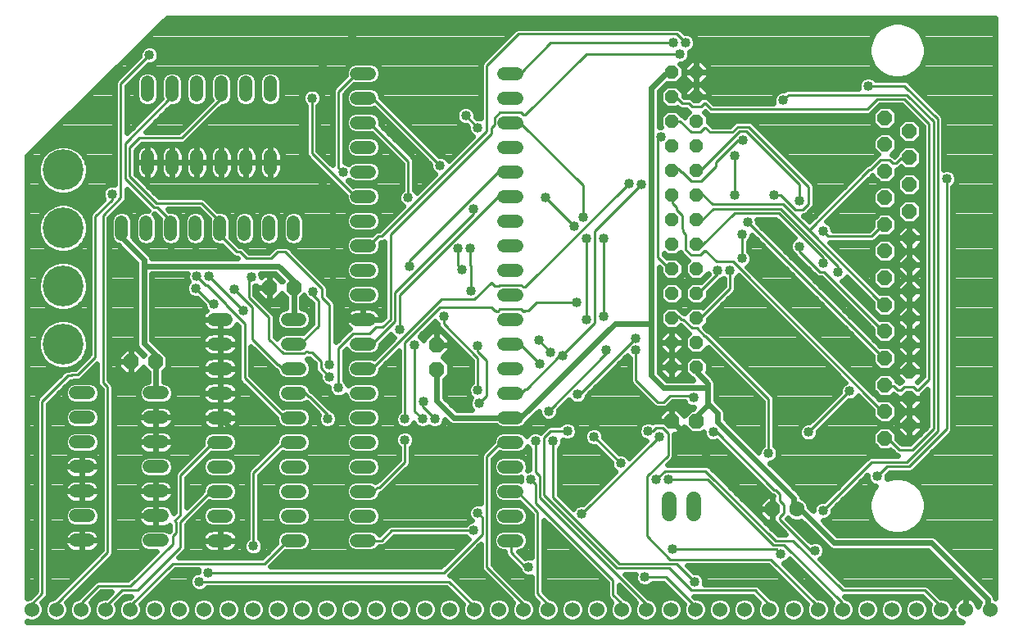
<source format=gtl>
G75*
%MOIN*%
%OFA0B0*%
%FSLAX25Y25*%
%IPPOS*%
%LPD*%
%AMOC8*
5,1,8,0,0,1.08239X$1,22.5*
%
%ADD10OC8,0.06300*%
%ADD11C,0.06000*%
%ADD12C,0.05200*%
%ADD13C,0.06000*%
%ADD14OC8,0.05600*%
%ADD15C,0.06300*%
%ADD16OC8,0.06000*%
%ADD17C,0.02400*%
%ADD18C,0.16598*%
%ADD19C,0.01000*%
%ADD20C,0.04000*%
D10*
X0174050Y0110153D03*
X0174050Y0120153D03*
X0115901Y0143420D03*
X0105901Y0143420D03*
X0059602Y0113263D03*
X0049602Y0113263D03*
X0269641Y0089011D03*
X0279641Y0089011D03*
X0310586Y0053184D03*
D11*
X0309208Y0012436D03*
X0319208Y0012436D03*
X0329208Y0012436D03*
X0339208Y0012436D03*
X0349208Y0012436D03*
X0359208Y0012436D03*
X0369208Y0012436D03*
X0379208Y0012436D03*
X0389208Y0012436D03*
X0399208Y0012436D03*
X0299208Y0012436D03*
X0289208Y0012436D03*
X0279208Y0012436D03*
X0269208Y0012436D03*
X0259208Y0012436D03*
X0249208Y0012436D03*
X0239208Y0012436D03*
X0229208Y0012436D03*
X0219208Y0012436D03*
X0209208Y0012436D03*
X0199208Y0012436D03*
X0189208Y0012436D03*
X0179208Y0012436D03*
X0169208Y0012436D03*
X0159208Y0012436D03*
X0149208Y0012436D03*
X0139208Y0012436D03*
X0129208Y0012436D03*
X0119208Y0012436D03*
X0109208Y0012436D03*
X0099208Y0012436D03*
X0089208Y0012436D03*
X0079208Y0012436D03*
X0069208Y0012436D03*
X0059208Y0012436D03*
X0049208Y0012436D03*
X0039208Y0012436D03*
X0029208Y0012436D03*
X0019208Y0012436D03*
X0009208Y0012436D03*
D12*
X0027120Y0040507D02*
X0032320Y0040507D01*
X0032320Y0050507D02*
X0027120Y0050507D01*
X0027120Y0060507D02*
X0032320Y0060507D01*
X0032320Y0070507D02*
X0027120Y0070507D01*
X0027120Y0080507D02*
X0032320Y0080507D01*
X0032320Y0090507D02*
X0027120Y0090507D01*
X0027120Y0100507D02*
X0032320Y0100507D01*
X0057120Y0100507D02*
X0062320Y0100507D01*
X0062320Y0090507D02*
X0057120Y0090507D01*
X0057120Y0080507D02*
X0062320Y0080507D01*
X0062320Y0070507D02*
X0057120Y0070507D01*
X0057120Y0060507D02*
X0062320Y0060507D01*
X0062320Y0050507D02*
X0057120Y0050507D01*
X0057120Y0040507D02*
X0062320Y0040507D01*
X0083222Y0040468D02*
X0088422Y0040468D01*
X0088422Y0050468D02*
X0083222Y0050468D01*
X0083222Y0060468D02*
X0088422Y0060468D01*
X0088422Y0070468D02*
X0083222Y0070468D01*
X0083222Y0080468D02*
X0088422Y0080468D01*
X0088422Y0090468D02*
X0083222Y0090468D01*
X0083222Y0100468D02*
X0088422Y0100468D01*
X0088422Y0110468D02*
X0083222Y0110468D01*
X0083222Y0120468D02*
X0088422Y0120468D01*
X0088422Y0130468D02*
X0083222Y0130468D01*
X0113222Y0130468D02*
X0118422Y0130468D01*
X0118422Y0120468D02*
X0113222Y0120468D01*
X0113222Y0110468D02*
X0118422Y0110468D01*
X0118422Y0100468D02*
X0113222Y0100468D01*
X0113222Y0090468D02*
X0118422Y0090468D01*
X0118422Y0080468D02*
X0113222Y0080468D01*
X0113222Y0070468D02*
X0118422Y0070468D01*
X0118422Y0060468D02*
X0113222Y0060468D01*
X0113222Y0050468D02*
X0118422Y0050468D01*
X0118422Y0040468D02*
X0113222Y0040468D01*
X0141450Y0040468D02*
X0146650Y0040468D01*
X0146650Y0050468D02*
X0141450Y0050468D01*
X0141450Y0060468D02*
X0146650Y0060468D01*
X0146650Y0070468D02*
X0141450Y0070468D01*
X0141450Y0080468D02*
X0146650Y0080468D01*
X0146650Y0090468D02*
X0141450Y0090468D01*
X0141450Y0100468D02*
X0146650Y0100468D01*
X0146650Y0110468D02*
X0141450Y0110468D01*
X0141450Y0120468D02*
X0146650Y0120468D01*
X0146650Y0130468D02*
X0141450Y0130468D01*
X0141450Y0140468D02*
X0146650Y0140468D01*
X0146650Y0150468D02*
X0141450Y0150468D01*
X0141450Y0160468D02*
X0146650Y0160468D01*
X0146650Y0170468D02*
X0141450Y0170468D01*
X0141450Y0180468D02*
X0146650Y0180468D01*
X0146650Y0190468D02*
X0141450Y0190468D01*
X0141450Y0200468D02*
X0146650Y0200468D01*
X0146650Y0210468D02*
X0141450Y0210468D01*
X0141450Y0220468D02*
X0146650Y0220468D01*
X0146650Y0230468D02*
X0141450Y0230468D01*
X0106334Y0226887D02*
X0106334Y0221687D01*
X0096334Y0221687D02*
X0096334Y0226887D01*
X0086334Y0226887D02*
X0086334Y0221687D01*
X0076334Y0221687D02*
X0076334Y0226887D01*
X0066334Y0226887D02*
X0066334Y0221687D01*
X0056334Y0221687D02*
X0056334Y0226887D01*
X0056334Y0196887D02*
X0056334Y0191687D01*
X0066334Y0191687D02*
X0066334Y0196887D01*
X0076334Y0196887D02*
X0076334Y0191687D01*
X0086334Y0191687D02*
X0086334Y0196887D01*
X0096334Y0196887D02*
X0096334Y0191687D01*
X0106334Y0191687D02*
X0106334Y0196887D01*
X0105743Y0170154D02*
X0105743Y0164954D01*
X0095743Y0164954D02*
X0095743Y0170154D01*
X0085743Y0170154D02*
X0085743Y0164954D01*
X0075743Y0164954D02*
X0075743Y0170154D01*
X0065743Y0170154D02*
X0065743Y0164954D01*
X0055743Y0164954D02*
X0055743Y0170154D01*
X0045743Y0170154D02*
X0045743Y0164954D01*
X0115743Y0164954D02*
X0115743Y0170154D01*
X0201450Y0170468D02*
X0206650Y0170468D01*
X0206650Y0180468D02*
X0201450Y0180468D01*
X0201450Y0190468D02*
X0206650Y0190468D01*
X0206650Y0200468D02*
X0201450Y0200468D01*
X0201450Y0210468D02*
X0206650Y0210468D01*
X0206650Y0220468D02*
X0201450Y0220468D01*
X0201450Y0230468D02*
X0206650Y0230468D01*
X0206650Y0160468D02*
X0201450Y0160468D01*
X0201450Y0150468D02*
X0206650Y0150468D01*
X0206650Y0140468D02*
X0201450Y0140468D01*
X0201450Y0130468D02*
X0206650Y0130468D01*
X0206650Y0120468D02*
X0201450Y0120468D01*
X0201450Y0110468D02*
X0206650Y0110468D01*
X0206650Y0100468D02*
X0201450Y0100468D01*
X0201450Y0090468D02*
X0206650Y0090468D01*
X0206650Y0080468D02*
X0201450Y0080468D01*
X0201450Y0070468D02*
X0206650Y0070468D01*
X0206650Y0060468D02*
X0201450Y0060468D01*
X0201450Y0050468D02*
X0206650Y0050468D01*
X0206650Y0040468D02*
X0201450Y0040468D01*
D13*
X0268657Y0051365D02*
X0268657Y0057365D01*
X0278657Y0057365D02*
X0278657Y0051365D01*
D14*
X0279759Y0111019D03*
X0269759Y0111019D03*
X0269759Y0121019D03*
X0279759Y0121019D03*
X0279759Y0131019D03*
X0269759Y0131019D03*
X0269759Y0141019D03*
X0279759Y0141019D03*
X0279759Y0151019D03*
X0269759Y0151019D03*
X0269759Y0161019D03*
X0279759Y0161019D03*
X0279759Y0171019D03*
X0269759Y0171019D03*
X0269759Y0181019D03*
X0279759Y0181019D03*
X0279759Y0191019D03*
X0269759Y0191019D03*
X0269759Y0201019D03*
X0279759Y0201019D03*
X0279759Y0211019D03*
X0269759Y0211019D03*
X0269759Y0221019D03*
X0279759Y0221019D03*
X0279759Y0231019D03*
X0269759Y0231019D03*
D15*
X0320586Y0053184D03*
D16*
X0356452Y0082079D03*
X0366452Y0087479D03*
X0356452Y0092979D03*
X0366452Y0098379D03*
X0356452Y0103779D03*
X0366452Y0109279D03*
X0356452Y0114679D03*
X0366452Y0120079D03*
X0356452Y0125579D03*
X0366452Y0130979D03*
X0356452Y0136379D03*
X0366452Y0141879D03*
X0356452Y0147279D03*
X0366452Y0152679D03*
X0356452Y0158179D03*
X0366452Y0163579D03*
X0356452Y0168979D03*
X0366452Y0174479D03*
X0356452Y0179879D03*
X0366452Y0185279D03*
X0356452Y0190779D03*
X0366452Y0196179D03*
X0356452Y0201579D03*
X0366452Y0207079D03*
X0356452Y0212479D03*
D17*
X0007400Y0007773D02*
X0007400Y0007400D01*
X0387880Y0007400D01*
X0387212Y0007617D01*
X0386482Y0007989D01*
X0385820Y0008470D01*
X0385242Y0009049D01*
X0384760Y0009711D01*
X0384389Y0010440D01*
X0384136Y0011219D01*
X0384130Y0011254D01*
X0383447Y0009604D01*
X0382040Y0008197D01*
X0380202Y0007436D01*
X0378213Y0007436D01*
X0376376Y0008197D01*
X0374969Y0009604D01*
X0374208Y0011442D01*
X0374208Y0013431D01*
X0374669Y0014545D01*
X0371514Y0017700D01*
X0339886Y0017700D01*
X0340149Y0017436D01*
X0340202Y0017436D01*
X0342040Y0016675D01*
X0343447Y0015268D01*
X0344208Y0013431D01*
X0344208Y0011442D01*
X0344969Y0009604D01*
X0346376Y0008197D01*
X0348213Y0007436D01*
X0350202Y0007436D01*
X0352040Y0008197D01*
X0353447Y0009604D01*
X0354208Y0011442D01*
X0354969Y0009604D01*
X0356376Y0008197D01*
X0358213Y0007436D01*
X0360202Y0007436D01*
X0362040Y0008197D01*
X0363447Y0009604D01*
X0364208Y0011442D01*
X0364969Y0009604D01*
X0366376Y0008197D01*
X0368213Y0007436D01*
X0370202Y0007436D01*
X0372040Y0008197D01*
X0373447Y0009604D01*
X0374208Y0011442D01*
X0374208Y0013431D01*
X0373447Y0015268D01*
X0372040Y0016675D01*
X0370202Y0017436D01*
X0368213Y0017436D01*
X0366376Y0016675D01*
X0364969Y0015268D01*
X0364208Y0013431D01*
X0364208Y0011442D01*
X0364208Y0013431D01*
X0363447Y0015268D01*
X0362040Y0016675D01*
X0360202Y0017436D01*
X0358213Y0017436D01*
X0356376Y0016675D01*
X0354969Y0015268D01*
X0354208Y0013431D01*
X0354208Y0011442D01*
X0354208Y0013431D01*
X0353447Y0015268D01*
X0352040Y0016675D01*
X0350202Y0017436D01*
X0348213Y0017436D01*
X0346376Y0016675D01*
X0344969Y0015268D01*
X0344208Y0013431D01*
X0344208Y0011442D01*
X0343447Y0009604D01*
X0342040Y0008197D01*
X0340202Y0007436D01*
X0338213Y0007436D01*
X0336376Y0008197D01*
X0334969Y0009604D01*
X0334208Y0011442D01*
X0334208Y0013431D01*
X0334969Y0015268D01*
X0335108Y0015407D01*
X0317526Y0032989D01*
X0317441Y0032784D01*
X0316316Y0031659D01*
X0315157Y0031179D01*
X0328899Y0017436D01*
X0330202Y0017436D01*
X0332040Y0016675D01*
X0333447Y0015268D01*
X0334208Y0013431D01*
X0334208Y0011442D01*
X0333447Y0009604D01*
X0332040Y0008197D01*
X0330202Y0007436D01*
X0328213Y0007436D01*
X0326376Y0008197D01*
X0324969Y0009604D01*
X0324208Y0011442D01*
X0324208Y0013431D01*
X0324684Y0014580D01*
X0308964Y0030300D01*
X0275986Y0030300D01*
X0278486Y0027800D01*
X0279746Y0027800D01*
X0281216Y0027191D01*
X0282341Y0026066D01*
X0282950Y0024596D01*
X0282950Y0023004D01*
X0282824Y0022700D01*
X0304197Y0022700D01*
X0305116Y0022319D01*
X0309999Y0017436D01*
X0310202Y0017436D01*
X0312040Y0016675D01*
X0313447Y0015268D01*
X0314208Y0013431D01*
X0314208Y0011442D01*
X0314969Y0009604D01*
X0316376Y0008197D01*
X0318213Y0007436D01*
X0320202Y0007436D01*
X0322040Y0008197D01*
X0323447Y0009604D01*
X0324208Y0011442D01*
X0324208Y0013431D01*
X0323447Y0015268D01*
X0322040Y0016675D01*
X0320202Y0017436D01*
X0318213Y0017436D01*
X0316376Y0016675D01*
X0314969Y0015268D01*
X0314208Y0013431D01*
X0314208Y0011442D01*
X0313447Y0009604D01*
X0312040Y0008197D01*
X0310202Y0007436D01*
X0308213Y0007436D01*
X0306376Y0008197D01*
X0304969Y0009604D01*
X0304208Y0011442D01*
X0304208Y0013431D01*
X0304969Y0015268D01*
X0305033Y0015332D01*
X0302664Y0017700D01*
X0278686Y0017700D01*
X0278949Y0017436D01*
X0280202Y0017436D01*
X0282040Y0016675D01*
X0283447Y0015268D01*
X0284208Y0013431D01*
X0284208Y0011442D01*
X0284969Y0009604D01*
X0286376Y0008197D01*
X0288213Y0007436D01*
X0290202Y0007436D01*
X0292040Y0008197D01*
X0293447Y0009604D01*
X0294208Y0011442D01*
X0294969Y0009604D01*
X0296376Y0008197D01*
X0298213Y0007436D01*
X0300202Y0007436D01*
X0302040Y0008197D01*
X0303447Y0009604D01*
X0304208Y0011442D01*
X0304208Y0013431D01*
X0303447Y0015268D01*
X0302040Y0016675D01*
X0300202Y0017436D01*
X0298213Y0017436D01*
X0296376Y0016675D01*
X0294969Y0015268D01*
X0294208Y0013431D01*
X0294208Y0011442D01*
X0294208Y0013431D01*
X0293447Y0015268D01*
X0292040Y0016675D01*
X0290202Y0017436D01*
X0288213Y0017436D01*
X0286376Y0016675D01*
X0284969Y0015268D01*
X0284208Y0013431D01*
X0284208Y0011442D01*
X0283447Y0009604D01*
X0282040Y0008197D01*
X0280202Y0007436D01*
X0278213Y0007436D01*
X0276376Y0008197D01*
X0274969Y0009604D01*
X0274208Y0011442D01*
X0274208Y0013431D01*
X0274699Y0014616D01*
X0266214Y0023100D01*
X0261857Y0023100D01*
X0260966Y0022209D01*
X0259496Y0021600D01*
X0257904Y0021600D01*
X0256434Y0022209D01*
X0255309Y0023334D01*
X0254700Y0024804D01*
X0254700Y0026396D01*
X0254826Y0026700D01*
X0250786Y0026700D01*
X0260049Y0017436D01*
X0260202Y0017436D01*
X0262040Y0016675D01*
X0263447Y0015268D01*
X0264208Y0013431D01*
X0264208Y0011442D01*
X0264969Y0009604D01*
X0266376Y0008197D01*
X0268213Y0007436D01*
X0270202Y0007436D01*
X0272040Y0008197D01*
X0273447Y0009604D01*
X0274208Y0011442D01*
X0274208Y0013431D01*
X0273447Y0015268D01*
X0272040Y0016675D01*
X0270202Y0017436D01*
X0268213Y0017436D01*
X0266376Y0016675D01*
X0264969Y0015268D01*
X0264208Y0013431D01*
X0264208Y0011442D01*
X0263447Y0009604D01*
X0262040Y0008197D01*
X0260202Y0007436D01*
X0258213Y0007436D01*
X0256376Y0008197D01*
X0254969Y0009604D01*
X0254208Y0011442D01*
X0254208Y0013431D01*
X0254969Y0015268D01*
X0255058Y0015357D01*
X0248150Y0022264D01*
X0248150Y0019436D01*
X0250149Y0017436D01*
X0250202Y0017436D01*
X0252040Y0016675D01*
X0253447Y0015268D01*
X0254208Y0013431D01*
X0254208Y0011442D01*
X0253447Y0009604D01*
X0252040Y0008197D01*
X0250202Y0007436D01*
X0248213Y0007436D01*
X0246376Y0008197D01*
X0244969Y0009604D01*
X0244208Y0011442D01*
X0244208Y0013431D01*
X0244969Y0015268D01*
X0245108Y0015407D01*
X0243531Y0016984D01*
X0243150Y0017903D01*
X0243150Y0023214D01*
X0217550Y0048814D01*
X0217550Y0019886D01*
X0219999Y0017436D01*
X0220202Y0017436D01*
X0222040Y0016675D01*
X0223447Y0015268D01*
X0224208Y0013431D01*
X0224208Y0011442D01*
X0224969Y0009604D01*
X0226376Y0008197D01*
X0228213Y0007436D01*
X0230202Y0007436D01*
X0232040Y0008197D01*
X0233447Y0009604D01*
X0234208Y0011442D01*
X0234969Y0009604D01*
X0236376Y0008197D01*
X0238213Y0007436D01*
X0240202Y0007436D01*
X0242040Y0008197D01*
X0243447Y0009604D01*
X0244208Y0011442D01*
X0244208Y0013431D01*
X0243447Y0015268D01*
X0242040Y0016675D01*
X0240202Y0017436D01*
X0238213Y0017436D01*
X0236376Y0016675D01*
X0234969Y0015268D01*
X0234208Y0013431D01*
X0234208Y0011442D01*
X0234208Y0013431D01*
X0233447Y0015268D01*
X0232040Y0016675D01*
X0230202Y0017436D01*
X0228213Y0017436D01*
X0226376Y0016675D01*
X0224969Y0015268D01*
X0224208Y0013431D01*
X0224208Y0011442D01*
X0223447Y0009604D01*
X0222040Y0008197D01*
X0220202Y0007436D01*
X0218213Y0007436D01*
X0216376Y0008197D01*
X0214969Y0009604D01*
X0214208Y0011442D01*
X0214208Y0013431D01*
X0214969Y0015268D01*
X0215033Y0015332D01*
X0212931Y0017434D01*
X0212550Y0018353D01*
X0212550Y0025776D01*
X0212246Y0025650D01*
X0210654Y0025650D01*
X0209184Y0026259D01*
X0208059Y0027384D01*
X0207514Y0028701D01*
X0202131Y0034084D01*
X0201750Y0035003D01*
X0201750Y0035868D01*
X0200535Y0035868D01*
X0198845Y0036568D01*
X0197551Y0037862D01*
X0196850Y0039553D01*
X0196850Y0041383D01*
X0197551Y0043073D01*
X0198845Y0044367D01*
X0200535Y0045068D01*
X0207565Y0045068D01*
X0209256Y0044367D01*
X0210550Y0043073D01*
X0211250Y0041383D01*
X0211250Y0039553D01*
X0210550Y0037862D01*
X0209256Y0036568D01*
X0207565Y0035868D01*
X0207418Y0035868D01*
X0209934Y0033352D01*
X0210654Y0033650D01*
X0212246Y0033650D01*
X0212550Y0033524D01*
X0212550Y0051114D01*
X0207729Y0055935D01*
X0207565Y0055868D01*
X0200535Y0055868D01*
X0198845Y0056568D01*
X0197551Y0057862D01*
X0196850Y0059553D01*
X0196850Y0061383D01*
X0197551Y0063073D01*
X0198845Y0064367D01*
X0200535Y0065068D01*
X0207565Y0065068D01*
X0208350Y0064743D01*
X0208350Y0065996D01*
X0208449Y0066234D01*
X0207565Y0065868D01*
X0200535Y0065868D01*
X0198845Y0066568D01*
X0197551Y0067862D01*
X0196850Y0069553D01*
X0196850Y0071383D01*
X0197551Y0073073D01*
X0198845Y0074367D01*
X0200535Y0075068D01*
X0207565Y0075068D01*
X0209256Y0074367D01*
X0210550Y0073073D01*
X0211250Y0071383D01*
X0211250Y0069553D01*
X0211011Y0068975D01*
X0211554Y0069200D01*
X0211650Y0069200D01*
X0211650Y0077793D01*
X0210852Y0078591D01*
X0210550Y0077862D01*
X0209256Y0076568D01*
X0207565Y0075868D01*
X0200535Y0075868D01*
X0199523Y0076287D01*
X0196850Y0073614D01*
X0196850Y0030686D01*
X0210099Y0017436D01*
X0210202Y0017436D01*
X0212040Y0016675D01*
X0213447Y0015268D01*
X0214208Y0013431D01*
X0214208Y0011442D01*
X0213447Y0009604D01*
X0212040Y0008197D01*
X0210202Y0007436D01*
X0208213Y0007436D01*
X0206376Y0008197D01*
X0204969Y0009604D01*
X0204208Y0011442D01*
X0204208Y0013431D01*
X0204969Y0015268D01*
X0205083Y0015382D01*
X0192231Y0028234D01*
X0191850Y0029153D01*
X0191850Y0038914D01*
X0179236Y0026300D01*
X0179547Y0026300D01*
X0180466Y0025919D01*
X0188949Y0017436D01*
X0190202Y0017436D01*
X0192040Y0016675D01*
X0193447Y0015268D01*
X0194208Y0013431D01*
X0194208Y0011442D01*
X0194969Y0009604D01*
X0196376Y0008197D01*
X0198213Y0007436D01*
X0200202Y0007436D01*
X0202040Y0008197D01*
X0203447Y0009604D01*
X0204208Y0011442D01*
X0204208Y0013431D01*
X0203447Y0015268D01*
X0202040Y0016675D01*
X0200202Y0017436D01*
X0198213Y0017436D01*
X0196376Y0016675D01*
X0194969Y0015268D01*
X0194208Y0013431D01*
X0194208Y0011442D01*
X0193447Y0009604D01*
X0192040Y0008197D01*
X0190202Y0007436D01*
X0188213Y0007436D01*
X0186376Y0008197D01*
X0184969Y0009604D01*
X0184208Y0011442D01*
X0184208Y0013431D01*
X0184699Y0014616D01*
X0178014Y0021300D01*
X0080507Y0021300D01*
X0079616Y0020409D01*
X0078146Y0019800D01*
X0076554Y0019800D01*
X0075084Y0020409D01*
X0073959Y0021534D01*
X0073350Y0023004D01*
X0073350Y0024596D01*
X0073959Y0026066D01*
X0075084Y0027191D01*
X0076554Y0027800D01*
X0076950Y0027800D01*
X0076950Y0028196D01*
X0077076Y0028500D01*
X0067586Y0028500D01*
X0053712Y0014627D01*
X0054208Y0013431D01*
X0054208Y0011442D01*
X0054969Y0009604D01*
X0056376Y0008197D01*
X0058213Y0007436D01*
X0060202Y0007436D01*
X0062040Y0008197D01*
X0063447Y0009604D01*
X0064208Y0011442D01*
X0064969Y0009604D01*
X0066376Y0008197D01*
X0068213Y0007436D01*
X0070202Y0007436D01*
X0072040Y0008197D01*
X0073447Y0009604D01*
X0074208Y0011442D01*
X0074969Y0009604D01*
X0076376Y0008197D01*
X0078213Y0007436D01*
X0080202Y0007436D01*
X0082040Y0008197D01*
X0083447Y0009604D01*
X0084208Y0011442D01*
X0084969Y0009604D01*
X0086376Y0008197D01*
X0088213Y0007436D01*
X0090202Y0007436D01*
X0092040Y0008197D01*
X0093447Y0009604D01*
X0094208Y0011442D01*
X0094969Y0009604D01*
X0096376Y0008197D01*
X0098213Y0007436D01*
X0100202Y0007436D01*
X0102040Y0008197D01*
X0103447Y0009604D01*
X0104208Y0011442D01*
X0104969Y0009604D01*
X0106376Y0008197D01*
X0108213Y0007436D01*
X0110202Y0007436D01*
X0112040Y0008197D01*
X0113447Y0009604D01*
X0114208Y0011442D01*
X0114969Y0009604D01*
X0116376Y0008197D01*
X0118213Y0007436D01*
X0120202Y0007436D01*
X0122040Y0008197D01*
X0123447Y0009604D01*
X0124208Y0011442D01*
X0124969Y0009604D01*
X0126376Y0008197D01*
X0128213Y0007436D01*
X0130202Y0007436D01*
X0132040Y0008197D01*
X0133447Y0009604D01*
X0134208Y0011442D01*
X0134969Y0009604D01*
X0136376Y0008197D01*
X0138213Y0007436D01*
X0140202Y0007436D01*
X0142040Y0008197D01*
X0143447Y0009604D01*
X0144208Y0011442D01*
X0144969Y0009604D01*
X0146376Y0008197D01*
X0148213Y0007436D01*
X0150202Y0007436D01*
X0152040Y0008197D01*
X0153447Y0009604D01*
X0154208Y0011442D01*
X0154969Y0009604D01*
X0156376Y0008197D01*
X0158213Y0007436D01*
X0160202Y0007436D01*
X0162040Y0008197D01*
X0163447Y0009604D01*
X0164208Y0011442D01*
X0164969Y0009604D01*
X0166376Y0008197D01*
X0168213Y0007436D01*
X0170202Y0007436D01*
X0172040Y0008197D01*
X0173447Y0009604D01*
X0174208Y0011442D01*
X0174969Y0009604D01*
X0176376Y0008197D01*
X0178213Y0007436D01*
X0180202Y0007436D01*
X0182040Y0008197D01*
X0183447Y0009604D01*
X0184208Y0011442D01*
X0184208Y0013431D01*
X0183447Y0015268D01*
X0182040Y0016675D01*
X0180202Y0017436D01*
X0178213Y0017436D01*
X0176376Y0016675D01*
X0174969Y0015268D01*
X0174208Y0013431D01*
X0174208Y0011442D01*
X0174208Y0013431D01*
X0173447Y0015268D01*
X0172040Y0016675D01*
X0170202Y0017436D01*
X0168213Y0017436D01*
X0166376Y0016675D01*
X0164969Y0015268D01*
X0164208Y0013431D01*
X0164208Y0011442D01*
X0164208Y0013431D01*
X0163447Y0015268D01*
X0162040Y0016675D01*
X0160202Y0017436D01*
X0158213Y0017436D01*
X0156376Y0016675D01*
X0154969Y0015268D01*
X0154208Y0013431D01*
X0154208Y0011442D01*
X0154208Y0013431D01*
X0153447Y0015268D01*
X0152040Y0016675D01*
X0150202Y0017436D01*
X0148213Y0017436D01*
X0146376Y0016675D01*
X0144969Y0015268D01*
X0144208Y0013431D01*
X0144208Y0011442D01*
X0144208Y0013431D01*
X0143447Y0015268D01*
X0142040Y0016675D01*
X0140202Y0017436D01*
X0138213Y0017436D01*
X0136376Y0016675D01*
X0134969Y0015268D01*
X0134208Y0013431D01*
X0134208Y0011442D01*
X0134208Y0013431D01*
X0133447Y0015268D01*
X0132040Y0016675D01*
X0130202Y0017436D01*
X0128213Y0017436D01*
X0126376Y0016675D01*
X0124969Y0015268D01*
X0124208Y0013431D01*
X0124208Y0011442D01*
X0124208Y0013431D01*
X0123447Y0015268D01*
X0122040Y0016675D01*
X0120202Y0017436D01*
X0118213Y0017436D01*
X0116376Y0016675D01*
X0114969Y0015268D01*
X0114208Y0013431D01*
X0114208Y0011442D01*
X0114208Y0013431D01*
X0113447Y0015268D01*
X0112040Y0016675D01*
X0110202Y0017436D01*
X0108213Y0017436D01*
X0106376Y0016675D01*
X0104969Y0015268D01*
X0104208Y0013431D01*
X0104208Y0011442D01*
X0104208Y0013431D01*
X0103447Y0015268D01*
X0102040Y0016675D01*
X0100202Y0017436D01*
X0098213Y0017436D01*
X0096376Y0016675D01*
X0094969Y0015268D01*
X0094208Y0013431D01*
X0094208Y0011442D01*
X0094208Y0013431D01*
X0093447Y0015268D01*
X0092040Y0016675D01*
X0090202Y0017436D01*
X0088213Y0017436D01*
X0086376Y0016675D01*
X0084969Y0015268D01*
X0084208Y0013431D01*
X0084208Y0011442D01*
X0084208Y0013431D01*
X0083447Y0015268D01*
X0082040Y0016675D01*
X0080202Y0017436D01*
X0078213Y0017436D01*
X0076376Y0016675D01*
X0074969Y0015268D01*
X0074208Y0013431D01*
X0074208Y0011442D01*
X0074208Y0013431D01*
X0073447Y0015268D01*
X0072040Y0016675D01*
X0070202Y0017436D01*
X0068213Y0017436D01*
X0066376Y0016675D01*
X0064969Y0015268D01*
X0064208Y0013431D01*
X0064208Y0011442D01*
X0064208Y0013431D01*
X0063447Y0015268D01*
X0062040Y0016675D01*
X0060202Y0017436D01*
X0058213Y0017436D01*
X0056376Y0016675D01*
X0054969Y0015268D01*
X0054208Y0013431D01*
X0054208Y0011442D01*
X0053447Y0009604D01*
X0052040Y0008197D01*
X0050202Y0007436D01*
X0048213Y0007436D01*
X0046376Y0008197D01*
X0044969Y0009604D01*
X0044208Y0011442D01*
X0044208Y0013431D01*
X0044969Y0015268D01*
X0046376Y0016675D01*
X0048213Y0017436D01*
X0049451Y0017436D01*
X0049714Y0017700D01*
X0046886Y0017700D01*
X0043742Y0014556D01*
X0044208Y0013431D01*
X0044208Y0011442D01*
X0043447Y0009604D01*
X0042040Y0008197D01*
X0040202Y0007436D01*
X0038213Y0007436D01*
X0036376Y0008197D01*
X0034969Y0009604D01*
X0034208Y0011442D01*
X0034208Y0013431D01*
X0034969Y0015268D01*
X0036376Y0016675D01*
X0038213Y0017436D01*
X0039551Y0017436D01*
X0041614Y0019500D01*
X0037436Y0019500D01*
X0033325Y0015390D01*
X0033447Y0015268D01*
X0034208Y0013431D01*
X0034208Y0011442D01*
X0033447Y0009604D01*
X0032040Y0008197D01*
X0030202Y0007436D01*
X0028213Y0007436D01*
X0026376Y0008197D01*
X0024969Y0009604D01*
X0024208Y0011442D01*
X0024208Y0013431D01*
X0024969Y0015268D01*
X0026376Y0016675D01*
X0028213Y0017436D01*
X0028301Y0017436D01*
X0034984Y0024119D01*
X0035903Y0024500D01*
X0048414Y0024500D01*
X0059822Y0035907D01*
X0056205Y0035907D01*
X0054514Y0036607D01*
X0053220Y0037901D01*
X0052520Y0039592D01*
X0052520Y0041422D01*
X0053220Y0043113D01*
X0054514Y0044407D01*
X0056205Y0045107D01*
X0063235Y0045107D01*
X0064925Y0044407D01*
X0065048Y0044284D01*
X0065134Y0044369D01*
X0065400Y0044636D01*
X0065400Y0046812D01*
X0064835Y0046402D01*
X0064162Y0046059D01*
X0063444Y0045825D01*
X0062697Y0045707D01*
X0059720Y0045707D01*
X0059720Y0050507D01*
X0059720Y0050507D01*
X0059720Y0050507D01*
X0059720Y0055307D01*
X0062697Y0055307D01*
X0063444Y0055189D01*
X0064162Y0054955D01*
X0064835Y0054612D01*
X0065447Y0054168D01*
X0065981Y0053634D01*
X0066425Y0053023D01*
X0066768Y0052350D01*
X0067000Y0051636D01*
X0067200Y0051836D01*
X0067200Y0067497D01*
X0067581Y0068416D01*
X0068284Y0069119D01*
X0078650Y0079485D01*
X0078622Y0079553D01*
X0078622Y0081383D01*
X0079322Y0083073D01*
X0080616Y0084367D01*
X0082307Y0085068D01*
X0089337Y0085068D01*
X0091028Y0084367D01*
X0092322Y0083073D01*
X0093022Y0081383D01*
X0093022Y0079553D01*
X0092322Y0077862D01*
X0091028Y0076568D01*
X0089337Y0075868D01*
X0082307Y0075868D01*
X0082163Y0075927D01*
X0072200Y0065964D01*
X0072200Y0054136D01*
X0078622Y0060558D01*
X0078622Y0061383D01*
X0079322Y0063073D01*
X0080616Y0064367D01*
X0082307Y0065068D01*
X0089337Y0065068D01*
X0091028Y0064367D01*
X0092322Y0063073D01*
X0093022Y0061383D01*
X0093022Y0059553D01*
X0092322Y0057862D01*
X0091028Y0056568D01*
X0089337Y0055868D01*
X0082307Y0055868D01*
X0081385Y0056250D01*
X0072200Y0047064D01*
X0072200Y0037253D01*
X0071819Y0036334D01*
X0068986Y0033500D01*
X0102864Y0033500D01*
X0108709Y0039344D01*
X0108622Y0039553D01*
X0108622Y0041383D01*
X0109322Y0043073D01*
X0110616Y0044367D01*
X0112307Y0045068D01*
X0119337Y0045068D01*
X0121028Y0044367D01*
X0122322Y0043073D01*
X0123022Y0041383D01*
X0123022Y0039553D01*
X0122322Y0037862D01*
X0121028Y0036568D01*
X0119337Y0035868D01*
X0112307Y0035868D01*
X0112304Y0035869D01*
X0106336Y0029900D01*
X0175764Y0029900D01*
X0186889Y0041024D01*
X0186684Y0041109D01*
X0185793Y0042000D01*
X0156686Y0042000D01*
X0153016Y0038331D01*
X0152097Y0037950D01*
X0150587Y0037950D01*
X0150550Y0037862D01*
X0149256Y0036568D01*
X0147565Y0035868D01*
X0140535Y0035868D01*
X0138845Y0036568D01*
X0137551Y0037862D01*
X0136850Y0039553D01*
X0136850Y0041383D01*
X0137551Y0043073D01*
X0138845Y0044367D01*
X0140535Y0045068D01*
X0147565Y0045068D01*
X0149256Y0044367D01*
X0150550Y0043073D01*
X0150590Y0042976D01*
X0153531Y0045916D01*
X0154234Y0046619D01*
X0155153Y0047000D01*
X0185793Y0047000D01*
X0186684Y0047891D01*
X0188154Y0048500D01*
X0188293Y0048500D01*
X0187359Y0049434D01*
X0186750Y0050904D01*
X0186750Y0052496D01*
X0187359Y0053966D01*
X0188484Y0055091D01*
X0189954Y0055700D01*
X0191546Y0055700D01*
X0191850Y0055574D01*
X0191850Y0075147D01*
X0192231Y0076066D01*
X0192934Y0076769D01*
X0196850Y0080686D01*
X0196850Y0081383D01*
X0197551Y0083073D01*
X0198845Y0084367D01*
X0200535Y0085068D01*
X0207565Y0085068D01*
X0209256Y0084367D01*
X0210550Y0083073D01*
X0210625Y0082892D01*
X0210759Y0083216D01*
X0211884Y0084341D01*
X0213354Y0084950D01*
X0214946Y0084950D01*
X0216302Y0084388D01*
X0216334Y0084419D01*
X0216334Y0084419D01*
X0218331Y0086416D01*
X0218331Y0086416D01*
X0219034Y0087119D01*
X0219953Y0087500D01*
X0224043Y0087500D01*
X0224934Y0088391D01*
X0226404Y0089000D01*
X0227996Y0089000D01*
X0229466Y0088391D01*
X0230591Y0087266D01*
X0231200Y0085796D01*
X0231200Y0084204D01*
X0230591Y0082734D01*
X0229466Y0081609D01*
X0227996Y0081000D01*
X0226404Y0081000D01*
X0225350Y0081437D01*
X0225350Y0080154D01*
X0224741Y0078684D01*
X0223850Y0077793D01*
X0223850Y0059036D01*
X0229574Y0053311D01*
X0229659Y0053516D01*
X0230784Y0054641D01*
X0232254Y0055250D01*
X0233514Y0055250D01*
X0246739Y0068474D01*
X0246534Y0068559D01*
X0245409Y0069684D01*
X0244800Y0071154D01*
X0244800Y0072414D01*
X0238464Y0078750D01*
X0237204Y0078750D01*
X0235734Y0079359D01*
X0234609Y0080484D01*
X0234000Y0081954D01*
X0234000Y0083546D01*
X0234609Y0085016D01*
X0235734Y0086141D01*
X0237204Y0086750D01*
X0238796Y0086750D01*
X0240266Y0086141D01*
X0241391Y0085016D01*
X0242000Y0083546D01*
X0242000Y0082286D01*
X0248336Y0075950D01*
X0249596Y0075950D01*
X0251066Y0075341D01*
X0252191Y0074216D01*
X0252276Y0074011D01*
X0259264Y0081000D01*
X0259254Y0081000D01*
X0257784Y0081609D01*
X0256659Y0082734D01*
X0256050Y0084204D01*
X0256050Y0085796D01*
X0256659Y0087266D01*
X0257784Y0088391D01*
X0259254Y0089000D01*
X0260846Y0089000D01*
X0261955Y0088540D01*
X0262703Y0088850D01*
X0264291Y0088850D01*
X0264291Y0089011D01*
X0269641Y0089011D01*
X0213011Y0089011D01*
X0209700Y0085700D01*
X0090590Y0085700D01*
X0085822Y0090468D01*
X0085822Y0095268D01*
X0082844Y0095268D01*
X0082098Y0095150D01*
X0081379Y0094916D01*
X0080706Y0094573D01*
X0080095Y0094129D01*
X0079561Y0093595D01*
X0079117Y0092983D01*
X0078774Y0092310D01*
X0078540Y0091592D01*
X0078422Y0090845D01*
X0078422Y0090468D01*
X0085822Y0090468D01*
X0085822Y0090468D01*
X0085822Y0095268D01*
X0088800Y0095268D01*
X0089546Y0095150D01*
X0090265Y0094916D01*
X0090938Y0094573D01*
X0091549Y0094129D01*
X0092083Y0093595D01*
X0092527Y0092983D01*
X0092870Y0092310D01*
X0093104Y0091592D01*
X0093222Y0090845D01*
X0093222Y0090468D01*
X0085822Y0090468D01*
X0085822Y0090468D01*
X0085822Y0090468D01*
X0078422Y0090468D01*
X0078422Y0090090D01*
X0078540Y0089344D01*
X0078774Y0088625D01*
X0079117Y0087952D01*
X0079561Y0087341D01*
X0080095Y0086806D01*
X0080706Y0086362D01*
X0081379Y0086019D01*
X0082098Y0085786D01*
X0082844Y0085668D01*
X0085822Y0085668D01*
X0088800Y0085668D01*
X0089546Y0085786D01*
X0090265Y0086019D01*
X0090938Y0086362D01*
X0091549Y0086806D01*
X0092083Y0087341D01*
X0092527Y0087952D01*
X0092870Y0088625D01*
X0093104Y0089344D01*
X0093222Y0090090D01*
X0093222Y0090468D01*
X0085822Y0090468D01*
X0085822Y0085668D01*
X0085822Y0090468D01*
X0085822Y0090468D01*
X0085822Y0090945D02*
X0085822Y0090945D01*
X0085822Y0093343D02*
X0085822Y0093343D01*
X0085822Y0095668D02*
X0085822Y0100468D01*
X0085822Y0105268D01*
X0082844Y0105268D01*
X0082098Y0105150D01*
X0081379Y0104916D01*
X0080706Y0104573D01*
X0080095Y0104129D01*
X0079561Y0103595D01*
X0079117Y0102983D01*
X0078774Y0102310D01*
X0078540Y0101592D01*
X0078422Y0100845D01*
X0078422Y0100468D01*
X0085822Y0100468D01*
X0085822Y0100468D01*
X0085822Y0105268D01*
X0088800Y0105268D01*
X0089546Y0105150D01*
X0090265Y0104916D01*
X0090938Y0104573D01*
X0091549Y0104129D01*
X0092083Y0103595D01*
X0092527Y0102983D01*
X0092870Y0102310D01*
X0093104Y0101592D01*
X0093222Y0100845D01*
X0093222Y0100468D01*
X0085822Y0100468D01*
X0085822Y0100468D01*
X0085822Y0100468D01*
X0078422Y0100468D01*
X0078422Y0100090D01*
X0078540Y0099344D01*
X0078774Y0098625D01*
X0079117Y0097952D01*
X0079561Y0097341D01*
X0080095Y0096806D01*
X0080706Y0096362D01*
X0081379Y0096019D01*
X0082098Y0095786D01*
X0082844Y0095668D01*
X0085822Y0095668D01*
X0088800Y0095668D01*
X0089546Y0095786D01*
X0090265Y0096019D01*
X0090938Y0096362D01*
X0091549Y0096806D01*
X0092083Y0097341D01*
X0092527Y0097952D01*
X0092870Y0098625D01*
X0093104Y0099344D01*
X0093222Y0100090D01*
X0093222Y0100468D01*
X0085822Y0100468D01*
X0085822Y0095668D01*
X0085822Y0095742D02*
X0085822Y0095742D01*
X0085822Y0098140D02*
X0085822Y0098140D01*
X0085822Y0100468D02*
X0085822Y0100468D01*
X0085822Y0100539D02*
X0085822Y0100539D01*
X0085822Y0102937D02*
X0085822Y0102937D01*
X0085822Y0105668D02*
X0085822Y0110468D01*
X0085822Y0115268D01*
X0082844Y0115268D01*
X0082098Y0115150D01*
X0081379Y0114916D01*
X0080706Y0114573D01*
X0080095Y0114129D01*
X0079561Y0113595D01*
X0079117Y0112983D01*
X0078774Y0112310D01*
X0078540Y0111592D01*
X0078422Y0110845D01*
X0078422Y0110468D01*
X0085822Y0110468D01*
X0085822Y0110468D01*
X0085822Y0115268D01*
X0088800Y0115268D01*
X0089546Y0115150D01*
X0090265Y0114916D01*
X0090938Y0114573D01*
X0091549Y0114129D01*
X0092083Y0113595D01*
X0092527Y0112983D01*
X0092870Y0112310D01*
X0093104Y0111592D01*
X0093222Y0110845D01*
X0093222Y0110468D01*
X0085822Y0110468D01*
X0085822Y0110468D01*
X0085822Y0120468D01*
X0085822Y0125268D01*
X0082844Y0125268D01*
X0082098Y0125150D01*
X0081379Y0124916D01*
X0080706Y0124573D01*
X0080095Y0124129D01*
X0079561Y0123595D01*
X0079117Y0122983D01*
X0078774Y0122310D01*
X0078540Y0121592D01*
X0078422Y0120845D01*
X0078422Y0120468D01*
X0085822Y0120468D01*
X0085822Y0120468D01*
X0085822Y0125268D01*
X0088800Y0125268D01*
X0089546Y0125150D01*
X0090265Y0124916D01*
X0090938Y0124573D01*
X0091549Y0124129D01*
X0092083Y0123595D01*
X0092527Y0122983D01*
X0092870Y0122310D01*
X0093104Y0121592D01*
X0093222Y0120845D01*
X0093222Y0120468D01*
X0085822Y0120468D01*
X0085822Y0120468D01*
X0085822Y0130468D01*
X0085822Y0130468D01*
X0078422Y0130468D01*
X0078422Y0130845D01*
X0078540Y0131592D01*
X0078774Y0132310D01*
X0079117Y0132983D01*
X0079561Y0133595D01*
X0080095Y0134129D01*
X0080135Y0134158D01*
X0079809Y0134484D01*
X0079200Y0135954D01*
X0079200Y0136314D01*
X0076464Y0139050D01*
X0075204Y0139050D01*
X0073734Y0139659D01*
X0072609Y0140784D01*
X0072000Y0142254D01*
X0072000Y0143846D01*
X0072609Y0145316D01*
X0073050Y0145757D01*
X0072450Y0147204D01*
X0072450Y0148796D01*
X0072473Y0148850D01*
X0058050Y0148850D01*
X0058050Y0121875D01*
X0061512Y0118413D01*
X0061735Y0118413D01*
X0064752Y0115396D01*
X0064752Y0111130D01*
X0062920Y0109298D01*
X0062920Y0105107D01*
X0063235Y0105107D01*
X0064925Y0104407D01*
X0066219Y0103113D01*
X0066920Y0101422D01*
X0066920Y0099592D01*
X0066219Y0097901D01*
X0064925Y0096607D01*
X0063235Y0095907D01*
X0056205Y0095907D01*
X0054514Y0096607D01*
X0053220Y0097901D01*
X0052520Y0099592D01*
X0052520Y0101422D01*
X0053220Y0103113D01*
X0054514Y0104407D01*
X0056205Y0105107D01*
X0056520Y0105107D01*
X0056520Y0109062D01*
X0054743Y0110838D01*
X0051818Y0107913D01*
X0049602Y0107913D01*
X0049602Y0113263D01*
X0049602Y0113263D01*
X0049602Y0118613D01*
X0051818Y0118613D01*
X0054743Y0115688D01*
X0054965Y0115910D01*
X0052137Y0118737D01*
X0051650Y0119913D01*
X0051650Y0153425D01*
X0044644Y0160431D01*
X0043138Y0161055D01*
X0041844Y0162349D01*
X0041143Y0164039D01*
X0041143Y0171069D01*
X0041844Y0172760D01*
X0043138Y0174054D01*
X0044828Y0174754D01*
X0046658Y0174754D01*
X0048349Y0174054D01*
X0049643Y0172760D01*
X0050343Y0171069D01*
X0050343Y0164039D01*
X0050268Y0163857D01*
X0056663Y0157463D01*
X0057563Y0156563D01*
X0058050Y0155387D01*
X0058050Y0155250D01*
X0093114Y0155250D01*
X0092964Y0155400D01*
X0092153Y0155400D01*
X0091234Y0155781D01*
X0086660Y0160355D01*
X0086658Y0160354D01*
X0084828Y0160354D01*
X0083138Y0161055D01*
X0081844Y0162349D01*
X0081143Y0164039D01*
X0081143Y0171069D01*
X0081202Y0171212D01*
X0077214Y0175200D01*
X0064486Y0175200D01*
X0064931Y0174754D01*
X0066658Y0174754D01*
X0068349Y0174054D01*
X0069643Y0172760D01*
X0070343Y0171069D01*
X0070343Y0164039D01*
X0069643Y0162349D01*
X0068349Y0161055D01*
X0066658Y0160354D01*
X0064828Y0160354D01*
X0063138Y0161055D01*
X0061844Y0162349D01*
X0061143Y0164039D01*
X0061143Y0171069D01*
X0061261Y0171353D01*
X0059214Y0173400D01*
X0059003Y0173400D01*
X0059643Y0172760D01*
X0060343Y0171069D01*
X0060343Y0164039D01*
X0059643Y0162349D01*
X0058349Y0161055D01*
X0056658Y0160354D01*
X0054828Y0160354D01*
X0053138Y0161055D01*
X0051844Y0162349D01*
X0051143Y0164039D01*
X0051143Y0171069D01*
X0051844Y0172760D01*
X0053138Y0174054D01*
X0054828Y0174754D01*
X0056510Y0174754D01*
X0047900Y0183364D01*
X0047900Y0179453D01*
X0047519Y0178534D01*
X0040700Y0171714D01*
X0040700Y0105836D01*
X0041416Y0105119D01*
X0042119Y0104416D01*
X0042500Y0103497D01*
X0042500Y0035003D01*
X0042119Y0034084D01*
X0023375Y0015340D01*
X0023447Y0015268D01*
X0024208Y0013431D01*
X0024208Y0011442D01*
X0023447Y0009604D01*
X0022040Y0008197D01*
X0020202Y0007436D01*
X0018213Y0007436D01*
X0016376Y0008197D01*
X0014969Y0009604D01*
X0014208Y0011442D01*
X0014208Y0013431D01*
X0014969Y0015268D01*
X0016376Y0016675D01*
X0018213Y0017436D01*
X0018401Y0017436D01*
X0037500Y0036536D01*
X0037500Y0101964D01*
X0036081Y0103384D01*
X0035700Y0104303D01*
X0035700Y0112264D01*
X0029969Y0106534D01*
X0029969Y0106534D01*
X0029266Y0105831D01*
X0028347Y0105450D01*
X0026636Y0105450D01*
X0026566Y0105381D01*
X0025647Y0105000D01*
X0024836Y0105000D01*
X0015950Y0096114D01*
X0015950Y0018353D01*
X0015569Y0017434D01*
X0013425Y0015290D01*
X0013447Y0015268D01*
X0014208Y0013431D01*
X0014208Y0011442D01*
X0013447Y0009604D01*
X0012040Y0008197D01*
X0010202Y0007436D01*
X0008213Y0007436D01*
X0007400Y0007773D01*
X0013238Y0009396D02*
X0015177Y0009396D01*
X0014208Y0011794D02*
X0014208Y0011794D01*
X0013892Y0014193D02*
X0014523Y0014193D01*
X0014727Y0016591D02*
X0016292Y0016591D01*
X0015950Y0018990D02*
X0019954Y0018990D01*
X0022353Y0021388D02*
X0015950Y0021388D01*
X0015950Y0023787D02*
X0024751Y0023787D01*
X0027150Y0026185D02*
X0015950Y0026185D01*
X0015950Y0028584D02*
X0029548Y0028584D01*
X0031947Y0030982D02*
X0015950Y0030982D01*
X0015950Y0033381D02*
X0034345Y0033381D01*
X0033444Y0035825D02*
X0034162Y0036059D01*
X0034835Y0036402D01*
X0035447Y0036846D01*
X0035981Y0037380D01*
X0036425Y0037991D01*
X0036768Y0038665D01*
X0037001Y0039383D01*
X0037120Y0040129D01*
X0037120Y0040507D01*
X0029720Y0040507D01*
X0029720Y0040507D01*
X0037120Y0040507D01*
X0037120Y0040885D01*
X0037001Y0041631D01*
X0036768Y0042350D01*
X0036425Y0043023D01*
X0035981Y0043634D01*
X0035447Y0044168D01*
X0034835Y0044612D01*
X0034162Y0044955D01*
X0033444Y0045189D01*
X0032697Y0045307D01*
X0029720Y0045307D01*
X0029720Y0040507D01*
X0029720Y0035707D01*
X0032697Y0035707D01*
X0033444Y0035825D01*
X0033152Y0035779D02*
X0036744Y0035779D01*
X0036520Y0038178D02*
X0037500Y0038178D01*
X0037500Y0040576D02*
X0037120Y0040576D01*
X0037500Y0042975D02*
X0036450Y0042975D01*
X0037500Y0045373D02*
X0015950Y0045373D01*
X0015950Y0042975D02*
X0022990Y0042975D01*
X0023014Y0043023D02*
X0022671Y0042350D01*
X0022438Y0041631D01*
X0022320Y0040885D01*
X0022320Y0040507D01*
X0022320Y0040129D01*
X0022438Y0039383D01*
X0022671Y0038665D01*
X0023014Y0037991D01*
X0023458Y0037380D01*
X0023993Y0036846D01*
X0024604Y0036402D01*
X0025277Y0036059D01*
X0025996Y0035825D01*
X0026742Y0035707D01*
X0029720Y0035707D01*
X0029720Y0040507D01*
X0029720Y0040507D01*
X0029720Y0040507D01*
X0029720Y0045307D01*
X0026742Y0045307D01*
X0025996Y0045189D01*
X0025277Y0044955D01*
X0024604Y0044612D01*
X0023993Y0044168D01*
X0023458Y0043634D01*
X0023014Y0043023D01*
X0022320Y0040576D02*
X0015950Y0040576D01*
X0015950Y0038178D02*
X0022919Y0038178D01*
X0022320Y0040507D02*
X0029720Y0040507D01*
X0029720Y0040507D01*
X0022320Y0040507D01*
X0029720Y0040576D02*
X0029720Y0040576D01*
X0029720Y0038178D02*
X0029720Y0038178D01*
X0029720Y0035779D02*
X0029720Y0035779D01*
X0026287Y0035779D02*
X0015950Y0035779D01*
X0010950Y0035779D02*
X0007400Y0035779D01*
X0007400Y0033381D02*
X0010950Y0033381D01*
X0010950Y0030982D02*
X0007400Y0030982D01*
X0007400Y0028584D02*
X0010950Y0028584D01*
X0010950Y0026185D02*
X0007400Y0026185D01*
X0007400Y0023787D02*
X0010950Y0023787D01*
X0010950Y0021388D02*
X0007400Y0021388D01*
X0007400Y0018990D02*
X0010054Y0018990D01*
X0010950Y0019886D02*
X0008501Y0017436D01*
X0008213Y0017436D01*
X0007400Y0017099D01*
X0007400Y0196872D01*
X0064330Y0252906D01*
X0401409Y0252906D01*
X0401409Y0016936D01*
X0401400Y0016940D01*
X0401400Y0017237D01*
X0400913Y0018413D01*
X0377963Y0041363D01*
X0377063Y0042263D01*
X0375887Y0042750D01*
X0336975Y0042750D01*
X0331125Y0048600D01*
X0331946Y0048600D01*
X0333416Y0049209D01*
X0334541Y0050334D01*
X0335150Y0051804D01*
X0335150Y0053064D01*
X0349200Y0067114D01*
X0349200Y0065754D01*
X0349809Y0064284D01*
X0350934Y0063159D01*
X0352404Y0062550D01*
X0352777Y0062550D01*
X0352090Y0061863D01*
X0350549Y0059195D01*
X0349752Y0056219D01*
X0349752Y0053138D01*
X0350549Y0050163D01*
X0352090Y0047495D01*
X0354268Y0045316D01*
X0356936Y0043776D01*
X0359912Y0042979D01*
X0362992Y0042979D01*
X0365968Y0043776D01*
X0368636Y0045316D01*
X0370814Y0047495D01*
X0372355Y0050163D01*
X0373152Y0053138D01*
X0373152Y0056219D01*
X0372355Y0059195D01*
X0370814Y0061863D01*
X0368636Y0064041D01*
X0365968Y0065581D01*
X0362992Y0066379D01*
X0359912Y0066379D01*
X0357152Y0065639D01*
X0357200Y0065754D01*
X0357200Y0067014D01*
X0358286Y0068100D01*
X0366747Y0068100D01*
X0367666Y0068481D01*
X0382966Y0083781D01*
X0383669Y0084484D01*
X0384050Y0085403D01*
X0384050Y0184443D01*
X0384941Y0185334D01*
X0385550Y0186804D01*
X0385550Y0188396D01*
X0384941Y0189866D01*
X0383816Y0190991D01*
X0382346Y0191600D01*
X0380754Y0191600D01*
X0380450Y0191474D01*
X0380450Y0212397D01*
X0380069Y0213316D01*
X0379366Y0214019D01*
X0365866Y0227519D01*
X0364947Y0227900D01*
X0352757Y0227900D01*
X0351866Y0228791D01*
X0350396Y0229400D01*
X0348804Y0229400D01*
X0347334Y0228791D01*
X0346209Y0227666D01*
X0345600Y0226196D01*
X0345600Y0224604D01*
X0345726Y0224300D01*
X0316703Y0224300D01*
X0315784Y0223919D01*
X0315414Y0223550D01*
X0314154Y0223550D01*
X0312684Y0222941D01*
X0311559Y0221816D01*
X0310950Y0220346D01*
X0310950Y0218754D01*
X0311076Y0218450D01*
X0286736Y0218450D01*
X0284866Y0220319D01*
X0284759Y0220364D01*
X0284759Y0221019D01*
X0284759Y0223090D01*
X0281830Y0226019D01*
X0284759Y0228948D01*
X0284759Y0231019D01*
X0284759Y0233090D01*
X0281830Y0236019D01*
X0279759Y0236019D01*
X0277688Y0236019D01*
X0274759Y0233090D01*
X0274759Y0231019D01*
X0279759Y0231019D01*
X0279759Y0236019D01*
X0279759Y0231019D01*
X0279759Y0231019D01*
X0279759Y0221019D01*
X0279759Y0226019D01*
X0279759Y0231019D01*
X0279759Y0244641D01*
X0274000Y0250400D01*
X0144200Y0250400D01*
X0119100Y0225300D01*
X0119100Y0194900D01*
X0118400Y0194200D01*
X0106420Y0194200D01*
X0106334Y0194287D01*
X0106334Y0194287D01*
X0106334Y0201687D01*
X0106712Y0201687D01*
X0107458Y0201568D01*
X0108176Y0201335D01*
X0108850Y0200992D01*
X0109461Y0200548D01*
X0109995Y0200014D01*
X0110439Y0199402D01*
X0110782Y0198729D01*
X0111016Y0198011D01*
X0111134Y0197264D01*
X0111134Y0194287D01*
X0106334Y0194287D01*
X0106334Y0194287D01*
X0106334Y0201687D01*
X0105956Y0201687D01*
X0105210Y0201568D01*
X0104491Y0201335D01*
X0103818Y0200992D01*
X0103207Y0200548D01*
X0102673Y0200014D01*
X0102229Y0199402D01*
X0101886Y0198729D01*
X0101652Y0198011D01*
X0101534Y0197264D01*
X0101534Y0194287D01*
X0106334Y0194287D01*
X0106334Y0194287D01*
X0111134Y0194287D01*
X0111134Y0191309D01*
X0111016Y0190563D01*
X0110782Y0189844D01*
X0110439Y0189171D01*
X0109995Y0188560D01*
X0109461Y0188025D01*
X0108850Y0187581D01*
X0108176Y0187238D01*
X0107458Y0187005D01*
X0106712Y0186887D01*
X0106334Y0186887D01*
X0106334Y0194286D01*
X0106334Y0194286D01*
X0106334Y0186887D01*
X0105956Y0186887D01*
X0105210Y0187005D01*
X0104491Y0187238D01*
X0103818Y0187581D01*
X0103207Y0188025D01*
X0102673Y0188560D01*
X0102229Y0189171D01*
X0101886Y0189844D01*
X0101652Y0190563D01*
X0101534Y0191309D01*
X0101534Y0194287D01*
X0106334Y0194287D01*
X0106334Y0194081D02*
X0106334Y0194081D01*
X0106334Y0196479D02*
X0106334Y0196479D01*
X0106334Y0198878D02*
X0106334Y0198878D01*
X0106334Y0201276D02*
X0106334Y0201276D01*
X0108291Y0201276D02*
X0120750Y0201276D01*
X0120750Y0198878D02*
X0110706Y0198878D01*
X0111134Y0196479D02*
X0121185Y0196479D01*
X0121131Y0196534D02*
X0121834Y0195831D01*
X0136850Y0180814D01*
X0136850Y0179553D01*
X0137551Y0177862D01*
X0138845Y0176568D01*
X0140535Y0175868D01*
X0147565Y0175868D01*
X0149256Y0176568D01*
X0150550Y0177862D01*
X0151250Y0179553D01*
X0151250Y0181383D01*
X0150550Y0183073D01*
X0149256Y0184367D01*
X0147565Y0185068D01*
X0140535Y0185068D01*
X0139922Y0184814D01*
X0137911Y0186824D01*
X0138116Y0186909D01*
X0138310Y0187103D01*
X0138845Y0186568D01*
X0140535Y0185868D01*
X0147565Y0185868D01*
X0149256Y0186568D01*
X0150550Y0187862D01*
X0151250Y0189553D01*
X0151250Y0191383D01*
X0150550Y0193073D01*
X0149256Y0194367D01*
X0147565Y0195068D01*
X0140535Y0195068D01*
X0138845Y0194367D01*
X0138142Y0193665D01*
X0138116Y0193691D01*
X0136646Y0194300D01*
X0136550Y0194300D01*
X0136550Y0222114D01*
X0140371Y0225936D01*
X0140535Y0225868D01*
X0147565Y0225868D01*
X0149256Y0226568D01*
X0150550Y0227862D01*
X0151250Y0229553D01*
X0151250Y0231383D01*
X0150550Y0233073D01*
X0149256Y0234367D01*
X0147565Y0235068D01*
X0140535Y0235068D01*
X0138845Y0234367D01*
X0137551Y0233073D01*
X0136850Y0231383D01*
X0136850Y0229553D01*
X0136870Y0229505D01*
X0132634Y0225269D01*
X0131931Y0224566D01*
X0131550Y0223647D01*
X0131550Y0193186D01*
X0125750Y0198986D01*
X0125750Y0217293D01*
X0126641Y0218184D01*
X0127250Y0219654D01*
X0127250Y0221246D01*
X0126641Y0222716D01*
X0125516Y0223841D01*
X0124046Y0224450D01*
X0122454Y0224450D01*
X0120984Y0223841D01*
X0119859Y0222716D01*
X0119250Y0221246D01*
X0119250Y0219654D01*
X0119859Y0218184D01*
X0120750Y0217293D01*
X0120750Y0197453D01*
X0121131Y0196534D01*
X0118900Y0194200D02*
X0118400Y0194200D01*
X0118900Y0194200D02*
X0131700Y0181400D01*
X0131700Y0138700D01*
X0139932Y0130468D01*
X0144050Y0130468D01*
X0144050Y0130468D01*
X0136650Y0130468D01*
X0136650Y0130845D01*
X0136769Y0131592D01*
X0137002Y0132310D01*
X0137345Y0132983D01*
X0137789Y0133595D01*
X0138323Y0134129D01*
X0138935Y0134573D01*
X0139608Y0134916D01*
X0140326Y0135150D01*
X0141073Y0135268D01*
X0144050Y0135268D01*
X0144050Y0130468D01*
X0144050Y0130468D01*
X0136650Y0130468D01*
X0136650Y0130090D01*
X0136769Y0129344D01*
X0137002Y0128625D01*
X0137345Y0127952D01*
X0137789Y0127341D01*
X0138323Y0126806D01*
X0138467Y0126702D01*
X0137781Y0126016D01*
X0132950Y0121186D01*
X0132950Y0136797D01*
X0132569Y0137716D01*
X0129800Y0140486D01*
X0129800Y0143547D01*
X0129419Y0144466D01*
X0114569Y0159316D01*
X0113866Y0160019D01*
X0112947Y0160400D01*
X0108803Y0160400D01*
X0107884Y0160019D01*
X0105564Y0157700D01*
X0097736Y0157700D01*
X0096119Y0159316D01*
X0095416Y0160019D01*
X0094497Y0160400D01*
X0093686Y0160400D01*
X0090256Y0163829D01*
X0090343Y0164039D01*
X0090343Y0171069D01*
X0089643Y0172760D01*
X0088349Y0174054D01*
X0086658Y0174754D01*
X0084828Y0174754D01*
X0084760Y0174726D01*
X0079666Y0179819D01*
X0078747Y0180200D01*
X0060836Y0180200D01*
X0051500Y0189536D01*
X0051500Y0199164D01*
X0054086Y0201750D01*
X0070647Y0201750D01*
X0071566Y0202131D01*
X0072269Y0202834D01*
X0086522Y0217087D01*
X0087249Y0217087D01*
X0088940Y0217787D01*
X0090234Y0219081D01*
X0090934Y0220772D01*
X0090934Y0227802D01*
X0090234Y0229492D01*
X0088940Y0230786D01*
X0087249Y0231487D01*
X0085419Y0231487D01*
X0083728Y0230786D01*
X0082434Y0229492D01*
X0081734Y0227802D01*
X0081734Y0220772D01*
X0082145Y0219780D01*
X0069114Y0206750D01*
X0055486Y0206750D01*
X0065822Y0217087D01*
X0067249Y0217087D01*
X0068940Y0217787D01*
X0070234Y0219081D01*
X0070934Y0220772D01*
X0070934Y0227802D01*
X0070234Y0229492D01*
X0068940Y0230786D01*
X0067249Y0231487D01*
X0065419Y0231487D01*
X0063728Y0230786D01*
X0062434Y0229492D01*
X0061734Y0227802D01*
X0061734Y0220772D01*
X0061940Y0220275D01*
X0047900Y0206236D01*
X0047900Y0225264D01*
X0056636Y0234000D01*
X0057896Y0234000D01*
X0059366Y0234609D01*
X0060491Y0235734D01*
X0061100Y0237204D01*
X0061100Y0238796D01*
X0060491Y0240266D01*
X0059366Y0241391D01*
X0057896Y0242000D01*
X0056304Y0242000D01*
X0054834Y0241391D01*
X0053709Y0240266D01*
X0053100Y0238796D01*
X0053100Y0237536D01*
X0043984Y0228419D01*
X0043281Y0227716D01*
X0042900Y0226797D01*
X0042900Y0185174D01*
X0042596Y0185300D01*
X0041004Y0185300D01*
X0039534Y0184691D01*
X0038409Y0183566D01*
X0037800Y0182096D01*
X0037800Y0180504D01*
X0038362Y0179148D01*
X0033634Y0174419D01*
X0032931Y0173716D01*
X0032550Y0172797D01*
X0032550Y0116186D01*
X0026814Y0110450D01*
X0025103Y0110450D01*
X0024184Y0110069D01*
X0024114Y0110000D01*
X0023303Y0110000D01*
X0022384Y0109619D01*
X0012034Y0099269D01*
X0011331Y0098566D01*
X0010950Y0097647D01*
X0010950Y0019886D01*
X0024627Y0016591D02*
X0026292Y0016591D01*
X0027025Y0018990D02*
X0029854Y0018990D01*
X0029424Y0021388D02*
X0032253Y0021388D01*
X0031822Y0023787D02*
X0034651Y0023787D01*
X0034221Y0026185D02*
X0050100Y0026185D01*
X0052498Y0028584D02*
X0036619Y0028584D01*
X0039018Y0030982D02*
X0054897Y0030982D01*
X0057295Y0033381D02*
X0041416Y0033381D01*
X0042500Y0035779D02*
X0059694Y0035779D01*
X0053106Y0038178D02*
X0042500Y0038178D01*
X0042500Y0040576D02*
X0052520Y0040576D01*
X0053163Y0042975D02*
X0042500Y0042975D01*
X0042500Y0045373D02*
X0065400Y0045373D01*
X0072200Y0045373D02*
X0096900Y0045373D01*
X0096900Y0042975D02*
X0092532Y0042975D01*
X0092527Y0042983D02*
X0092083Y0043595D01*
X0091549Y0044129D01*
X0090938Y0044573D01*
X0090265Y0044916D01*
X0089546Y0045150D01*
X0088800Y0045268D01*
X0085822Y0045268D01*
X0082844Y0045268D01*
X0082098Y0045150D01*
X0081379Y0044916D01*
X0080706Y0044573D01*
X0080095Y0044129D01*
X0079561Y0043595D01*
X0079117Y0042983D01*
X0078774Y0042310D01*
X0078540Y0041592D01*
X0078422Y0040845D01*
X0078422Y0040468D01*
X0085822Y0040468D01*
X0085822Y0045268D01*
X0085822Y0040468D01*
X0085822Y0040468D01*
X0085822Y0040468D01*
X0093222Y0040468D01*
X0093222Y0040845D01*
X0093104Y0041592D01*
X0092870Y0042310D01*
X0092527Y0042983D01*
X0093222Y0040576D02*
X0096119Y0040576D01*
X0096009Y0040466D02*
X0095400Y0038996D01*
X0095400Y0037404D01*
X0096009Y0035934D01*
X0097134Y0034809D01*
X0098604Y0034200D01*
X0100196Y0034200D01*
X0101666Y0034809D01*
X0102791Y0035934D01*
X0103400Y0037404D01*
X0103400Y0038996D01*
X0102791Y0040466D01*
X0101900Y0041357D01*
X0101900Y0066864D01*
X0111314Y0076279D01*
X0112307Y0075868D01*
X0119337Y0075868D01*
X0121028Y0076568D01*
X0122322Y0077862D01*
X0123022Y0079553D01*
X0123022Y0081383D01*
X0122322Y0083073D01*
X0121028Y0084367D01*
X0119337Y0085068D01*
X0112307Y0085068D01*
X0110616Y0084367D01*
X0109322Y0083073D01*
X0108622Y0081383D01*
X0108622Y0080658D01*
X0097984Y0070019D01*
X0097281Y0069316D01*
X0096900Y0068397D01*
X0096900Y0041357D01*
X0096009Y0040466D01*
X0095400Y0038178D02*
X0092642Y0038178D01*
X0092527Y0037952D02*
X0092870Y0038625D01*
X0093104Y0039344D01*
X0093222Y0040090D01*
X0093222Y0040468D01*
X0085822Y0040468D01*
X0085822Y0040468D01*
X0078422Y0040468D01*
X0078422Y0040090D01*
X0078540Y0039344D01*
X0078774Y0038625D01*
X0079117Y0037952D01*
X0079561Y0037341D01*
X0080095Y0036806D01*
X0080706Y0036362D01*
X0081379Y0036019D01*
X0082098Y0035786D01*
X0082844Y0035668D01*
X0085822Y0035668D01*
X0088800Y0035668D01*
X0089546Y0035786D01*
X0090265Y0036019D01*
X0090938Y0036362D01*
X0091549Y0036806D01*
X0092083Y0037341D01*
X0092527Y0037952D01*
X0089503Y0035779D02*
X0096164Y0035779D01*
X0102636Y0035779D02*
X0105144Y0035779D01*
X0103400Y0038178D02*
X0107542Y0038178D01*
X0108622Y0040576D02*
X0102681Y0040576D01*
X0101900Y0042975D02*
X0109281Y0042975D01*
X0110616Y0046568D02*
X0112307Y0045868D01*
X0119337Y0045868D01*
X0121028Y0046568D01*
X0122322Y0047862D01*
X0123022Y0049553D01*
X0123022Y0051383D01*
X0122322Y0053073D01*
X0121028Y0054367D01*
X0119337Y0055068D01*
X0112307Y0055068D01*
X0110616Y0054367D01*
X0109322Y0053073D01*
X0108622Y0051383D01*
X0108622Y0049553D01*
X0109322Y0047862D01*
X0110616Y0046568D01*
X0109413Y0047772D02*
X0101900Y0047772D01*
X0101900Y0050170D02*
X0108622Y0050170D01*
X0109113Y0052569D02*
X0101900Y0052569D01*
X0101900Y0054967D02*
X0112065Y0054967D01*
X0112307Y0055868D02*
X0110616Y0056568D01*
X0109322Y0057862D01*
X0108622Y0059553D01*
X0108622Y0061383D01*
X0109322Y0063073D01*
X0110616Y0064367D01*
X0112307Y0065068D01*
X0119337Y0065068D01*
X0121028Y0064367D01*
X0122322Y0063073D01*
X0123022Y0061383D01*
X0123022Y0059553D01*
X0122322Y0057862D01*
X0121028Y0056568D01*
X0119337Y0055868D01*
X0112307Y0055868D01*
X0109819Y0057366D02*
X0101900Y0057366D01*
X0101900Y0059764D02*
X0108622Y0059764D01*
X0108945Y0062163D02*
X0101900Y0062163D01*
X0101900Y0064561D02*
X0111084Y0064561D01*
X0112307Y0065868D02*
X0110616Y0066568D01*
X0109322Y0067862D01*
X0108622Y0069553D01*
X0108622Y0071383D01*
X0109322Y0073073D01*
X0110616Y0074367D01*
X0112307Y0075068D01*
X0119337Y0075068D01*
X0121028Y0074367D01*
X0122322Y0073073D01*
X0123022Y0071383D01*
X0123022Y0069553D01*
X0122322Y0067862D01*
X0121028Y0066568D01*
X0119337Y0065868D01*
X0112307Y0065868D01*
X0110225Y0066960D02*
X0101995Y0066960D01*
X0104394Y0069358D02*
X0108703Y0069358D01*
X0108777Y0071757D02*
X0106792Y0071757D01*
X0109191Y0074155D02*
X0110404Y0074155D01*
X0104518Y0076554D02*
X0090994Y0076554D01*
X0091028Y0074367D02*
X0089337Y0075068D01*
X0082307Y0075068D01*
X0080616Y0074367D01*
X0079322Y0073073D01*
X0078622Y0071383D01*
X0078622Y0069553D01*
X0079322Y0067862D01*
X0080616Y0066568D01*
X0082307Y0065868D01*
X0089337Y0065868D01*
X0091028Y0066568D01*
X0092322Y0067862D01*
X0093022Y0069553D01*
X0093022Y0071383D01*
X0092322Y0073073D01*
X0091028Y0074367D01*
X0091240Y0074155D02*
X0102120Y0074155D01*
X0099721Y0071757D02*
X0092867Y0071757D01*
X0092942Y0069358D02*
X0097323Y0069358D01*
X0096900Y0066960D02*
X0091420Y0066960D01*
X0090560Y0064561D02*
X0096900Y0064561D01*
X0096900Y0062163D02*
X0092699Y0062163D01*
X0093022Y0059764D02*
X0096900Y0059764D01*
X0096900Y0057366D02*
X0091825Y0057366D01*
X0091028Y0054367D02*
X0089337Y0055068D01*
X0082307Y0055068D01*
X0080616Y0054367D01*
X0079322Y0053073D01*
X0078622Y0051383D01*
X0078622Y0049553D01*
X0079322Y0047862D01*
X0080616Y0046568D01*
X0082307Y0045868D01*
X0089337Y0045868D01*
X0091028Y0046568D01*
X0092322Y0047862D01*
X0093022Y0049553D01*
X0093022Y0051383D01*
X0092322Y0053073D01*
X0091028Y0054367D01*
X0089580Y0054967D02*
X0096900Y0054967D01*
X0096900Y0052569D02*
X0092531Y0052569D01*
X0093022Y0050170D02*
X0096900Y0050170D01*
X0096900Y0047772D02*
X0092231Y0047772D01*
X0085822Y0042975D02*
X0085822Y0042975D01*
X0085822Y0040576D02*
X0085822Y0040576D01*
X0085822Y0040468D02*
X0085822Y0035668D01*
X0085822Y0040468D01*
X0085822Y0040468D01*
X0085822Y0038178D02*
X0085822Y0038178D01*
X0085822Y0035779D02*
X0085822Y0035779D01*
X0082141Y0035779D02*
X0071265Y0035779D01*
X0072200Y0038178D02*
X0079002Y0038178D01*
X0078422Y0040576D02*
X0072200Y0040576D01*
X0072200Y0042975D02*
X0079112Y0042975D01*
X0079413Y0047772D02*
X0072907Y0047772D01*
X0075306Y0050170D02*
X0078622Y0050170D01*
X0079113Y0052569D02*
X0077704Y0052569D01*
X0080103Y0054967D02*
X0082065Y0054967D01*
X0077829Y0059764D02*
X0072200Y0059764D01*
X0072200Y0057366D02*
X0075430Y0057366D01*
X0073032Y0054967D02*
X0072200Y0054967D01*
X0067200Y0054967D02*
X0064126Y0054967D01*
X0064162Y0056059D02*
X0064835Y0056402D01*
X0065447Y0056846D01*
X0065981Y0057380D01*
X0066425Y0057991D01*
X0066768Y0058665D01*
X0067001Y0059383D01*
X0067120Y0060129D01*
X0067120Y0060507D01*
X0059720Y0060507D01*
X0059720Y0060507D01*
X0067120Y0060507D01*
X0067120Y0060885D01*
X0067001Y0061631D01*
X0066768Y0062350D01*
X0066425Y0063023D01*
X0065981Y0063634D01*
X0065447Y0064168D01*
X0064835Y0064612D01*
X0064162Y0064955D01*
X0063444Y0065189D01*
X0062697Y0065307D01*
X0059720Y0065307D01*
X0059720Y0060507D01*
X0059720Y0055707D01*
X0062697Y0055707D01*
X0063444Y0055825D01*
X0064162Y0056059D01*
X0065967Y0057366D02*
X0067200Y0057366D01*
X0067200Y0059764D02*
X0067062Y0059764D01*
X0067200Y0062163D02*
X0066829Y0062163D01*
X0067200Y0064561D02*
X0064906Y0064561D01*
X0064925Y0066607D02*
X0063235Y0065907D01*
X0056205Y0065907D01*
X0054514Y0066607D01*
X0053220Y0067901D01*
X0052520Y0069592D01*
X0052520Y0071422D01*
X0053220Y0073113D01*
X0054514Y0074407D01*
X0056205Y0075107D01*
X0063235Y0075107D01*
X0064925Y0074407D01*
X0066219Y0073113D01*
X0066920Y0071422D01*
X0066920Y0069592D01*
X0066219Y0067901D01*
X0064925Y0066607D01*
X0065278Y0066960D02*
X0067200Y0066960D01*
X0066823Y0069358D02*
X0068523Y0069358D01*
X0066781Y0071757D02*
X0070921Y0071757D01*
X0073320Y0074155D02*
X0065177Y0074155D01*
X0064162Y0076059D02*
X0064835Y0076402D01*
X0065447Y0076846D01*
X0065981Y0077380D01*
X0066425Y0077991D01*
X0066768Y0078665D01*
X0067001Y0079383D01*
X0067120Y0080129D01*
X0067120Y0080507D01*
X0059720Y0080507D01*
X0059720Y0080507D01*
X0067120Y0080507D01*
X0067120Y0080885D01*
X0067001Y0081631D01*
X0066768Y0082350D01*
X0066425Y0083023D01*
X0065981Y0083634D01*
X0065447Y0084168D01*
X0064835Y0084612D01*
X0064162Y0084955D01*
X0063444Y0085189D01*
X0062697Y0085307D01*
X0059720Y0085307D01*
X0059720Y0080507D01*
X0059720Y0075707D01*
X0062697Y0075707D01*
X0063444Y0075825D01*
X0064162Y0076059D01*
X0065045Y0076554D02*
X0075718Y0076554D01*
X0078117Y0078952D02*
X0066862Y0078952D01*
X0067046Y0081351D02*
X0078622Y0081351D01*
X0079998Y0083749D02*
X0065866Y0083749D01*
X0064337Y0086148D02*
X0081127Y0086148D01*
X0078814Y0088546D02*
X0066708Y0088546D01*
X0066768Y0088665D02*
X0067001Y0089383D01*
X0067120Y0090129D01*
X0067120Y0090507D01*
X0059720Y0090507D01*
X0059720Y0090507D01*
X0067120Y0090507D01*
X0067120Y0090885D01*
X0067001Y0091631D01*
X0066768Y0092350D01*
X0066425Y0093023D01*
X0065981Y0093634D01*
X0065447Y0094168D01*
X0064835Y0094612D01*
X0064162Y0094955D01*
X0063444Y0095189D01*
X0062697Y0095307D01*
X0059720Y0095307D01*
X0059720Y0090507D01*
X0059720Y0085707D01*
X0062697Y0085707D01*
X0063444Y0085825D01*
X0064162Y0086059D01*
X0064835Y0086402D01*
X0065447Y0086846D01*
X0065981Y0087380D01*
X0066425Y0087991D01*
X0066768Y0088665D01*
X0067110Y0090945D02*
X0078438Y0090945D01*
X0079378Y0093343D02*
X0066192Y0093343D01*
X0066318Y0098140D02*
X0079021Y0098140D01*
X0078422Y0100539D02*
X0066920Y0100539D01*
X0066292Y0102937D02*
X0079093Y0102937D01*
X0080706Y0106362D02*
X0081379Y0106019D01*
X0082098Y0105786D01*
X0082844Y0105668D01*
X0085822Y0105668D01*
X0088800Y0105668D01*
X0089546Y0105786D01*
X0090265Y0106019D01*
X0090938Y0106362D01*
X0091549Y0106806D01*
X0092083Y0107341D01*
X0092527Y0107952D01*
X0092870Y0108625D01*
X0093104Y0109344D01*
X0093222Y0110090D01*
X0093222Y0110468D01*
X0085822Y0110468D01*
X0085822Y0110468D01*
X0078422Y0110468D01*
X0078422Y0110090D01*
X0078540Y0109344D01*
X0078774Y0108625D01*
X0079117Y0107952D01*
X0079561Y0107341D01*
X0080095Y0106806D01*
X0080706Y0106362D01*
X0079275Y0107734D02*
X0062920Y0107734D01*
X0062920Y0105336D02*
X0093618Y0105336D01*
X0093681Y0105184D02*
X0094384Y0104481D01*
X0108622Y0090242D01*
X0108622Y0089553D01*
X0109322Y0087862D01*
X0110616Y0086568D01*
X0112307Y0085868D01*
X0119337Y0085868D01*
X0121028Y0086568D01*
X0122322Y0087862D01*
X0123022Y0089553D01*
X0123022Y0091383D01*
X0122322Y0093073D01*
X0121028Y0094367D01*
X0119337Y0095068D01*
X0112307Y0095068D01*
X0111289Y0094646D01*
X0098300Y0107636D01*
X0098300Y0119464D01*
X0107884Y0109881D01*
X0108622Y0109575D01*
X0108622Y0109553D01*
X0109322Y0107862D01*
X0110616Y0106568D01*
X0112307Y0105868D01*
X0119337Y0105868D01*
X0121028Y0106568D01*
X0122322Y0107862D01*
X0123022Y0109553D01*
X0123022Y0111383D01*
X0122322Y0113073D01*
X0121161Y0114234D01*
X0121516Y0114381D01*
X0121586Y0114450D01*
X0122214Y0114450D01*
X0124350Y0112314D01*
X0124350Y0110153D01*
X0124731Y0109234D01*
X0126450Y0107514D01*
X0126450Y0106254D01*
X0127059Y0104784D01*
X0128184Y0103659D01*
X0129654Y0103050D01*
X0130050Y0103050D01*
X0130050Y0101754D01*
X0130659Y0100284D01*
X0131784Y0099159D01*
X0133254Y0098550D01*
X0134846Y0098550D01*
X0136316Y0099159D01*
X0136850Y0099694D01*
X0136850Y0099553D01*
X0137551Y0097862D01*
X0138845Y0096568D01*
X0140535Y0095868D01*
X0147565Y0095868D01*
X0149256Y0096568D01*
X0150550Y0097862D01*
X0151250Y0099553D01*
X0151250Y0101383D01*
X0150550Y0103073D01*
X0149256Y0104367D01*
X0147565Y0105068D01*
X0140535Y0105068D01*
X0138845Y0104367D01*
X0137983Y0103506D01*
X0137441Y0104816D01*
X0136550Y0105707D01*
X0136550Y0117714D01*
X0137301Y0118465D01*
X0137551Y0117862D01*
X0138845Y0116568D01*
X0140535Y0115868D01*
X0147565Y0115868D01*
X0149256Y0116568D01*
X0150550Y0117862D01*
X0151250Y0119553D01*
X0151250Y0120265D01*
X0155324Y0124339D01*
X0155409Y0124134D01*
X0156534Y0123009D01*
X0156739Y0122924D01*
X0148496Y0114682D01*
X0147565Y0115068D01*
X0140535Y0115068D01*
X0138845Y0114367D01*
X0137551Y0113073D01*
X0136850Y0111383D01*
X0136850Y0109553D01*
X0137551Y0107862D01*
X0138845Y0106568D01*
X0140535Y0105868D01*
X0147565Y0105868D01*
X0149256Y0106568D01*
X0150550Y0107862D01*
X0151250Y0109553D01*
X0151250Y0110365D01*
X0158550Y0117664D01*
X0158550Y0093107D01*
X0157659Y0092216D01*
X0157050Y0090746D01*
X0157050Y0089154D01*
X0157659Y0087684D01*
X0158784Y0086559D01*
X0160254Y0085950D01*
X0161846Y0085950D01*
X0163316Y0086559D01*
X0164441Y0087684D01*
X0164650Y0088189D01*
X0164859Y0087684D01*
X0165984Y0086559D01*
X0167454Y0085950D01*
X0169046Y0085950D01*
X0170516Y0086559D01*
X0170725Y0086768D01*
X0170934Y0086559D01*
X0172404Y0085950D01*
X0173996Y0085950D01*
X0175466Y0086559D01*
X0176591Y0087684D01*
X0177200Y0089154D01*
X0177200Y0089604D01*
X0178227Y0088576D01*
X0179127Y0087676D01*
X0180304Y0087189D01*
X0198224Y0087189D01*
X0198845Y0086568D01*
X0200535Y0085868D01*
X0207565Y0085868D01*
X0209256Y0086568D01*
X0210550Y0087862D01*
X0210736Y0088310D01*
X0215550Y0093125D01*
X0215550Y0092304D01*
X0216159Y0090834D01*
X0217284Y0089709D01*
X0218754Y0089100D01*
X0220346Y0089100D01*
X0221816Y0089709D01*
X0222941Y0090834D01*
X0223550Y0092304D01*
X0223550Y0093564D01*
X0227774Y0097789D01*
X0227859Y0097584D01*
X0228984Y0096459D01*
X0230454Y0095850D01*
X0232046Y0095850D01*
X0233516Y0096459D01*
X0234641Y0097584D01*
X0235250Y0099054D01*
X0235250Y0099414D01*
X0251624Y0115789D01*
X0251709Y0115584D01*
X0252600Y0114693D01*
X0252600Y0105203D01*
X0252981Y0104284D01*
X0261981Y0095284D01*
X0262684Y0094581D01*
X0263603Y0094200D01*
X0266847Y0094200D01*
X0267766Y0094581D01*
X0270086Y0096900D01*
X0274833Y0096900D01*
X0275109Y0096234D01*
X0276234Y0095109D01*
X0277704Y0094500D01*
X0278525Y0094500D01*
X0278186Y0094161D01*
X0277508Y0094161D01*
X0274782Y0091436D01*
X0271857Y0094361D01*
X0269641Y0094361D01*
X0269641Y0089011D01*
X0305468Y0053184D01*
X0310586Y0053184D01*
X0310586Y0047834D01*
X0311377Y0047834D01*
X0311481Y0047584D01*
X0316114Y0042950D01*
X0312836Y0042950D01*
X0284866Y0070919D01*
X0283947Y0071300D01*
X0267886Y0071300D01*
X0270269Y0073684D01*
X0270650Y0074603D01*
X0270650Y0083661D01*
X0271857Y0083661D01*
X0274782Y0086586D01*
X0277508Y0083861D01*
X0281774Y0083861D01*
X0282600Y0084687D01*
X0282600Y0083754D01*
X0283209Y0082284D01*
X0284334Y0081159D01*
X0285804Y0080550D01*
X0287396Y0080550D01*
X0288116Y0080848D01*
X0309231Y0059734D01*
X0309934Y0059031D01*
X0310702Y0058712D01*
X0310880Y0058534D01*
X0310586Y0058534D01*
X0310586Y0053184D01*
X0310586Y0053184D01*
X0310586Y0047834D01*
X0308370Y0047834D01*
X0305236Y0050968D01*
X0305236Y0053184D01*
X0310586Y0053184D01*
X0310586Y0053184D01*
X0310586Y0053184D01*
X0305236Y0053184D01*
X0305236Y0055400D01*
X0308370Y0058534D01*
X0310586Y0058534D01*
X0310586Y0053184D01*
X0310586Y0052569D02*
X0310586Y0052569D01*
X0310586Y0054967D02*
X0310586Y0054967D01*
X0310586Y0057366D02*
X0310586Y0057366D01*
X0309200Y0059764D02*
X0296021Y0059764D01*
X0298420Y0057366D02*
X0307201Y0057366D01*
X0305236Y0054967D02*
X0300818Y0054967D01*
X0303217Y0052569D02*
X0305236Y0052569D01*
X0305615Y0050170D02*
X0306034Y0050170D01*
X0308014Y0047772D02*
X0311403Y0047772D01*
X0310586Y0050170D02*
X0310586Y0050170D01*
X0310412Y0045373D02*
X0313691Y0045373D01*
X0312811Y0042975D02*
X0316090Y0042975D01*
X0320762Y0045373D02*
X0325301Y0045373D01*
X0323161Y0042975D02*
X0327700Y0042975D01*
X0327204Y0040400D02*
X0326166Y0039970D01*
X0316686Y0049450D01*
X0316861Y0049626D01*
X0317669Y0048818D01*
X0319561Y0048034D01*
X0321610Y0048034D01*
X0322339Y0048336D01*
X0333837Y0036837D01*
X0335013Y0036350D01*
X0373925Y0036350D01*
X0394988Y0015287D01*
X0394969Y0015268D01*
X0394285Y0013618D01*
X0394280Y0013654D01*
X0394027Y0014432D01*
X0393655Y0015162D01*
X0393174Y0015824D01*
X0392595Y0016403D01*
X0391933Y0016884D01*
X0391204Y0017255D01*
X0390426Y0017508D01*
X0389617Y0017636D01*
X0389208Y0017636D01*
X0389208Y0012436D01*
X0389208Y0012436D01*
X0389208Y0017636D01*
X0388799Y0017636D01*
X0387990Y0017508D01*
X0387212Y0017255D01*
X0386482Y0016884D01*
X0385820Y0016403D01*
X0385242Y0015824D01*
X0384760Y0015162D01*
X0384389Y0014432D01*
X0384136Y0013654D01*
X0384130Y0013618D01*
X0383447Y0015268D01*
X0382040Y0016675D01*
X0380202Y0017436D01*
X0378849Y0017436D01*
X0373966Y0022319D01*
X0373047Y0022700D01*
X0372053Y0022700D01*
X0340286Y0022700D01*
X0330061Y0032924D01*
X0330266Y0033009D01*
X0331391Y0034134D01*
X0332000Y0035604D01*
X0332000Y0037196D01*
X0331391Y0038666D01*
X0330266Y0039791D01*
X0328796Y0040400D01*
X0327204Y0040400D01*
X0325559Y0040576D02*
X0330098Y0040576D01*
X0331593Y0038178D02*
X0332497Y0038178D01*
X0332000Y0035779D02*
X0374495Y0035779D01*
X0376894Y0033381D02*
X0330638Y0033381D01*
X0332003Y0030982D02*
X0379292Y0030982D01*
X0381691Y0028584D02*
X0334402Y0028584D01*
X0336800Y0026185D02*
X0384089Y0026185D01*
X0386488Y0023787D02*
X0339199Y0023787D01*
X0331525Y0018990D02*
X0327346Y0018990D01*
X0329126Y0021388D02*
X0324947Y0021388D01*
X0326728Y0023787D02*
X0322549Y0023787D01*
X0324329Y0026185D02*
X0320150Y0026185D01*
X0321931Y0028584D02*
X0317752Y0028584D01*
X0319532Y0030982D02*
X0315353Y0030982D01*
X0313079Y0026185D02*
X0282222Y0026185D01*
X0282950Y0023787D02*
X0315478Y0023787D01*
X0317876Y0021388D02*
X0306047Y0021388D01*
X0308446Y0018990D02*
X0320275Y0018990D01*
X0322124Y0016591D02*
X0322673Y0016591D01*
X0323892Y0014193D02*
X0324523Y0014193D01*
X0324208Y0011794D02*
X0324208Y0011794D01*
X0323238Y0009396D02*
X0325177Y0009396D01*
X0333238Y0009396D02*
X0335177Y0009396D01*
X0334208Y0011794D02*
X0334208Y0011794D01*
X0333892Y0014193D02*
X0334523Y0014193D01*
X0333923Y0016591D02*
X0332124Y0016591D01*
X0342124Y0016591D02*
X0346292Y0016591D01*
X0344523Y0014193D02*
X0343892Y0014193D01*
X0344208Y0011794D02*
X0344208Y0011794D01*
X0343238Y0009396D02*
X0345177Y0009396D01*
X0353238Y0009396D02*
X0355177Y0009396D01*
X0354208Y0011794D02*
X0354208Y0011794D01*
X0353892Y0014193D02*
X0354523Y0014193D01*
X0356292Y0016591D02*
X0352124Y0016591D01*
X0362124Y0016591D02*
X0366292Y0016591D01*
X0364523Y0014193D02*
X0363892Y0014193D01*
X0364208Y0011794D02*
X0364208Y0011794D01*
X0363238Y0009396D02*
X0365177Y0009396D01*
X0373238Y0009396D02*
X0375177Y0009396D01*
X0374208Y0011794D02*
X0374208Y0011794D01*
X0373892Y0014193D02*
X0374523Y0014193D01*
X0372623Y0016591D02*
X0372124Y0016591D01*
X0377296Y0018990D02*
X0391285Y0018990D01*
X0392336Y0016591D02*
X0393683Y0016591D01*
X0394105Y0014193D02*
X0394523Y0014193D01*
X0398200Y0014800D02*
X0398200Y0016600D01*
X0375250Y0039550D01*
X0335650Y0039550D01*
X0322150Y0053050D01*
X0320800Y0053050D01*
X0320586Y0053184D01*
X0320800Y0054400D01*
X0319450Y0055750D01*
X0319450Y0057550D01*
X0288400Y0088600D01*
X0288400Y0092200D01*
X0285250Y0095350D01*
X0284350Y0095800D01*
X0279850Y0091300D01*
X0279850Y0089050D01*
X0279641Y0089011D01*
X0276690Y0093343D02*
X0272875Y0093343D01*
X0269641Y0093343D02*
X0269641Y0093343D01*
X0269641Y0094361D02*
X0267425Y0094361D01*
X0264291Y0091227D01*
X0264291Y0089011D01*
X0269641Y0089011D01*
X0269641Y0089011D01*
X0269641Y0089011D01*
X0269641Y0094361D01*
X0268927Y0095742D02*
X0275601Y0095742D01*
X0269641Y0090945D02*
X0269641Y0090945D01*
X0266407Y0093343D02*
X0223550Y0093343D01*
X0222987Y0090945D02*
X0264291Y0090945D01*
X0261970Y0088546D02*
X0261941Y0088546D01*
X0258159Y0088546D02*
X0229091Y0088546D01*
X0231054Y0086148D02*
X0235751Y0086148D01*
X0234084Y0083749D02*
X0231012Y0083749D01*
X0228843Y0081351D02*
X0234250Y0081351D01*
X0236716Y0078952D02*
X0224852Y0078952D01*
X0225350Y0081351D02*
X0225557Y0081351D01*
X0223850Y0076554D02*
X0240661Y0076554D01*
X0243059Y0074155D02*
X0223850Y0074155D01*
X0223850Y0071757D02*
X0244800Y0071757D01*
X0245735Y0069358D02*
X0223850Y0069358D01*
X0223850Y0066960D02*
X0245224Y0066960D01*
X0242826Y0064561D02*
X0223850Y0064561D01*
X0223850Y0062163D02*
X0240427Y0062163D01*
X0238029Y0059764D02*
X0223850Y0059764D01*
X0225520Y0057366D02*
X0235630Y0057366D01*
X0231572Y0054967D02*
X0227918Y0054967D01*
X0218593Y0047772D02*
X0217550Y0047772D01*
X0217550Y0045373D02*
X0220991Y0045373D01*
X0223390Y0042975D02*
X0217550Y0042975D01*
X0217550Y0040576D02*
X0225788Y0040576D01*
X0228187Y0038178D02*
X0217550Y0038178D01*
X0217550Y0035779D02*
X0230585Y0035779D01*
X0232984Y0033381D02*
X0217550Y0033381D01*
X0217550Y0030982D02*
X0235382Y0030982D01*
X0237781Y0028584D02*
X0217550Y0028584D01*
X0217550Y0026185D02*
X0240179Y0026185D01*
X0242578Y0023787D02*
X0217550Y0023787D01*
X0217550Y0021388D02*
X0243150Y0021388D01*
X0243150Y0018990D02*
X0218446Y0018990D01*
X0222124Y0016591D02*
X0226292Y0016591D01*
X0224523Y0014193D02*
X0223892Y0014193D01*
X0224208Y0011794D02*
X0224208Y0011794D01*
X0223238Y0009396D02*
X0225177Y0009396D01*
X0233238Y0009396D02*
X0235177Y0009396D01*
X0234208Y0011794D02*
X0234208Y0011794D01*
X0233892Y0014193D02*
X0234523Y0014193D01*
X0236292Y0016591D02*
X0232124Y0016591D01*
X0242124Y0016591D02*
X0243923Y0016591D01*
X0243892Y0014193D02*
X0244523Y0014193D01*
X0244208Y0011794D02*
X0244208Y0011794D01*
X0243238Y0009396D02*
X0245177Y0009396D01*
X0253238Y0009396D02*
X0255177Y0009396D01*
X0254208Y0011794D02*
X0254208Y0011794D01*
X0253892Y0014193D02*
X0254523Y0014193D01*
X0253823Y0016591D02*
X0252124Y0016591D01*
X0251425Y0018990D02*
X0248596Y0018990D01*
X0249026Y0021388D02*
X0248150Y0021388D01*
X0253699Y0023787D02*
X0255122Y0023787D01*
X0254700Y0026185D02*
X0251300Y0026185D01*
X0256097Y0021388D02*
X0267926Y0021388D01*
X0270325Y0018990D02*
X0258496Y0018990D01*
X0262124Y0016591D02*
X0266292Y0016591D01*
X0264523Y0014193D02*
X0263892Y0014193D01*
X0264208Y0011794D02*
X0264208Y0011794D01*
X0263238Y0009396D02*
X0265177Y0009396D01*
X0273238Y0009396D02*
X0275177Y0009396D01*
X0274208Y0011794D02*
X0274208Y0011794D01*
X0273892Y0014193D02*
X0274523Y0014193D01*
X0272723Y0016591D02*
X0272124Y0016591D01*
X0282124Y0016591D02*
X0286292Y0016591D01*
X0284523Y0014193D02*
X0283892Y0014193D01*
X0284208Y0011794D02*
X0284208Y0011794D01*
X0283238Y0009396D02*
X0285177Y0009396D01*
X0293238Y0009396D02*
X0295177Y0009396D01*
X0294208Y0011794D02*
X0294208Y0011794D01*
X0293892Y0014193D02*
X0294523Y0014193D01*
X0296292Y0016591D02*
X0292124Y0016591D01*
X0302124Y0016591D02*
X0303773Y0016591D01*
X0303892Y0014193D02*
X0304523Y0014193D01*
X0304208Y0011794D02*
X0304208Y0011794D01*
X0303238Y0009396D02*
X0305177Y0009396D01*
X0313238Y0009396D02*
X0315177Y0009396D01*
X0314208Y0011794D02*
X0314208Y0011794D01*
X0313892Y0014193D02*
X0314523Y0014193D01*
X0316292Y0016591D02*
X0312124Y0016591D01*
X0310681Y0028584D02*
X0277702Y0028584D01*
X0318364Y0047772D02*
X0322903Y0047772D01*
X0327150Y0052575D02*
X0325736Y0053990D01*
X0325736Y0054209D01*
X0324952Y0056101D01*
X0323503Y0057550D01*
X0322650Y0057904D01*
X0322650Y0058187D01*
X0322163Y0059363D01*
X0309525Y0072000D01*
X0309896Y0072000D01*
X0311366Y0072609D01*
X0312491Y0073734D01*
X0313100Y0075204D01*
X0313100Y0076796D01*
X0312491Y0078266D01*
X0311600Y0079157D01*
X0311600Y0097553D01*
X0311600Y0098547D01*
X0311219Y0099466D01*
X0285569Y0125116D01*
X0284866Y0125819D01*
X0284098Y0126138D01*
X0282882Y0127354D01*
X0284559Y0129031D01*
X0284559Y0130724D01*
X0295469Y0141634D01*
X0295850Y0142553D01*
X0295850Y0147093D01*
X0296741Y0147984D01*
X0296826Y0148189D01*
X0340207Y0104808D01*
X0339684Y0104591D01*
X0338559Y0103466D01*
X0337950Y0101996D01*
X0337950Y0100736D01*
X0325764Y0088550D01*
X0324504Y0088550D01*
X0323034Y0087941D01*
X0321909Y0086816D01*
X0321300Y0085346D01*
X0321300Y0083754D01*
X0321909Y0082284D01*
X0323034Y0081159D01*
X0324504Y0080550D01*
X0326096Y0080550D01*
X0327566Y0081159D01*
X0328691Y0082284D01*
X0329300Y0083754D01*
X0329300Y0085014D01*
X0341486Y0097200D01*
X0342746Y0097200D01*
X0344216Y0097809D01*
X0345341Y0098934D01*
X0345558Y0099457D01*
X0351452Y0093562D01*
X0351452Y0090908D01*
X0354381Y0087979D01*
X0358523Y0087979D01*
X0361452Y0090908D01*
X0361452Y0095050D01*
X0358523Y0097979D01*
X0354381Y0097979D01*
X0354244Y0097842D01*
X0300361Y0151724D01*
X0300566Y0151809D01*
X0301691Y0152934D01*
X0302300Y0154404D01*
X0302300Y0155996D01*
X0301691Y0157466D01*
X0300800Y0158357D01*
X0300800Y0161943D01*
X0301691Y0162834D01*
X0302300Y0164304D01*
X0302300Y0164764D01*
X0351452Y0115612D01*
X0351452Y0112608D01*
X0354381Y0109679D01*
X0358523Y0109679D01*
X0361452Y0112608D01*
X0361452Y0116750D01*
X0358523Y0119679D01*
X0354457Y0119679D01*
X0304550Y0169586D01*
X0304550Y0170846D01*
X0304424Y0171150D01*
X0312114Y0171150D01*
X0319639Y0163626D01*
X0319434Y0163541D01*
X0318309Y0162416D01*
X0317700Y0160946D01*
X0317700Y0159354D01*
X0318309Y0157884D01*
X0319434Y0156759D01*
X0319473Y0156743D01*
X0319581Y0156484D01*
X0320284Y0155781D01*
X0327681Y0148384D01*
X0327681Y0148384D01*
X0328384Y0147681D01*
X0329303Y0147300D01*
X0330564Y0147300D01*
X0351452Y0126412D01*
X0351452Y0123508D01*
X0354381Y0120579D01*
X0358523Y0120579D01*
X0361452Y0123508D01*
X0361452Y0127650D01*
X0358523Y0130579D01*
X0354381Y0130579D01*
X0354369Y0130567D01*
X0338875Y0146061D01*
X0339716Y0146409D01*
X0340841Y0147534D01*
X0340926Y0147739D01*
X0351452Y0137212D01*
X0351452Y0134308D01*
X0354381Y0131379D01*
X0358523Y0131379D01*
X0361452Y0134308D01*
X0361452Y0138450D01*
X0358523Y0141379D01*
X0354381Y0141379D01*
X0354369Y0141367D01*
X0334036Y0161700D01*
X0351447Y0161700D01*
X0352366Y0162081D01*
X0353069Y0162784D01*
X0354323Y0164037D01*
X0354381Y0163979D01*
X0358523Y0163979D01*
X0361452Y0166908D01*
X0361452Y0171050D01*
X0358523Y0173979D01*
X0354381Y0173979D01*
X0351452Y0171050D01*
X0351452Y0168238D01*
X0349914Y0166700D01*
X0335150Y0166700D01*
X0335150Y0167246D01*
X0334541Y0168716D01*
X0333416Y0169841D01*
X0332575Y0170189D01*
X0351148Y0188762D01*
X0351452Y0188888D01*
X0351452Y0188708D01*
X0354381Y0185779D01*
X0358523Y0185779D01*
X0361452Y0188708D01*
X0361452Y0191443D01*
X0362266Y0191781D01*
X0362969Y0192484D01*
X0363023Y0192537D01*
X0364381Y0191179D01*
X0368523Y0191179D01*
X0371452Y0194108D01*
X0371452Y0198250D01*
X0368523Y0201179D01*
X0364381Y0201179D01*
X0361452Y0198250D01*
X0361452Y0198037D01*
X0360175Y0196761D01*
X0359566Y0197369D01*
X0359388Y0197443D01*
X0361452Y0199508D01*
X0361452Y0203650D01*
X0358523Y0206579D01*
X0354381Y0206579D01*
X0351452Y0203650D01*
X0351452Y0199508D01*
X0353457Y0197503D01*
X0353134Y0197369D01*
X0349402Y0193638D01*
X0348634Y0193319D01*
X0325525Y0170211D01*
X0323236Y0172500D01*
X0323547Y0172500D01*
X0324466Y0172881D01*
X0325169Y0173584D01*
X0327419Y0175834D01*
X0327800Y0176753D01*
X0327800Y0184947D01*
X0327419Y0185866D01*
X0326716Y0186569D01*
X0302416Y0210869D01*
X0301497Y0211250D01*
X0296003Y0211250D01*
X0295084Y0210869D01*
X0294381Y0210166D01*
X0293214Y0209000D01*
X0286286Y0209000D01*
X0284866Y0210419D01*
X0284559Y0210547D01*
X0284559Y0213007D01*
X0282903Y0214663D01*
X0283066Y0214731D01*
X0283225Y0214889D01*
X0283581Y0214534D01*
X0284284Y0213831D01*
X0285203Y0213450D01*
X0349647Y0213450D01*
X0350566Y0213831D01*
X0354236Y0217500D01*
X0363414Y0217500D01*
X0371850Y0209064D01*
X0371850Y0107186D01*
X0369625Y0104961D01*
X0369556Y0105029D01*
X0371652Y0107125D01*
X0371652Y0109279D01*
X0371652Y0111433D01*
X0368606Y0114479D01*
X0366452Y0114479D01*
X0364298Y0114479D01*
X0361252Y0111433D01*
X0361252Y0109279D01*
X0366452Y0109279D01*
X0366452Y0109279D01*
X0366452Y0114479D01*
X0366452Y0109279D01*
X0371652Y0109279D01*
X0366452Y0109279D01*
X0366452Y0109279D01*
X0366452Y0109279D01*
X0361252Y0109279D01*
X0361252Y0107125D01*
X0363192Y0105185D01*
X0363034Y0105119D01*
X0362425Y0104511D01*
X0362069Y0104866D01*
X0361452Y0105484D01*
X0361452Y0105850D01*
X0358523Y0108779D01*
X0354381Y0108779D01*
X0351452Y0105850D01*
X0351452Y0101708D01*
X0354381Y0098779D01*
X0358523Y0098779D01*
X0359804Y0100060D01*
X0360334Y0099531D01*
X0361252Y0099150D01*
X0361252Y0098379D01*
X0366452Y0098379D01*
X0371652Y0098379D01*
X0371652Y0099916D01*
X0371969Y0100234D01*
X0373650Y0101914D01*
X0373650Y0086936D01*
X0366564Y0079850D01*
X0363236Y0079850D01*
X0361452Y0081634D01*
X0361452Y0084150D01*
X0358523Y0087079D01*
X0354381Y0087079D01*
X0351452Y0084150D01*
X0351452Y0080008D01*
X0354381Y0077079D01*
X0358523Y0077079D01*
X0358729Y0077285D01*
X0360081Y0075934D01*
X0360784Y0075231D01*
X0361582Y0074900D01*
X0350453Y0074900D01*
X0349534Y0074519D01*
X0331614Y0056600D01*
X0330354Y0056600D01*
X0328884Y0055991D01*
X0327759Y0054866D01*
X0327150Y0053396D01*
X0327150Y0052575D01*
X0327860Y0054967D02*
X0325422Y0054967D01*
X0323688Y0057366D02*
X0332380Y0057366D01*
X0334779Y0059764D02*
X0321761Y0059764D01*
X0319363Y0062163D02*
X0337177Y0062163D01*
X0339576Y0064561D02*
X0316964Y0064561D01*
X0314566Y0066960D02*
X0341974Y0066960D01*
X0344373Y0069358D02*
X0312167Y0069358D01*
X0309769Y0071757D02*
X0346771Y0071757D01*
X0349170Y0074155D02*
X0312665Y0074155D01*
X0313100Y0076554D02*
X0359461Y0076554D01*
X0361735Y0081351D02*
X0368065Y0081351D01*
X0368606Y0082279D02*
X0371652Y0085325D01*
X0371652Y0087479D01*
X0371652Y0089633D01*
X0368606Y0092679D01*
X0366452Y0092679D01*
X0364298Y0092679D01*
X0361252Y0089633D01*
X0361252Y0087479D01*
X0366452Y0087479D01*
X0366452Y0087479D01*
X0366452Y0092679D01*
X0366452Y0087479D01*
X0371652Y0087479D01*
X0366452Y0087479D01*
X0366452Y0087479D01*
X0366452Y0087479D01*
X0361252Y0087479D01*
X0361252Y0085325D01*
X0364298Y0082279D01*
X0366452Y0082279D01*
X0368606Y0082279D01*
X0370077Y0083749D02*
X0370464Y0083749D01*
X0371652Y0086148D02*
X0372862Y0086148D01*
X0373650Y0088546D02*
X0371652Y0088546D01*
X0370340Y0090945D02*
X0373650Y0090945D01*
X0373650Y0093343D02*
X0368771Y0093343D01*
X0368606Y0093179D02*
X0371652Y0096225D01*
X0371652Y0098379D01*
X0366452Y0098379D01*
X0366452Y0098379D01*
X0366452Y0098379D01*
X0361252Y0098379D01*
X0361252Y0096225D01*
X0364298Y0093179D01*
X0366452Y0093179D01*
X0368606Y0093179D01*
X0366452Y0093179D02*
X0366452Y0098379D01*
X0366452Y0098379D01*
X0366452Y0093179D01*
X0366452Y0093343D02*
X0366452Y0093343D01*
X0364133Y0093343D02*
X0361452Y0093343D01*
X0361452Y0090945D02*
X0362564Y0090945D01*
X0361252Y0088546D02*
X0359091Y0088546D01*
X0359454Y0086148D02*
X0361252Y0086148D01*
X0361452Y0083749D02*
X0362827Y0083749D01*
X0366452Y0083749D02*
X0366452Y0083749D01*
X0366452Y0082279D02*
X0366452Y0087479D01*
X0366452Y0087479D01*
X0366452Y0082279D01*
X0366452Y0086148D02*
X0366452Y0086148D01*
X0366452Y0088546D02*
X0366452Y0088546D01*
X0366452Y0090945D02*
X0366452Y0090945D01*
X0366452Y0095742D02*
X0366452Y0095742D01*
X0366452Y0098140D02*
X0366452Y0098140D01*
X0361252Y0098140D02*
X0353945Y0098140D01*
X0352621Y0100539D02*
X0351547Y0100539D01*
X0351452Y0102937D02*
X0349148Y0102937D01*
X0351452Y0105336D02*
X0346750Y0105336D01*
X0344351Y0107734D02*
X0353337Y0107734D01*
X0353927Y0110133D02*
X0341952Y0110133D01*
X0339554Y0112532D02*
X0351528Y0112532D01*
X0351452Y0114930D02*
X0337155Y0114930D01*
X0334757Y0117329D02*
X0349736Y0117329D01*
X0347337Y0119727D02*
X0332358Y0119727D01*
X0329960Y0122126D02*
X0344939Y0122126D01*
X0342540Y0124524D02*
X0327561Y0124524D01*
X0325163Y0126923D02*
X0340142Y0126923D01*
X0337743Y0129321D02*
X0322764Y0129321D01*
X0320366Y0131720D02*
X0335345Y0131720D01*
X0332946Y0134118D02*
X0317967Y0134118D01*
X0315569Y0136517D02*
X0330548Y0136517D01*
X0328149Y0138915D02*
X0313170Y0138915D01*
X0310772Y0141314D02*
X0325751Y0141314D01*
X0323352Y0143712D02*
X0308373Y0143712D01*
X0305975Y0146111D02*
X0320954Y0146111D01*
X0318555Y0148509D02*
X0303576Y0148509D01*
X0301178Y0150908D02*
X0316157Y0150908D01*
X0313758Y0153306D02*
X0301845Y0153306D01*
X0302300Y0155705D02*
X0311360Y0155705D01*
X0308961Y0158103D02*
X0301054Y0158103D01*
X0300800Y0160502D02*
X0306563Y0160502D01*
X0304164Y0162900D02*
X0301718Y0162900D01*
X0306438Y0167697D02*
X0315567Y0167697D01*
X0317966Y0165299D02*
X0308837Y0165299D01*
X0311235Y0162900D02*
X0318793Y0162900D01*
X0317700Y0160502D02*
X0313634Y0160502D01*
X0316032Y0158103D02*
X0318218Y0158103D01*
X0318431Y0155705D02*
X0320360Y0155705D01*
X0320284Y0155781D02*
X0320284Y0155781D01*
X0320829Y0153306D02*
X0322758Y0153306D01*
X0323228Y0150908D02*
X0325157Y0150908D01*
X0325626Y0148509D02*
X0327555Y0148509D01*
X0328025Y0146111D02*
X0331754Y0146111D01*
X0330423Y0143712D02*
X0334152Y0143712D01*
X0332822Y0141314D02*
X0336551Y0141314D01*
X0335220Y0138915D02*
X0338949Y0138915D01*
X0337619Y0136517D02*
X0341348Y0136517D01*
X0340017Y0134118D02*
X0343746Y0134118D01*
X0342416Y0131720D02*
X0346145Y0131720D01*
X0344814Y0129321D02*
X0348543Y0129321D01*
X0347213Y0126923D02*
X0350942Y0126923D01*
X0351452Y0124524D02*
X0349611Y0124524D01*
X0352010Y0122126D02*
X0352834Y0122126D01*
X0354408Y0119727D02*
X0361252Y0119727D01*
X0361252Y0120079D02*
X0361252Y0117925D01*
X0364298Y0114879D01*
X0366452Y0114879D01*
X0368606Y0114879D01*
X0371652Y0117925D01*
X0371652Y0120079D01*
X0371652Y0122233D01*
X0368606Y0125279D01*
X0366452Y0125279D01*
X0364298Y0125279D01*
X0361252Y0122233D01*
X0361252Y0120079D01*
X0366452Y0120079D01*
X0366452Y0120079D01*
X0366452Y0125279D01*
X0366452Y0120079D01*
X0371652Y0120079D01*
X0366452Y0120079D01*
X0366452Y0120079D01*
X0366452Y0120079D01*
X0361252Y0120079D01*
X0361252Y0122126D02*
X0360070Y0122126D01*
X0361452Y0124524D02*
X0363543Y0124524D01*
X0364298Y0125779D02*
X0361252Y0128825D01*
X0361252Y0130979D01*
X0366452Y0130979D01*
X0366452Y0130979D01*
X0366452Y0136179D01*
X0364298Y0136179D01*
X0361252Y0133133D01*
X0361252Y0130979D01*
X0366452Y0130979D01*
X0366452Y0136179D01*
X0368606Y0136179D01*
X0371652Y0133133D01*
X0371652Y0130979D01*
X0366452Y0130979D01*
X0366452Y0130979D01*
X0366452Y0130979D01*
X0371652Y0130979D01*
X0371652Y0128825D01*
X0368606Y0125779D01*
X0366452Y0125779D01*
X0366452Y0130979D01*
X0366452Y0130979D01*
X0366452Y0125779D01*
X0364298Y0125779D01*
X0363154Y0126923D02*
X0361452Y0126923D01*
X0361252Y0129321D02*
X0359781Y0129321D01*
X0358864Y0131720D02*
X0361252Y0131720D01*
X0361262Y0134118D02*
X0362237Y0134118D01*
X0361452Y0136517D02*
X0371850Y0136517D01*
X0371850Y0138915D02*
X0370842Y0138915D01*
X0371652Y0139725D02*
X0368606Y0136679D01*
X0366452Y0136679D01*
X0366452Y0141879D01*
X0366452Y0141879D01*
X0366452Y0147079D01*
X0364298Y0147079D01*
X0361252Y0144033D01*
X0361252Y0141879D01*
X0366452Y0141879D01*
X0366452Y0147079D01*
X0368606Y0147079D01*
X0371652Y0144033D01*
X0371652Y0141879D01*
X0366452Y0141879D01*
X0366452Y0141879D01*
X0366452Y0141879D01*
X0371652Y0141879D01*
X0371652Y0139725D01*
X0371652Y0141314D02*
X0371850Y0141314D01*
X0371850Y0143712D02*
X0371652Y0143712D01*
X0371850Y0146111D02*
X0369574Y0146111D01*
X0368606Y0147479D02*
X0371652Y0150525D01*
X0371652Y0152679D01*
X0371652Y0154833D01*
X0368606Y0157879D01*
X0366452Y0157879D01*
X0364298Y0157879D01*
X0361252Y0154833D01*
X0361252Y0152679D01*
X0366452Y0152679D01*
X0366452Y0152679D01*
X0366452Y0157879D01*
X0366452Y0152679D01*
X0371652Y0152679D01*
X0366452Y0152679D01*
X0366452Y0152679D01*
X0366452Y0152679D01*
X0361252Y0152679D01*
X0361252Y0150525D01*
X0364298Y0147479D01*
X0366452Y0147479D01*
X0368606Y0147479D01*
X0369636Y0148509D02*
X0371850Y0148509D01*
X0371850Y0150908D02*
X0371652Y0150908D01*
X0371652Y0153306D02*
X0371850Y0153306D01*
X0371850Y0155705D02*
X0370780Y0155705D01*
X0371850Y0158103D02*
X0361452Y0158103D01*
X0361452Y0156108D02*
X0358523Y0153179D01*
X0354381Y0153179D01*
X0351452Y0156108D01*
X0351452Y0160250D01*
X0354381Y0163179D01*
X0358523Y0163179D01*
X0361452Y0160250D01*
X0361452Y0156108D01*
X0361049Y0155705D02*
X0362124Y0155705D01*
X0361252Y0153306D02*
X0358650Y0153306D01*
X0358523Y0152279D02*
X0354381Y0152279D01*
X0351452Y0149350D01*
X0351452Y0145208D01*
X0354381Y0142279D01*
X0358523Y0142279D01*
X0361452Y0145208D01*
X0361452Y0149350D01*
X0358523Y0152279D01*
X0359894Y0150908D02*
X0361252Y0150908D01*
X0361452Y0148509D02*
X0363268Y0148509D01*
X0363330Y0146111D02*
X0361452Y0146111D01*
X0361252Y0143712D02*
X0359956Y0143712D01*
X0361252Y0141879D02*
X0361252Y0139725D01*
X0364298Y0136679D01*
X0366452Y0136679D01*
X0366452Y0141879D01*
X0361252Y0141879D01*
X0361252Y0141314D02*
X0358588Y0141314D01*
X0360987Y0138915D02*
X0362062Y0138915D01*
X0366452Y0138915D02*
X0366452Y0138915D01*
X0366452Y0141314D02*
X0366452Y0141314D01*
X0366452Y0141879D02*
X0366452Y0141879D01*
X0366452Y0143712D02*
X0366452Y0143712D01*
X0366452Y0146111D02*
X0366452Y0146111D01*
X0366452Y0147479D02*
X0366452Y0152679D01*
X0366452Y0152679D01*
X0366452Y0147479D01*
X0366452Y0148509D02*
X0366452Y0148509D01*
X0366452Y0150908D02*
X0366452Y0150908D01*
X0366452Y0153306D02*
X0366452Y0153306D01*
X0366452Y0155705D02*
X0366452Y0155705D01*
X0366452Y0158379D02*
X0368606Y0158379D01*
X0371652Y0161425D01*
X0371652Y0163579D01*
X0371652Y0165733D01*
X0368606Y0168779D01*
X0366452Y0168779D01*
X0364298Y0168779D01*
X0361252Y0165733D01*
X0361252Y0163579D01*
X0366452Y0163579D01*
X0366452Y0163579D01*
X0366452Y0168779D01*
X0366452Y0163579D01*
X0371652Y0163579D01*
X0366452Y0163579D01*
X0366452Y0163579D01*
X0366452Y0163579D01*
X0361252Y0163579D01*
X0361252Y0161425D01*
X0364298Y0158379D01*
X0366452Y0158379D01*
X0366452Y0163579D01*
X0366452Y0163579D01*
X0366452Y0158379D01*
X0366452Y0160502D02*
X0366452Y0160502D01*
X0366452Y0162900D02*
X0366452Y0162900D01*
X0366452Y0165299D02*
X0366452Y0165299D01*
X0366452Y0167697D02*
X0366452Y0167697D01*
X0364381Y0169479D02*
X0368523Y0169479D01*
X0371452Y0172408D01*
X0371452Y0176550D01*
X0368523Y0179479D01*
X0364381Y0179479D01*
X0361452Y0176550D01*
X0361452Y0172408D01*
X0364381Y0169479D01*
X0363764Y0170096D02*
X0361452Y0170096D01*
X0361452Y0172494D02*
X0360007Y0172494D01*
X0361452Y0174893D02*
X0358537Y0174893D01*
X0358523Y0174879D02*
X0361452Y0177808D01*
X0361452Y0181950D01*
X0358523Y0184879D01*
X0354381Y0184879D01*
X0351452Y0181950D01*
X0351452Y0177808D01*
X0354381Y0174879D01*
X0358523Y0174879D01*
X0360936Y0177291D02*
X0362194Y0177291D01*
X0361452Y0179690D02*
X0371850Y0179690D01*
X0371850Y0182088D02*
X0370333Y0182088D01*
X0371452Y0183208D02*
X0368523Y0180279D01*
X0364381Y0180279D01*
X0361452Y0183208D01*
X0361452Y0187350D01*
X0364381Y0190279D01*
X0368523Y0190279D01*
X0371452Y0187350D01*
X0371452Y0183208D01*
X0371452Y0184487D02*
X0371850Y0184487D01*
X0371850Y0186885D02*
X0371452Y0186885D01*
X0371850Y0189284D02*
X0369518Y0189284D01*
X0369027Y0191682D02*
X0371850Y0191682D01*
X0371850Y0194081D02*
X0371425Y0194081D01*
X0371452Y0196479D02*
X0371850Y0196479D01*
X0371850Y0198878D02*
X0370824Y0198878D01*
X0371850Y0201276D02*
X0361452Y0201276D01*
X0361427Y0203675D02*
X0362785Y0203675D01*
X0361452Y0205008D02*
X0364381Y0202079D01*
X0368523Y0202079D01*
X0371452Y0205008D01*
X0371452Y0209150D01*
X0368523Y0212079D01*
X0364381Y0212079D01*
X0361452Y0209150D01*
X0361452Y0205008D01*
X0361452Y0206073D02*
X0359028Y0206073D01*
X0358523Y0207479D02*
X0361452Y0210408D01*
X0361452Y0214550D01*
X0358523Y0217479D01*
X0354381Y0217479D01*
X0351452Y0214550D01*
X0351452Y0210408D01*
X0354381Y0207479D01*
X0358523Y0207479D01*
X0359516Y0208472D02*
X0361452Y0208472D01*
X0361452Y0210870D02*
X0363173Y0210870D01*
X0361452Y0213269D02*
X0367645Y0213269D01*
X0369731Y0210870D02*
X0370044Y0210870D01*
X0371452Y0208472D02*
X0371850Y0208472D01*
X0371850Y0206073D02*
X0371452Y0206073D01*
X0371850Y0203675D02*
X0370119Y0203675D01*
X0362080Y0198878D02*
X0360822Y0198878D01*
X0352082Y0198878D02*
X0314408Y0198878D01*
X0316806Y0196479D02*
X0352244Y0196479D01*
X0349845Y0194081D02*
X0319205Y0194081D01*
X0321603Y0191682D02*
X0346997Y0191682D01*
X0344598Y0189284D02*
X0324002Y0189284D01*
X0326400Y0186885D02*
X0342200Y0186885D01*
X0339801Y0184487D02*
X0327800Y0184487D01*
X0327800Y0182088D02*
X0337403Y0182088D01*
X0335004Y0179690D02*
X0327800Y0179690D01*
X0327800Y0177291D02*
X0332606Y0177291D01*
X0330207Y0174893D02*
X0326478Y0174893D01*
X0327809Y0172494D02*
X0323241Y0172494D01*
X0313169Y0170096D02*
X0304550Y0170096D01*
X0276324Y0154372D02*
X0274959Y0153007D01*
X0274959Y0149031D01*
X0277771Y0146219D01*
X0281747Y0146219D01*
X0284559Y0149031D01*
X0284559Y0149070D01*
X0284698Y0148734D01*
X0281765Y0145801D01*
X0281747Y0145819D01*
X0277771Y0145819D01*
X0274959Y0143007D01*
X0274959Y0139031D01*
X0277771Y0136219D01*
X0281747Y0136219D01*
X0284559Y0139031D01*
X0284559Y0141524D01*
X0289349Y0146314D01*
X0290666Y0146859D01*
X0290850Y0147043D01*
X0290850Y0144086D01*
X0282165Y0135401D01*
X0281747Y0135819D01*
X0277771Y0135819D01*
X0274959Y0133007D01*
X0274959Y0132945D01*
X0274947Y0132950D01*
X0274586Y0132950D01*
X0274559Y0132976D01*
X0274559Y0133007D01*
X0271747Y0135819D01*
X0267771Y0135819D01*
X0264959Y0133007D01*
X0264959Y0129031D01*
X0267771Y0126219D01*
X0271747Y0126219D01*
X0273446Y0127918D01*
X0276634Y0124731D01*
X0276668Y0124716D01*
X0274959Y0123007D01*
X0274959Y0119031D01*
X0277771Y0116219D01*
X0281747Y0116219D01*
X0284559Y0119031D01*
X0284559Y0119055D01*
X0306600Y0097014D01*
X0306600Y0079157D01*
X0305709Y0078266D01*
X0305100Y0076796D01*
X0305100Y0076425D01*
X0291600Y0089925D01*
X0291600Y0092837D01*
X0291113Y0094013D01*
X0287593Y0097532D01*
X0287550Y0097582D01*
X0287550Y0104987D01*
X0287063Y0106163D01*
X0286163Y0107063D01*
X0284377Y0108849D01*
X0284559Y0109031D01*
X0284559Y0113007D01*
X0281747Y0115819D01*
X0277771Y0115819D01*
X0274959Y0113007D01*
X0274959Y0109031D01*
X0277771Y0106219D01*
X0277956Y0106219D01*
X0278425Y0105750D01*
X0267675Y0105750D01*
X0264600Y0108825D01*
X0264600Y0151614D01*
X0264959Y0151255D01*
X0264959Y0149031D01*
X0267771Y0146219D01*
X0271747Y0146219D01*
X0274559Y0149031D01*
X0274559Y0153007D01*
X0271747Y0155819D01*
X0267771Y0155819D01*
X0267619Y0155667D01*
X0266600Y0156686D01*
X0266600Y0157390D01*
X0267771Y0156219D01*
X0271747Y0156219D01*
X0273137Y0157609D01*
X0273231Y0157384D01*
X0275481Y0155134D01*
X0276184Y0154431D01*
X0276324Y0154372D01*
X0275258Y0153306D02*
X0274260Y0153306D01*
X0274559Y0150908D02*
X0274959Y0150908D01*
X0275481Y0148509D02*
X0274038Y0148509D01*
X0271747Y0145819D02*
X0267771Y0145819D01*
X0264959Y0143007D01*
X0264959Y0139031D01*
X0267771Y0136219D01*
X0271747Y0136219D01*
X0274559Y0139031D01*
X0274559Y0143007D01*
X0271747Y0145819D01*
X0273854Y0143712D02*
X0275664Y0143712D01*
X0274959Y0141314D02*
X0274559Y0141314D01*
X0274444Y0138915D02*
X0275075Y0138915D01*
X0277473Y0136517D02*
X0272045Y0136517D01*
X0273448Y0134118D02*
X0276070Y0134118D01*
X0282045Y0136517D02*
X0283281Y0136517D01*
X0284444Y0138915D02*
X0285680Y0138915D01*
X0284559Y0141314D02*
X0288078Y0141314D01*
X0286748Y0143712D02*
X0290477Y0143712D01*
X0290850Y0146111D02*
X0289146Y0146111D01*
X0284474Y0148509D02*
X0284038Y0148509D01*
X0282075Y0146111D02*
X0264600Y0146111D01*
X0264600Y0148509D02*
X0265481Y0148509D01*
X0264959Y0150908D02*
X0264600Y0150908D01*
X0267581Y0155705D02*
X0267657Y0155705D01*
X0271861Y0155705D02*
X0274910Y0155705D01*
X0265664Y0143712D02*
X0264600Y0143712D01*
X0264600Y0141314D02*
X0264959Y0141314D01*
X0265075Y0138915D02*
X0264600Y0138915D01*
X0264600Y0136517D02*
X0267473Y0136517D01*
X0266070Y0134118D02*
X0264600Y0134118D01*
X0264600Y0131720D02*
X0264959Y0131720D01*
X0264959Y0129321D02*
X0264600Y0129321D01*
X0264600Y0126923D02*
X0267067Y0126923D01*
X0267688Y0126019D02*
X0264759Y0123090D01*
X0264759Y0121019D01*
X0269759Y0121019D01*
X0269759Y0126019D01*
X0267688Y0126019D01*
X0269759Y0126019D02*
X0269759Y0121019D01*
X0269759Y0121019D01*
X0269759Y0111019D01*
X0269759Y0116019D01*
X0269759Y0121019D01*
X0269759Y0121019D01*
X0274759Y0121019D01*
X0274759Y0123090D01*
X0271830Y0126019D01*
X0269759Y0126019D01*
X0269759Y0124524D02*
X0269759Y0124524D01*
X0269759Y0122126D02*
X0269759Y0122126D01*
X0269759Y0121019D02*
X0269759Y0121019D01*
X0264759Y0121019D01*
X0264759Y0118948D01*
X0267688Y0116019D01*
X0269759Y0116019D01*
X0267688Y0116019D01*
X0264759Y0113090D01*
X0264759Y0111019D01*
X0269759Y0111019D01*
X0269759Y0111019D01*
X0269759Y0111019D01*
X0269759Y0116019D01*
X0271830Y0116019D01*
X0269759Y0116019D01*
X0269759Y0121019D01*
X0274759Y0121019D01*
X0274759Y0118948D01*
X0271830Y0116019D01*
X0274759Y0113090D01*
X0274759Y0111019D01*
X0269759Y0111019D01*
X0269759Y0111019D01*
X0264759Y0111019D01*
X0264759Y0108948D01*
X0267688Y0106019D01*
X0269759Y0106019D01*
X0269759Y0111019D01*
X0274759Y0111019D01*
X0274759Y0108948D01*
X0271830Y0106019D01*
X0269759Y0106019D01*
X0269759Y0111019D01*
X0269759Y0111019D01*
X0269759Y0110133D02*
X0269759Y0110133D01*
X0269759Y0107734D02*
X0269759Y0107734D01*
X0265972Y0107734D02*
X0265691Y0107734D01*
X0264759Y0110133D02*
X0264600Y0110133D01*
X0264600Y0112532D02*
X0264759Y0112532D01*
X0264600Y0114930D02*
X0266599Y0114930D01*
X0266378Y0117329D02*
X0264600Y0117329D01*
X0264600Y0119727D02*
X0264759Y0119727D01*
X0264759Y0122126D02*
X0264600Y0122126D01*
X0264600Y0124524D02*
X0266193Y0124524D01*
X0269759Y0121019D02*
X0269759Y0121019D01*
X0269759Y0119727D02*
X0269759Y0119727D01*
X0269759Y0117329D02*
X0269759Y0117329D01*
X0269759Y0114930D02*
X0269759Y0114930D01*
X0269759Y0112532D02*
X0269759Y0112532D01*
X0272919Y0114930D02*
X0276882Y0114930D01*
X0276661Y0117329D02*
X0273140Y0117329D01*
X0274759Y0119727D02*
X0274959Y0119727D01*
X0274959Y0122126D02*
X0274759Y0122126D01*
X0273325Y0124524D02*
X0276476Y0124524D01*
X0274442Y0126923D02*
X0272451Y0126923D01*
X0283313Y0126923D02*
X0318092Y0126923D01*
X0315693Y0129321D02*
X0284559Y0129321D01*
X0285555Y0131720D02*
X0313295Y0131720D01*
X0310896Y0134118D02*
X0287954Y0134118D01*
X0290352Y0136517D02*
X0308498Y0136517D01*
X0306099Y0138915D02*
X0292751Y0138915D01*
X0295149Y0141314D02*
X0303701Y0141314D01*
X0301302Y0143712D02*
X0295850Y0143712D01*
X0295850Y0146111D02*
X0298904Y0146111D01*
X0335234Y0160502D02*
X0351704Y0160502D01*
X0351452Y0158103D02*
X0337632Y0158103D01*
X0340031Y0155705D02*
X0351855Y0155705D01*
X0354253Y0153306D02*
X0342429Y0153306D01*
X0344828Y0150908D02*
X0353010Y0150908D01*
X0351452Y0148509D02*
X0347226Y0148509D01*
X0349625Y0146111D02*
X0351452Y0146111D01*
X0352023Y0143712D02*
X0352947Y0143712D01*
X0347351Y0141314D02*
X0343622Y0141314D01*
X0344952Y0143712D02*
X0341223Y0143712D01*
X0342554Y0146111D02*
X0338996Y0146111D01*
X0346020Y0138915D02*
X0349749Y0138915D01*
X0348419Y0136517D02*
X0351452Y0136517D01*
X0351642Y0134118D02*
X0350817Y0134118D01*
X0353216Y0131720D02*
X0354040Y0131720D01*
X0366452Y0131720D02*
X0366452Y0131720D01*
X0366452Y0134118D02*
X0366452Y0134118D01*
X0370666Y0134118D02*
X0371850Y0134118D01*
X0371850Y0131720D02*
X0371652Y0131720D01*
X0371652Y0129321D02*
X0371850Y0129321D01*
X0371850Y0126923D02*
X0369750Y0126923D01*
X0369361Y0124524D02*
X0371850Y0124524D01*
X0371850Y0122126D02*
X0371652Y0122126D01*
X0371652Y0119727D02*
X0371850Y0119727D01*
X0371850Y0117329D02*
X0371056Y0117329D01*
X0371850Y0114930D02*
X0368657Y0114930D01*
X0366452Y0114930D02*
X0366452Y0114930D01*
X0366452Y0114879D02*
X0366452Y0120079D01*
X0366452Y0120079D01*
X0366452Y0114879D01*
X0364247Y0114930D02*
X0361452Y0114930D01*
X0361376Y0112532D02*
X0362351Y0112532D01*
X0361252Y0110133D02*
X0358977Y0110133D01*
X0359567Y0107734D02*
X0361252Y0107734D01*
X0361600Y0105336D02*
X0363041Y0105336D01*
X0369863Y0105336D02*
X0370000Y0105336D01*
X0371652Y0107734D02*
X0371850Y0107734D01*
X0371850Y0110133D02*
X0371652Y0110133D01*
X0371850Y0112532D02*
X0370553Y0112532D01*
X0366452Y0112532D02*
X0366452Y0112532D01*
X0366452Y0110133D02*
X0366452Y0110133D01*
X0366452Y0117329D02*
X0366452Y0117329D01*
X0366452Y0119727D02*
X0366452Y0119727D01*
X0366452Y0122126D02*
X0366452Y0122126D01*
X0366452Y0124524D02*
X0366452Y0124524D01*
X0366452Y0126923D02*
X0366452Y0126923D01*
X0366452Y0129321D02*
X0366452Y0129321D01*
X0361848Y0117329D02*
X0360873Y0117329D01*
X0384050Y0117329D02*
X0401409Y0117329D01*
X0401409Y0119727D02*
X0384050Y0119727D01*
X0384050Y0122126D02*
X0401409Y0122126D01*
X0401409Y0124524D02*
X0384050Y0124524D01*
X0384050Y0126923D02*
X0401409Y0126923D01*
X0401409Y0129321D02*
X0384050Y0129321D01*
X0384050Y0131720D02*
X0401409Y0131720D01*
X0401409Y0134118D02*
X0384050Y0134118D01*
X0384050Y0136517D02*
X0401409Y0136517D01*
X0401409Y0138915D02*
X0384050Y0138915D01*
X0384050Y0141314D02*
X0401409Y0141314D01*
X0401409Y0143712D02*
X0384050Y0143712D01*
X0384050Y0146111D02*
X0401409Y0146111D01*
X0401409Y0148509D02*
X0384050Y0148509D01*
X0384050Y0150908D02*
X0401409Y0150908D01*
X0401409Y0153306D02*
X0384050Y0153306D01*
X0384050Y0155705D02*
X0401409Y0155705D01*
X0401409Y0158103D02*
X0384050Y0158103D01*
X0384050Y0160502D02*
X0401409Y0160502D01*
X0401409Y0162900D02*
X0384050Y0162900D01*
X0384050Y0165299D02*
X0401409Y0165299D01*
X0401409Y0167697D02*
X0384050Y0167697D01*
X0384050Y0170096D02*
X0401409Y0170096D01*
X0401409Y0172494D02*
X0384050Y0172494D01*
X0384050Y0174893D02*
X0401409Y0174893D01*
X0401409Y0177291D02*
X0384050Y0177291D01*
X0384050Y0179690D02*
X0401409Y0179690D01*
X0401409Y0182088D02*
X0384050Y0182088D01*
X0384094Y0184487D02*
X0401409Y0184487D01*
X0401409Y0186885D02*
X0385550Y0186885D01*
X0385182Y0189284D02*
X0401409Y0189284D01*
X0401409Y0191682D02*
X0380450Y0191682D01*
X0380450Y0194081D02*
X0401409Y0194081D01*
X0401409Y0196479D02*
X0380450Y0196479D01*
X0380450Y0198878D02*
X0401409Y0198878D01*
X0401409Y0201276D02*
X0380450Y0201276D01*
X0380450Y0203675D02*
X0401409Y0203675D01*
X0401409Y0206073D02*
X0380450Y0206073D01*
X0380450Y0208472D02*
X0401409Y0208472D01*
X0401409Y0210870D02*
X0380450Y0210870D01*
X0380089Y0213269D02*
X0401409Y0213269D01*
X0401409Y0215668D02*
X0377718Y0215668D01*
X0375320Y0218066D02*
X0401409Y0218066D01*
X0401409Y0220465D02*
X0372921Y0220465D01*
X0370522Y0222863D02*
X0401409Y0222863D01*
X0401409Y0225262D02*
X0368124Y0225262D01*
X0365527Y0227660D02*
X0401409Y0227660D01*
X0401409Y0230059D02*
X0367843Y0230059D01*
X0368636Y0230516D02*
X0370814Y0232695D01*
X0372355Y0235363D01*
X0373152Y0238338D01*
X0373152Y0241419D01*
X0372355Y0244395D01*
X0370814Y0247063D01*
X0368636Y0249241D01*
X0365968Y0250781D01*
X0362992Y0251579D01*
X0359912Y0251579D01*
X0356936Y0250781D01*
X0354268Y0249241D01*
X0352090Y0247063D01*
X0350549Y0244395D01*
X0349752Y0241419D01*
X0349752Y0238338D01*
X0350549Y0235363D01*
X0352090Y0232695D01*
X0354268Y0230516D01*
X0356936Y0228976D01*
X0359912Y0228179D01*
X0362992Y0228179D01*
X0365968Y0228976D01*
X0368636Y0230516D01*
X0370577Y0232457D02*
X0401409Y0232457D01*
X0401409Y0234856D02*
X0372062Y0234856D01*
X0372861Y0237254D02*
X0401409Y0237254D01*
X0401409Y0239653D02*
X0373152Y0239653D01*
X0372983Y0242051D02*
X0401409Y0242051D01*
X0401409Y0244450D02*
X0372323Y0244450D01*
X0370938Y0246848D02*
X0401409Y0246848D01*
X0401409Y0249247D02*
X0368626Y0249247D01*
X0354278Y0249247D02*
X0060612Y0249247D01*
X0058175Y0246848D02*
X0204163Y0246848D01*
X0205281Y0247966D02*
X0192231Y0234916D01*
X0191850Y0233997D01*
X0191850Y0212174D01*
X0191546Y0212300D01*
X0190286Y0212300D01*
X0189800Y0212786D01*
X0189800Y0214046D01*
X0189191Y0215516D01*
X0188066Y0216641D01*
X0186596Y0217250D01*
X0185004Y0217250D01*
X0183534Y0216641D01*
X0182409Y0215516D01*
X0181800Y0214046D01*
X0181800Y0212454D01*
X0182409Y0210984D01*
X0183534Y0209859D01*
X0185004Y0209250D01*
X0186264Y0209250D01*
X0186750Y0208764D01*
X0186750Y0207504D01*
X0187359Y0206034D01*
X0188484Y0204909D01*
X0188689Y0204824D01*
X0178926Y0195061D01*
X0178841Y0195266D01*
X0177716Y0196391D01*
X0176246Y0197000D01*
X0174986Y0197000D01*
X0151250Y0220735D01*
X0151250Y0221383D01*
X0150550Y0223073D01*
X0149256Y0224367D01*
X0147565Y0225068D01*
X0140535Y0225068D01*
X0138845Y0224367D01*
X0137551Y0223073D01*
X0136850Y0221383D01*
X0136850Y0219553D01*
X0137551Y0217862D01*
X0138845Y0216568D01*
X0140535Y0215868D01*
X0147565Y0215868D01*
X0148613Y0216302D01*
X0171450Y0193464D01*
X0171450Y0192204D01*
X0172059Y0190734D01*
X0173184Y0189609D01*
X0173389Y0189524D01*
X0165876Y0182011D01*
X0165791Y0182216D01*
X0164900Y0183107D01*
X0164900Y0195297D01*
X0164519Y0196216D01*
X0163816Y0196919D01*
X0151231Y0209505D01*
X0151250Y0209553D01*
X0151250Y0211383D01*
X0150550Y0213073D01*
X0149256Y0214367D01*
X0147565Y0215068D01*
X0140535Y0215068D01*
X0138845Y0214367D01*
X0137551Y0213073D01*
X0136850Y0211383D01*
X0136850Y0209553D01*
X0137551Y0207862D01*
X0138845Y0206568D01*
X0140535Y0205868D01*
X0147565Y0205868D01*
X0147729Y0205935D01*
X0159900Y0193764D01*
X0159900Y0183107D01*
X0159009Y0182216D01*
X0158400Y0180746D01*
X0158400Y0179154D01*
X0159009Y0177684D01*
X0160134Y0176559D01*
X0160339Y0176474D01*
X0150564Y0166700D01*
X0149753Y0166700D01*
X0148834Y0166319D01*
X0148131Y0165616D01*
X0147577Y0165063D01*
X0147565Y0165068D01*
X0140535Y0165068D01*
X0138845Y0164367D01*
X0137551Y0163073D01*
X0136850Y0161383D01*
X0136850Y0159553D01*
X0137551Y0157862D01*
X0138845Y0156568D01*
X0140535Y0155868D01*
X0147565Y0155868D01*
X0149256Y0156568D01*
X0150550Y0157862D01*
X0151250Y0159553D01*
X0151250Y0161383D01*
X0151168Y0161582D01*
X0151286Y0161700D01*
X0152097Y0161700D01*
X0152700Y0161950D01*
X0152700Y0131486D01*
X0151450Y0130236D01*
X0151450Y0130468D01*
X0151450Y0130845D01*
X0151332Y0131592D01*
X0151099Y0132310D01*
X0150756Y0132983D01*
X0150312Y0133595D01*
X0149777Y0134129D01*
X0149166Y0134573D01*
X0148493Y0134916D01*
X0147774Y0135150D01*
X0147028Y0135268D01*
X0144050Y0135268D01*
X0144050Y0130468D01*
X0144051Y0130468D02*
X0151450Y0130468D01*
X0144051Y0130468D01*
X0144051Y0130468D01*
X0144050Y0131720D02*
X0144050Y0131720D01*
X0144050Y0134118D02*
X0144050Y0134118D01*
X0140535Y0135868D02*
X0147565Y0135868D01*
X0149256Y0136568D01*
X0150550Y0137862D01*
X0151250Y0139553D01*
X0151250Y0141383D01*
X0150550Y0143073D01*
X0149256Y0144367D01*
X0147565Y0145068D01*
X0140535Y0145068D01*
X0138845Y0144367D01*
X0137551Y0143073D01*
X0136850Y0141383D01*
X0136850Y0139553D01*
X0137551Y0137862D01*
X0138845Y0136568D01*
X0140535Y0135868D01*
X0138969Y0136517D02*
X0132950Y0136517D01*
X0132950Y0134118D02*
X0138313Y0134118D01*
X0136810Y0131720D02*
X0132950Y0131720D01*
X0132950Y0129321D02*
X0136776Y0129321D01*
X0138207Y0126923D02*
X0132950Y0126923D01*
X0132950Y0124524D02*
X0136289Y0124524D01*
X0133890Y0122126D02*
X0132950Y0122126D01*
X0136550Y0117329D02*
X0138084Y0117329D01*
X0136550Y0114930D02*
X0140203Y0114930D01*
X0137326Y0112532D02*
X0136550Y0112532D01*
X0136550Y0110133D02*
X0136850Y0110133D01*
X0136550Y0107734D02*
X0137678Y0107734D01*
X0136921Y0105336D02*
X0158550Y0105336D01*
X0158550Y0107734D02*
X0150423Y0107734D01*
X0151250Y0110133D02*
X0158550Y0110133D01*
X0158550Y0112532D02*
X0153417Y0112532D01*
X0155816Y0114930D02*
X0158550Y0114930D01*
X0158550Y0117329D02*
X0158214Y0117329D01*
X0153542Y0119727D02*
X0151250Y0119727D01*
X0151143Y0117329D02*
X0150017Y0117329D01*
X0148745Y0114930D02*
X0147898Y0114930D01*
X0153111Y0122126D02*
X0155940Y0122126D01*
X0167161Y0123576D02*
X0173324Y0129739D01*
X0173409Y0129534D01*
X0174300Y0128643D01*
X0174300Y0128153D01*
X0174681Y0127234D01*
X0188250Y0113664D01*
X0188250Y0104807D01*
X0187359Y0103916D01*
X0186750Y0102446D01*
X0186750Y0100854D01*
X0187359Y0099384D01*
X0188018Y0098725D01*
X0187809Y0098516D01*
X0187200Y0097046D01*
X0187200Y0095454D01*
X0187809Y0093984D01*
X0188204Y0093589D01*
X0182266Y0093589D01*
X0177250Y0098604D01*
X0177250Y0106070D01*
X0179200Y0108020D01*
X0179200Y0112286D01*
X0176475Y0115011D01*
X0179400Y0117937D01*
X0179400Y0120153D01*
X0179400Y0122369D01*
X0176266Y0125503D01*
X0174050Y0125503D01*
X0171834Y0125503D01*
X0168700Y0122369D01*
X0168700Y0121860D01*
X0168491Y0122366D01*
X0167366Y0123491D01*
X0167161Y0123576D01*
X0168110Y0124524D02*
X0170856Y0124524D01*
X0170508Y0126923D02*
X0174992Y0126923D01*
X0174050Y0125503D02*
X0174050Y0120153D01*
X0174050Y0125503D01*
X0174050Y0124524D02*
X0174050Y0124524D01*
X0174050Y0122126D02*
X0174050Y0122126D01*
X0174050Y0120153D02*
X0174050Y0120153D01*
X0174051Y0120153D02*
X0179400Y0120153D01*
X0174051Y0120153D01*
X0174051Y0120153D01*
X0179400Y0119727D02*
X0182187Y0119727D01*
X0179789Y0122126D02*
X0179400Y0122126D01*
X0177390Y0124524D02*
X0177245Y0124524D01*
X0173622Y0129321D02*
X0172907Y0129321D01*
X0168700Y0122126D02*
X0168591Y0122126D01*
X0176556Y0114930D02*
X0186984Y0114930D01*
X0188250Y0112532D02*
X0178955Y0112532D01*
X0179200Y0110133D02*
X0188250Y0110133D01*
X0188250Y0107734D02*
X0178915Y0107734D01*
X0177250Y0105336D02*
X0188250Y0105336D01*
X0186954Y0102937D02*
X0177250Y0102937D01*
X0177250Y0100539D02*
X0186881Y0100539D01*
X0187653Y0098140D02*
X0177714Y0098140D01*
X0180113Y0095742D02*
X0187200Y0095742D01*
X0180940Y0090389D02*
X0203972Y0090389D01*
X0204050Y0090468D01*
X0204700Y0090850D01*
X0208750Y0090850D01*
X0246550Y0128650D01*
X0261400Y0128650D01*
X0261400Y0224500D01*
X0267700Y0230800D01*
X0269500Y0230800D01*
X0269759Y0231019D01*
X0273116Y0234450D02*
X0274559Y0233007D01*
X0274559Y0229031D01*
X0271747Y0226219D01*
X0267771Y0226219D01*
X0267708Y0226282D01*
X0264600Y0223175D01*
X0264600Y0208677D01*
X0264654Y0208700D01*
X0265290Y0208700D01*
X0264959Y0209031D01*
X0264959Y0213007D01*
X0267771Y0215819D01*
X0271747Y0215819D01*
X0274398Y0213168D01*
X0274516Y0213119D01*
X0274959Y0212676D01*
X0274959Y0213007D01*
X0276668Y0214716D01*
X0276634Y0214731D01*
X0275931Y0215434D01*
X0275664Y0215700D01*
X0273503Y0215700D01*
X0272584Y0216081D01*
X0272096Y0216568D01*
X0271747Y0216219D01*
X0267771Y0216219D01*
X0264959Y0219031D01*
X0264959Y0223007D01*
X0267771Y0225819D01*
X0271747Y0225819D01*
X0274559Y0223007D01*
X0274559Y0221176D01*
X0274759Y0220976D01*
X0274759Y0221019D01*
X0279759Y0221019D01*
X0279759Y0221019D01*
X0279759Y0221019D01*
X0279759Y0226019D01*
X0277688Y0226019D01*
X0274759Y0228948D01*
X0274759Y0231019D01*
X0279759Y0231019D01*
X0279759Y0231019D01*
X0284759Y0231019D01*
X0279759Y0231019D01*
X0279759Y0231019D01*
X0279759Y0231019D01*
X0279759Y0226019D01*
X0277688Y0226019D01*
X0274759Y0223090D01*
X0274759Y0221019D01*
X0279759Y0221019D01*
X0284759Y0221019D01*
X0279759Y0221019D01*
X0279759Y0221019D01*
X0279759Y0222863D02*
X0279759Y0222863D01*
X0279759Y0225262D02*
X0279759Y0225262D01*
X0279759Y0226019D02*
X0281830Y0226019D01*
X0279759Y0226019D01*
X0279759Y0227660D02*
X0279759Y0227660D01*
X0279759Y0230059D02*
X0279759Y0230059D01*
X0279759Y0232457D02*
X0279759Y0232457D01*
X0279759Y0234856D02*
X0279759Y0234856D01*
X0276525Y0234856D02*
X0274875Y0234856D01*
X0275366Y0235059D02*
X0276491Y0236184D01*
X0277100Y0237654D01*
X0277100Y0239246D01*
X0277065Y0239331D01*
X0277616Y0239559D01*
X0278741Y0240684D01*
X0279350Y0242154D01*
X0279350Y0243746D01*
X0278741Y0245216D01*
X0277616Y0246341D01*
X0276146Y0246950D01*
X0274886Y0246950D01*
X0273166Y0248669D01*
X0272247Y0249050D01*
X0206903Y0249050D01*
X0205984Y0248669D01*
X0205281Y0247966D01*
X0201764Y0244450D02*
X0055739Y0244450D01*
X0053302Y0242051D02*
X0199366Y0242051D01*
X0196967Y0239653D02*
X0060745Y0239653D01*
X0061100Y0237254D02*
X0194569Y0237254D01*
X0192206Y0234856D02*
X0148077Y0234856D01*
X0150805Y0232457D02*
X0191850Y0232457D01*
X0191850Y0230059D02*
X0151250Y0230059D01*
X0150348Y0227660D02*
X0191850Y0227660D01*
X0191850Y0225262D02*
X0139697Y0225262D01*
X0137464Y0222863D02*
X0137299Y0222863D01*
X0136850Y0220465D02*
X0136550Y0220465D01*
X0136550Y0218066D02*
X0137466Y0218066D01*
X0136550Y0215668D02*
X0149247Y0215668D01*
X0150354Y0213269D02*
X0151645Y0213269D01*
X0151250Y0210870D02*
X0154044Y0210870D01*
X0152264Y0208472D02*
X0156442Y0208472D01*
X0154662Y0206073D02*
X0158841Y0206073D01*
X0157061Y0203675D02*
X0161240Y0203675D01*
X0159459Y0201276D02*
X0163638Y0201276D01*
X0161858Y0198878D02*
X0166037Y0198878D01*
X0164256Y0196479D02*
X0168435Y0196479D01*
X0170834Y0194081D02*
X0164900Y0194081D01*
X0164900Y0191682D02*
X0171666Y0191682D01*
X0173148Y0189284D02*
X0164900Y0189284D01*
X0164900Y0186885D02*
X0170750Y0186885D01*
X0168351Y0184487D02*
X0164900Y0184487D01*
X0165844Y0182088D02*
X0165953Y0182088D01*
X0159900Y0184487D02*
X0148968Y0184487D01*
X0149573Y0186885D02*
X0159900Y0186885D01*
X0159900Y0189284D02*
X0151139Y0189284D01*
X0151126Y0191682D02*
X0159900Y0191682D01*
X0159584Y0194081D02*
X0149543Y0194081D01*
X0149042Y0196479D02*
X0157185Y0196479D01*
X0154787Y0198878D02*
X0150971Y0198878D01*
X0151250Y0199553D02*
X0150550Y0197862D01*
X0149256Y0196568D01*
X0147565Y0195868D01*
X0140535Y0195868D01*
X0138845Y0196568D01*
X0137551Y0197862D01*
X0136850Y0199553D01*
X0136850Y0201383D01*
X0137551Y0203073D01*
X0138845Y0204367D01*
X0140535Y0205068D01*
X0147565Y0205068D01*
X0149256Y0204367D01*
X0150550Y0203073D01*
X0151250Y0201383D01*
X0151250Y0199553D01*
X0151250Y0201276D02*
X0152388Y0201276D01*
X0149990Y0203675D02*
X0149949Y0203675D01*
X0140039Y0206073D02*
X0136550Y0206073D01*
X0136550Y0203675D02*
X0138152Y0203675D01*
X0136850Y0201276D02*
X0136550Y0201276D01*
X0136550Y0198878D02*
X0137130Y0198878D01*
X0136550Y0196479D02*
X0139059Y0196479D01*
X0138558Y0194081D02*
X0137175Y0194081D01*
X0131550Y0194081D02*
X0130655Y0194081D01*
X0131550Y0196479D02*
X0128256Y0196479D01*
X0125858Y0198878D02*
X0131550Y0198878D01*
X0131550Y0201276D02*
X0125750Y0201276D01*
X0125750Y0203675D02*
X0131550Y0203675D01*
X0131550Y0206073D02*
X0125750Y0206073D01*
X0125750Y0208472D02*
X0131550Y0208472D01*
X0131550Y0210870D02*
X0125750Y0210870D01*
X0125750Y0213269D02*
X0131550Y0213269D01*
X0131550Y0215668D02*
X0125750Y0215668D01*
X0126523Y0218066D02*
X0131550Y0218066D01*
X0131550Y0220465D02*
X0127250Y0220465D01*
X0126494Y0222863D02*
X0131550Y0222863D01*
X0132626Y0225262D02*
X0110934Y0225262D01*
X0110934Y0227660D02*
X0135025Y0227660D01*
X0136850Y0230059D02*
X0109667Y0230059D01*
X0110234Y0229492D02*
X0108940Y0230786D01*
X0107249Y0231487D01*
X0105419Y0231487D01*
X0103728Y0230786D01*
X0102434Y0229492D01*
X0101734Y0227802D01*
X0101734Y0220772D01*
X0102434Y0219081D01*
X0103728Y0217787D01*
X0105419Y0217087D01*
X0107249Y0217087D01*
X0108940Y0217787D01*
X0110234Y0219081D01*
X0110934Y0220772D01*
X0110934Y0227802D01*
X0110234Y0229492D01*
X0103000Y0230059D02*
X0099667Y0230059D01*
X0100234Y0229492D02*
X0098940Y0230786D01*
X0097249Y0231487D01*
X0095419Y0231487D01*
X0093728Y0230786D01*
X0092434Y0229492D01*
X0091734Y0227802D01*
X0091734Y0220772D01*
X0092434Y0219081D01*
X0093728Y0217787D01*
X0095419Y0217087D01*
X0097249Y0217087D01*
X0098940Y0217787D01*
X0100234Y0219081D01*
X0100934Y0220772D01*
X0100934Y0227802D01*
X0100234Y0229492D01*
X0100934Y0227660D02*
X0101734Y0227660D01*
X0101734Y0225262D02*
X0100934Y0225262D01*
X0100934Y0222863D02*
X0101734Y0222863D01*
X0101861Y0220465D02*
X0100807Y0220465D01*
X0099219Y0218066D02*
X0103449Y0218066D01*
X0109219Y0218066D02*
X0119977Y0218066D01*
X0119250Y0220465D02*
X0110807Y0220465D01*
X0110934Y0222863D02*
X0120006Y0222863D01*
X0120750Y0215668D02*
X0085103Y0215668D01*
X0082705Y0213269D02*
X0120750Y0213269D01*
X0120750Y0210870D02*
X0080306Y0210870D01*
X0077908Y0208472D02*
X0120750Y0208472D01*
X0120750Y0206073D02*
X0075509Y0206073D01*
X0073110Y0203675D02*
X0120750Y0203675D01*
X0104376Y0201276D02*
X0098291Y0201276D01*
X0098176Y0201335D02*
X0097458Y0201568D01*
X0096712Y0201687D01*
X0096334Y0201687D01*
X0096334Y0194287D01*
X0096334Y0194287D01*
X0101134Y0194287D01*
X0101134Y0197264D01*
X0101016Y0198011D01*
X0100782Y0198729D01*
X0100439Y0199402D01*
X0099995Y0200014D01*
X0099461Y0200548D01*
X0098850Y0200992D01*
X0098176Y0201335D01*
X0096334Y0201276D02*
X0096334Y0201276D01*
X0096334Y0201687D02*
X0095956Y0201687D01*
X0095210Y0201568D01*
X0094491Y0201335D01*
X0093818Y0200992D01*
X0093207Y0200548D01*
X0092673Y0200014D01*
X0092229Y0199402D01*
X0091886Y0198729D01*
X0091652Y0198011D01*
X0091534Y0197264D01*
X0091534Y0194287D01*
X0096334Y0194287D01*
X0096334Y0194287D01*
X0096334Y0201687D01*
X0094376Y0201276D02*
X0088291Y0201276D01*
X0088176Y0201335D02*
X0087458Y0201568D01*
X0086712Y0201687D01*
X0086334Y0201687D01*
X0086334Y0194287D01*
X0086334Y0194287D01*
X0091134Y0194287D01*
X0091134Y0197264D01*
X0091016Y0198011D01*
X0090782Y0198729D01*
X0090439Y0199402D01*
X0089995Y0200014D01*
X0089461Y0200548D01*
X0088850Y0200992D01*
X0088176Y0201335D01*
X0086334Y0201276D02*
X0086334Y0201276D01*
X0086334Y0201687D02*
X0085956Y0201687D01*
X0085210Y0201568D01*
X0084491Y0201335D01*
X0083818Y0200992D01*
X0083207Y0200548D01*
X0082673Y0200014D01*
X0082229Y0199402D01*
X0081886Y0198729D01*
X0081652Y0198011D01*
X0081534Y0197264D01*
X0081534Y0194287D01*
X0086334Y0194287D01*
X0086334Y0194287D01*
X0086334Y0201687D01*
X0084376Y0201276D02*
X0078291Y0201276D01*
X0078176Y0201335D02*
X0077458Y0201568D01*
X0076712Y0201687D01*
X0076334Y0201687D01*
X0076334Y0194287D01*
X0076334Y0194287D01*
X0081134Y0194287D01*
X0081134Y0197264D01*
X0081016Y0198011D01*
X0080782Y0198729D01*
X0080439Y0199402D01*
X0079995Y0200014D01*
X0079461Y0200548D01*
X0078850Y0200992D01*
X0078176Y0201335D01*
X0076334Y0201276D02*
X0076334Y0201276D01*
X0076334Y0201687D02*
X0075956Y0201687D01*
X0075210Y0201568D01*
X0074491Y0201335D01*
X0073818Y0200992D01*
X0073207Y0200548D01*
X0072673Y0200014D01*
X0072229Y0199402D01*
X0071886Y0198729D01*
X0071652Y0198011D01*
X0071534Y0197264D01*
X0071534Y0194287D01*
X0076334Y0194287D01*
X0076334Y0194287D01*
X0076334Y0201687D01*
X0074376Y0201276D02*
X0068291Y0201276D01*
X0068176Y0201335D02*
X0067458Y0201568D01*
X0066712Y0201687D01*
X0066334Y0201687D01*
X0066334Y0194287D01*
X0066334Y0194287D01*
X0071134Y0194287D01*
X0071134Y0197264D01*
X0071016Y0198011D01*
X0070782Y0198729D01*
X0070439Y0199402D01*
X0069995Y0200014D01*
X0069461Y0200548D01*
X0068850Y0200992D01*
X0068176Y0201335D01*
X0066334Y0201276D02*
X0066334Y0201276D01*
X0066334Y0201687D02*
X0065956Y0201687D01*
X0065210Y0201568D01*
X0064491Y0201335D01*
X0063818Y0200992D01*
X0063207Y0200548D01*
X0062673Y0200014D01*
X0062229Y0199402D01*
X0061886Y0198729D01*
X0061652Y0198011D01*
X0061534Y0197264D01*
X0061534Y0194287D01*
X0066334Y0194287D01*
X0066334Y0194287D01*
X0066334Y0201687D01*
X0064376Y0201276D02*
X0058291Y0201276D01*
X0058176Y0201335D02*
X0057458Y0201568D01*
X0056712Y0201687D01*
X0056334Y0201687D01*
X0056334Y0194287D01*
X0056334Y0194287D01*
X0061134Y0194287D01*
X0061134Y0197264D01*
X0061016Y0198011D01*
X0060782Y0198729D01*
X0060439Y0199402D01*
X0059995Y0200014D01*
X0059461Y0200548D01*
X0058850Y0200992D01*
X0058176Y0201335D01*
X0056334Y0201276D02*
X0056334Y0201276D01*
X0056334Y0201687D02*
X0055956Y0201687D01*
X0055210Y0201568D01*
X0054491Y0201335D01*
X0053818Y0200992D01*
X0053207Y0200548D01*
X0052673Y0200014D01*
X0052229Y0199402D01*
X0051886Y0198729D01*
X0051652Y0198011D01*
X0051534Y0197264D01*
X0051534Y0194287D01*
X0056334Y0194287D01*
X0056334Y0194287D01*
X0056334Y0201687D01*
X0054376Y0201276D02*
X0053612Y0201276D01*
X0051961Y0198878D02*
X0051500Y0198878D01*
X0051500Y0196479D02*
X0051534Y0196479D01*
X0051534Y0194287D02*
X0051534Y0191309D01*
X0051652Y0190563D01*
X0051886Y0189844D01*
X0052229Y0189171D01*
X0052673Y0188560D01*
X0053207Y0188025D01*
X0053818Y0187581D01*
X0054491Y0187238D01*
X0055210Y0187005D01*
X0055956Y0186887D01*
X0056334Y0186887D01*
X0056712Y0186887D01*
X0057458Y0187005D01*
X0058176Y0187238D01*
X0058850Y0187581D01*
X0059461Y0188025D01*
X0059995Y0188560D01*
X0060439Y0189171D01*
X0060782Y0189844D01*
X0061016Y0190563D01*
X0061134Y0191309D01*
X0061134Y0194287D01*
X0056334Y0194287D01*
X0056334Y0194287D01*
X0056334Y0194286D02*
X0056334Y0186887D01*
X0056334Y0194286D01*
X0056334Y0194286D01*
X0056334Y0194287D02*
X0051534Y0194287D01*
X0051534Y0194081D02*
X0051500Y0194081D01*
X0051500Y0191682D02*
X0051534Y0191682D01*
X0051752Y0189284D02*
X0052171Y0189284D01*
X0054150Y0186885D02*
X0130779Y0186885D01*
X0133178Y0184487D02*
X0056549Y0184487D01*
X0058947Y0182088D02*
X0135576Y0182088D01*
X0136850Y0179690D02*
X0079796Y0179690D01*
X0082194Y0177291D02*
X0138121Y0177291D01*
X0138845Y0174367D02*
X0140535Y0175068D01*
X0147565Y0175068D01*
X0149256Y0174367D01*
X0150550Y0173073D01*
X0151250Y0171383D01*
X0151250Y0169553D01*
X0150550Y0167862D01*
X0149256Y0166568D01*
X0147565Y0165868D01*
X0140535Y0165868D01*
X0138845Y0166568D01*
X0137551Y0167862D01*
X0136850Y0169553D01*
X0136850Y0171383D01*
X0137551Y0173073D01*
X0138845Y0174367D01*
X0140113Y0174893D02*
X0084593Y0174893D01*
X0079920Y0172494D02*
X0079753Y0172494D01*
X0079643Y0172760D02*
X0078349Y0174054D01*
X0076658Y0174754D01*
X0074828Y0174754D01*
X0073138Y0174054D01*
X0071844Y0172760D01*
X0071143Y0171069D01*
X0071143Y0164039D01*
X0071844Y0162349D01*
X0073138Y0161055D01*
X0074828Y0160354D01*
X0076658Y0160354D01*
X0078349Y0161055D01*
X0079643Y0162349D01*
X0080343Y0164039D01*
X0080343Y0171069D01*
X0079643Y0172760D01*
X0080343Y0170096D02*
X0081143Y0170096D01*
X0081143Y0167697D02*
X0080343Y0167697D01*
X0080343Y0165299D02*
X0081143Y0165299D01*
X0081615Y0162900D02*
X0079871Y0162900D01*
X0077014Y0160502D02*
X0084472Y0160502D01*
X0088911Y0158103D02*
X0056022Y0158103D01*
X0057014Y0160502D02*
X0064472Y0160502D01*
X0067014Y0160502D02*
X0074472Y0160502D01*
X0071615Y0162900D02*
X0069871Y0162900D01*
X0070343Y0165299D02*
X0071143Y0165299D01*
X0071143Y0167697D02*
X0070343Y0167697D01*
X0070343Y0170096D02*
X0071143Y0170096D01*
X0071734Y0172494D02*
X0069753Y0172494D01*
X0064793Y0174893D02*
X0077522Y0174893D01*
X0089753Y0172494D02*
X0091734Y0172494D01*
X0091844Y0172760D02*
X0091143Y0171069D01*
X0091143Y0164039D01*
X0091844Y0162349D01*
X0093138Y0161055D01*
X0094828Y0160354D01*
X0096658Y0160354D01*
X0098349Y0161055D01*
X0099643Y0162349D01*
X0100343Y0164039D01*
X0100343Y0171069D01*
X0099643Y0172760D01*
X0098349Y0174054D01*
X0096658Y0174754D01*
X0094828Y0174754D01*
X0093138Y0174054D01*
X0091844Y0172760D01*
X0091143Y0170096D02*
X0090343Y0170096D01*
X0090343Y0167697D02*
X0091143Y0167697D01*
X0091143Y0165299D02*
X0090343Y0165299D01*
X0091185Y0162900D02*
X0091615Y0162900D01*
X0093584Y0160502D02*
X0094472Y0160502D01*
X0097014Y0160502D02*
X0104472Y0160502D01*
X0104828Y0160354D02*
X0106658Y0160354D01*
X0108349Y0161055D01*
X0109643Y0162349D01*
X0110343Y0164039D01*
X0110343Y0171069D01*
X0109643Y0172760D01*
X0108349Y0174054D01*
X0106658Y0174754D01*
X0104828Y0174754D01*
X0103138Y0174054D01*
X0101844Y0172760D01*
X0101143Y0171069D01*
X0101143Y0164039D01*
X0101844Y0162349D01*
X0103138Y0161055D01*
X0104828Y0160354D01*
X0107014Y0160502D02*
X0114472Y0160502D01*
X0114828Y0160354D02*
X0116658Y0160354D01*
X0118349Y0161055D01*
X0119643Y0162349D01*
X0120343Y0164039D01*
X0120343Y0171069D01*
X0119643Y0172760D01*
X0118349Y0174054D01*
X0116658Y0174754D01*
X0114828Y0174754D01*
X0113138Y0174054D01*
X0111844Y0172760D01*
X0111143Y0171069D01*
X0111143Y0164039D01*
X0111844Y0162349D01*
X0113138Y0161055D01*
X0114828Y0160354D01*
X0117014Y0160502D02*
X0136850Y0160502D01*
X0137451Y0158103D02*
X0115782Y0158103D01*
X0118181Y0155705D02*
X0152700Y0155705D01*
X0152700Y0158103D02*
X0150650Y0158103D01*
X0151250Y0160502D02*
X0152700Y0160502D01*
X0147813Y0165299D02*
X0120343Y0165299D01*
X0120343Y0167697D02*
X0137715Y0167697D01*
X0136850Y0170096D02*
X0120343Y0170096D01*
X0119753Y0172494D02*
X0137311Y0172494D01*
X0147988Y0174893D02*
X0158757Y0174893D01*
X0159402Y0177291D02*
X0149979Y0177291D01*
X0151250Y0179690D02*
X0158400Y0179690D01*
X0158956Y0182088D02*
X0150958Y0182088D01*
X0138527Y0186885D02*
X0138059Y0186885D01*
X0128381Y0189284D02*
X0110497Y0189284D01*
X0111134Y0191682D02*
X0125982Y0191682D01*
X0123584Y0194081D02*
X0111134Y0194081D01*
X0106334Y0191682D02*
X0106334Y0191682D01*
X0106334Y0189284D02*
X0106334Y0189284D01*
X0102171Y0189284D02*
X0100497Y0189284D01*
X0100439Y0189171D02*
X0100782Y0189844D01*
X0101016Y0190563D01*
X0101134Y0191309D01*
X0101134Y0194287D01*
X0096334Y0194287D01*
X0096334Y0194287D01*
X0096334Y0194286D02*
X0096334Y0186887D01*
X0096712Y0186887D01*
X0097458Y0187005D01*
X0098176Y0187238D01*
X0098850Y0187581D01*
X0099461Y0188025D01*
X0099995Y0188560D01*
X0100439Y0189171D01*
X0101134Y0191682D02*
X0101534Y0191682D01*
X0101534Y0194081D02*
X0101134Y0194081D01*
X0101134Y0196479D02*
X0101534Y0196479D01*
X0101961Y0198878D02*
X0100706Y0198878D01*
X0096334Y0198878D02*
X0096334Y0198878D01*
X0096334Y0196479D02*
X0096334Y0196479D01*
X0096334Y0194287D02*
X0091534Y0194287D01*
X0091534Y0191309D01*
X0091652Y0190563D01*
X0091886Y0189844D01*
X0092229Y0189171D01*
X0092673Y0188560D01*
X0093207Y0188025D01*
X0093818Y0187581D01*
X0094491Y0187238D01*
X0095210Y0187005D01*
X0095956Y0186887D01*
X0096334Y0186887D01*
X0096334Y0194286D01*
X0096334Y0194286D01*
X0096334Y0194081D02*
X0096334Y0194081D01*
X0096334Y0191682D02*
X0096334Y0191682D01*
X0096334Y0189284D02*
X0096334Y0189284D01*
X0092171Y0189284D02*
X0090497Y0189284D01*
X0090439Y0189171D02*
X0090782Y0189844D01*
X0091016Y0190563D01*
X0091134Y0191309D01*
X0091134Y0194287D01*
X0086334Y0194287D01*
X0086334Y0194287D01*
X0086334Y0194286D02*
X0086334Y0186887D01*
X0086712Y0186887D01*
X0087458Y0187005D01*
X0088176Y0187238D01*
X0088850Y0187581D01*
X0089461Y0188025D01*
X0089995Y0188560D01*
X0090439Y0189171D01*
X0091134Y0191682D02*
X0091534Y0191682D01*
X0091534Y0194081D02*
X0091134Y0194081D01*
X0091134Y0196479D02*
X0091534Y0196479D01*
X0091961Y0198878D02*
X0090706Y0198878D01*
X0086334Y0198878D02*
X0086334Y0198878D01*
X0086334Y0196479D02*
X0086334Y0196479D01*
X0086334Y0194287D02*
X0081534Y0194287D01*
X0081534Y0191309D01*
X0081652Y0190563D01*
X0081886Y0189844D01*
X0082229Y0189171D01*
X0082673Y0188560D01*
X0083207Y0188025D01*
X0083818Y0187581D01*
X0084491Y0187238D01*
X0085210Y0187005D01*
X0085956Y0186887D01*
X0086334Y0186887D01*
X0086334Y0194286D01*
X0086334Y0194286D01*
X0086334Y0194081D02*
X0086334Y0194081D01*
X0086334Y0191682D02*
X0086334Y0191682D01*
X0086334Y0189284D02*
X0086334Y0189284D01*
X0082171Y0189284D02*
X0080497Y0189284D01*
X0080439Y0189171D02*
X0080782Y0189844D01*
X0081016Y0190563D01*
X0081134Y0191309D01*
X0081134Y0194287D01*
X0076334Y0194287D01*
X0076334Y0194287D01*
X0076334Y0194286D02*
X0076334Y0186887D01*
X0076712Y0186887D01*
X0077458Y0187005D01*
X0078176Y0187238D01*
X0078850Y0187581D01*
X0079461Y0188025D01*
X0079995Y0188560D01*
X0080439Y0189171D01*
X0081134Y0191682D02*
X0081534Y0191682D01*
X0081534Y0194081D02*
X0081134Y0194081D01*
X0081134Y0196479D02*
X0081534Y0196479D01*
X0081961Y0198878D02*
X0080706Y0198878D01*
X0076334Y0198878D02*
X0076334Y0198878D01*
X0076334Y0196479D02*
X0076334Y0196479D01*
X0076334Y0194287D02*
X0071534Y0194287D01*
X0071534Y0191309D01*
X0071652Y0190563D01*
X0071886Y0189844D01*
X0072229Y0189171D01*
X0072673Y0188560D01*
X0073207Y0188025D01*
X0073818Y0187581D01*
X0074491Y0187238D01*
X0075210Y0187005D01*
X0075956Y0186887D01*
X0076334Y0186887D01*
X0076334Y0194286D01*
X0076334Y0194286D01*
X0076334Y0194081D02*
X0076334Y0194081D01*
X0076334Y0191682D02*
X0076334Y0191682D01*
X0076334Y0189284D02*
X0076334Y0189284D01*
X0072171Y0189284D02*
X0070497Y0189284D01*
X0070439Y0189171D02*
X0070782Y0189844D01*
X0071016Y0190563D01*
X0071134Y0191309D01*
X0071134Y0194287D01*
X0066334Y0194287D01*
X0066334Y0194287D01*
X0066334Y0194286D02*
X0066334Y0186887D01*
X0066712Y0186887D01*
X0067458Y0187005D01*
X0068176Y0187238D01*
X0068850Y0187581D01*
X0069461Y0188025D01*
X0069995Y0188560D01*
X0070439Y0189171D01*
X0071134Y0191682D02*
X0071534Y0191682D01*
X0071534Y0194081D02*
X0071134Y0194081D01*
X0071134Y0196479D02*
X0071534Y0196479D01*
X0071961Y0198878D02*
X0070706Y0198878D01*
X0066334Y0198878D02*
X0066334Y0198878D01*
X0066334Y0196479D02*
X0066334Y0196479D01*
X0066334Y0194287D02*
X0061534Y0194287D01*
X0061534Y0191309D01*
X0061652Y0190563D01*
X0061886Y0189844D01*
X0062229Y0189171D01*
X0062673Y0188560D01*
X0063207Y0188025D01*
X0063818Y0187581D01*
X0064491Y0187238D01*
X0065210Y0187005D01*
X0065956Y0186887D01*
X0066334Y0186887D01*
X0066334Y0194286D01*
X0066334Y0194286D01*
X0066334Y0194081D02*
X0066334Y0194081D01*
X0066334Y0191682D02*
X0066334Y0191682D01*
X0066334Y0189284D02*
X0066334Y0189284D01*
X0062171Y0189284D02*
X0060497Y0189284D01*
X0061134Y0191682D02*
X0061534Y0191682D01*
X0061534Y0194081D02*
X0061134Y0194081D01*
X0061134Y0196479D02*
X0061534Y0196479D01*
X0061961Y0198878D02*
X0060706Y0198878D01*
X0056334Y0198878D02*
X0056334Y0198878D01*
X0056334Y0196479D02*
X0056334Y0196479D01*
X0056334Y0194081D02*
X0056334Y0194081D01*
X0056334Y0191682D02*
X0056334Y0191682D01*
X0056334Y0189284D02*
X0056334Y0189284D01*
X0049176Y0182088D02*
X0047900Y0182088D01*
X0047900Y0179690D02*
X0051575Y0179690D01*
X0053973Y0177291D02*
X0046277Y0177291D01*
X0043878Y0174893D02*
X0056372Y0174893D01*
X0059753Y0172494D02*
X0060120Y0172494D01*
X0060343Y0170096D02*
X0061143Y0170096D01*
X0061143Y0167697D02*
X0060343Y0167697D01*
X0060343Y0165299D02*
X0061143Y0165299D01*
X0061615Y0162900D02*
X0059871Y0162900D01*
X0054472Y0160502D02*
X0053624Y0160502D01*
X0051615Y0162900D02*
X0051225Y0162900D01*
X0051143Y0165299D02*
X0050343Y0165299D01*
X0050343Y0167697D02*
X0051143Y0167697D01*
X0051143Y0170096D02*
X0050343Y0170096D01*
X0049753Y0172494D02*
X0051734Y0172494D01*
X0045743Y0167554D02*
X0045850Y0167350D01*
X0045850Y0163750D01*
X0054850Y0154750D01*
X0054850Y0152050D01*
X0109750Y0152050D01*
X0115600Y0146200D01*
X0115600Y0143950D01*
X0115901Y0143420D01*
X0115822Y0143420D01*
X0115822Y0130468D01*
X0112622Y0135068D02*
X0112307Y0135068D01*
X0110616Y0134367D01*
X0109322Y0133073D01*
X0108622Y0131383D01*
X0108622Y0129553D01*
X0109322Y0127862D01*
X0110616Y0126568D01*
X0112307Y0125868D01*
X0119337Y0125868D01*
X0121028Y0126568D01*
X0122322Y0127862D01*
X0123022Y0129553D01*
X0123022Y0131383D01*
X0122322Y0133073D01*
X0121028Y0134367D01*
X0119337Y0135068D01*
X0119022Y0135068D01*
X0119022Y0139259D01*
X0119983Y0140220D01*
X0120309Y0139434D01*
X0121434Y0138309D01*
X0122751Y0137764D01*
X0123450Y0137064D01*
X0123450Y0128786D01*
X0119616Y0124952D01*
X0119337Y0125068D01*
X0112307Y0125068D01*
X0110616Y0124367D01*
X0109322Y0123073D01*
X0109085Y0122500D01*
X0108200Y0123386D01*
X0108200Y0131847D01*
X0107819Y0132766D01*
X0107116Y0133469D01*
X0100100Y0140486D01*
X0100100Y0143883D01*
X0100551Y0144070D01*
X0100551Y0143421D01*
X0105901Y0143421D01*
X0105901Y0143421D01*
X0105901Y0148770D01*
X0108117Y0148770D01*
X0111042Y0145845D01*
X0111236Y0146039D01*
X0108425Y0148850D01*
X0102291Y0148850D01*
X0102500Y0148346D01*
X0102500Y0147586D01*
X0103685Y0148770D01*
X0105901Y0148770D01*
X0105901Y0143421D01*
X0105901Y0143420D01*
X0105901Y0138070D01*
X0108117Y0138070D01*
X0111042Y0140996D01*
X0112622Y0139416D01*
X0112622Y0135068D01*
X0112622Y0136517D02*
X0104069Y0136517D01*
X0103685Y0138070D02*
X0105901Y0138070D01*
X0105901Y0143420D01*
X0105901Y0143420D01*
X0100551Y0143420D01*
X0100551Y0141204D01*
X0103685Y0138070D01*
X0102840Y0138915D02*
X0101670Y0138915D01*
X0100551Y0141314D02*
X0100100Y0141314D01*
X0100100Y0143712D02*
X0100551Y0143712D01*
X0105901Y0143712D02*
X0105901Y0143712D01*
X0105901Y0141314D02*
X0105901Y0141314D01*
X0105901Y0138915D02*
X0105901Y0138915D01*
X0108961Y0138915D02*
X0112622Y0138915D01*
X0119022Y0138915D02*
X0120828Y0138915D01*
X0119022Y0136517D02*
X0123450Y0136517D01*
X0123450Y0134118D02*
X0121277Y0134118D01*
X0122882Y0131720D02*
X0123450Y0131720D01*
X0123450Y0129321D02*
X0122926Y0129321D01*
X0121587Y0126923D02*
X0121382Y0126923D01*
X0110995Y0124524D02*
X0108200Y0124524D01*
X0108200Y0126923D02*
X0110262Y0126923D01*
X0108718Y0129321D02*
X0108200Y0129321D01*
X0108200Y0131720D02*
X0108762Y0131720D01*
X0110367Y0134118D02*
X0106467Y0134118D01*
X0093300Y0127614D02*
X0093300Y0106103D01*
X0093681Y0105184D01*
X0092551Y0102937D02*
X0095927Y0102937D01*
X0098325Y0100539D02*
X0093222Y0100539D01*
X0092623Y0098140D02*
X0100724Y0098140D01*
X0103123Y0095742D02*
X0089268Y0095742D01*
X0092266Y0093343D02*
X0105521Y0093343D01*
X0107920Y0090945D02*
X0093206Y0090945D01*
X0092830Y0088546D02*
X0109039Y0088546D01*
X0111631Y0086148D02*
X0090517Y0086148D01*
X0091646Y0083749D02*
X0109998Y0083749D01*
X0108622Y0081351D02*
X0093022Y0081351D01*
X0092773Y0078952D02*
X0106917Y0078952D01*
X0120013Y0086148D02*
X0128277Y0086148D01*
X0128754Y0085950D02*
X0130346Y0085950D01*
X0131816Y0086559D01*
X0132941Y0087684D01*
X0133550Y0089154D01*
X0133550Y0090746D01*
X0132941Y0092216D01*
X0131816Y0093341D01*
X0131267Y0093568D01*
X0130966Y0093869D01*
X0123766Y0101069D01*
X0123022Y0101378D01*
X0123022Y0101383D01*
X0122322Y0103073D01*
X0121028Y0104367D01*
X0119337Y0105068D01*
X0112307Y0105068D01*
X0110616Y0104367D01*
X0109322Y0103073D01*
X0108622Y0101383D01*
X0108622Y0099553D01*
X0109322Y0097862D01*
X0110616Y0096568D01*
X0112307Y0095868D01*
X0119337Y0095868D01*
X0121028Y0096568D01*
X0121054Y0096594D01*
X0121252Y0096512D01*
X0125980Y0091784D01*
X0125550Y0090746D01*
X0125550Y0089154D01*
X0126159Y0087684D01*
X0127284Y0086559D01*
X0128754Y0085950D01*
X0130823Y0086148D02*
X0139859Y0086148D01*
X0140535Y0085868D02*
X0138845Y0086568D01*
X0137551Y0087862D01*
X0136850Y0089553D01*
X0136850Y0091383D01*
X0137551Y0093073D01*
X0138845Y0094367D01*
X0140535Y0095068D01*
X0147565Y0095068D01*
X0149256Y0094367D01*
X0150550Y0093073D01*
X0151250Y0091383D01*
X0151250Y0089553D01*
X0150550Y0087862D01*
X0149256Y0086568D01*
X0147565Y0085868D01*
X0140535Y0085868D01*
X0140535Y0085068D02*
X0138845Y0084367D01*
X0137551Y0083073D01*
X0136850Y0081383D01*
X0136850Y0079553D01*
X0137551Y0077862D01*
X0138845Y0076568D01*
X0140535Y0075868D01*
X0147565Y0075868D01*
X0149256Y0076568D01*
X0150550Y0077862D01*
X0151250Y0079553D01*
X0151250Y0081383D01*
X0150550Y0083073D01*
X0149256Y0084367D01*
X0147565Y0085068D01*
X0140535Y0085068D01*
X0138227Y0083749D02*
X0121646Y0083749D01*
X0123022Y0081351D02*
X0136850Y0081351D01*
X0137099Y0078952D02*
X0122773Y0078952D01*
X0120994Y0076554D02*
X0138879Y0076554D01*
X0138845Y0074367D02*
X0137551Y0073073D01*
X0136850Y0071383D01*
X0136850Y0069553D01*
X0137551Y0067862D01*
X0138845Y0066568D01*
X0140535Y0065868D01*
X0147565Y0065868D01*
X0149256Y0066568D01*
X0150550Y0067862D01*
X0151250Y0069553D01*
X0151250Y0071383D01*
X0150550Y0073073D01*
X0149256Y0074367D01*
X0147565Y0075068D01*
X0140535Y0075068D01*
X0138845Y0074367D01*
X0138633Y0074155D02*
X0121240Y0074155D01*
X0122867Y0071757D02*
X0137005Y0071757D01*
X0136931Y0069358D02*
X0122942Y0069358D01*
X0121420Y0066960D02*
X0138453Y0066960D01*
X0139313Y0064561D02*
X0120560Y0064561D01*
X0122699Y0062163D02*
X0137174Y0062163D01*
X0136850Y0061383D02*
X0136850Y0059553D01*
X0137551Y0057862D01*
X0138845Y0056568D01*
X0140535Y0055868D01*
X0147565Y0055868D01*
X0149256Y0056568D01*
X0150550Y0057862D01*
X0151250Y0059553D01*
X0151250Y0059572D01*
X0152116Y0059931D01*
X0162466Y0070281D01*
X0163169Y0070984D01*
X0163550Y0071903D01*
X0163550Y0078243D01*
X0164441Y0079134D01*
X0165050Y0080604D01*
X0165050Y0082196D01*
X0164441Y0083666D01*
X0163316Y0084791D01*
X0161846Y0085400D01*
X0160254Y0085400D01*
X0158784Y0084791D01*
X0157659Y0083666D01*
X0157050Y0082196D01*
X0157050Y0080604D01*
X0157659Y0079134D01*
X0158550Y0078243D01*
X0158550Y0073436D01*
X0149664Y0064550D01*
X0149303Y0064550D01*
X0149059Y0064449D01*
X0147565Y0065068D01*
X0140535Y0065068D01*
X0138845Y0064367D01*
X0137551Y0063073D01*
X0136850Y0061383D01*
X0136850Y0059764D02*
X0123022Y0059764D01*
X0121825Y0057366D02*
X0138047Y0057366D01*
X0138845Y0054367D02*
X0140535Y0055068D01*
X0147565Y0055068D01*
X0149256Y0054367D01*
X0150550Y0053073D01*
X0151250Y0051383D01*
X0151250Y0049553D01*
X0150550Y0047862D01*
X0149256Y0046568D01*
X0147565Y0045868D01*
X0140535Y0045868D01*
X0138845Y0046568D01*
X0137551Y0047862D01*
X0136850Y0049553D01*
X0136850Y0051383D01*
X0137551Y0053073D01*
X0138845Y0054367D01*
X0140293Y0054967D02*
X0119580Y0054967D01*
X0122531Y0052569D02*
X0137342Y0052569D01*
X0136850Y0050170D02*
X0123022Y0050170D01*
X0122231Y0047772D02*
X0137641Y0047772D01*
X0137510Y0042975D02*
X0122363Y0042975D01*
X0123022Y0040576D02*
X0136850Y0040576D01*
X0137420Y0038178D02*
X0122452Y0038178D01*
X0112215Y0035779D02*
X0181644Y0035779D01*
X0184042Y0038178D02*
X0152647Y0038178D01*
X0155262Y0040576D02*
X0186441Y0040576D01*
X0191113Y0038178D02*
X0191850Y0038178D01*
X0191850Y0035779D02*
X0188715Y0035779D01*
X0186316Y0033381D02*
X0191850Y0033381D01*
X0191850Y0030982D02*
X0183918Y0030982D01*
X0181519Y0028584D02*
X0192086Y0028584D01*
X0194279Y0026185D02*
X0179825Y0026185D01*
X0182599Y0023787D02*
X0196678Y0023787D01*
X0199076Y0021388D02*
X0184997Y0021388D01*
X0187396Y0018990D02*
X0201475Y0018990D01*
X0202124Y0016591D02*
X0203873Y0016591D01*
X0203892Y0014193D02*
X0204523Y0014193D01*
X0204208Y0011794D02*
X0204208Y0011794D01*
X0203238Y0009396D02*
X0205177Y0009396D01*
X0213238Y0009396D02*
X0215177Y0009396D01*
X0214208Y0011794D02*
X0214208Y0011794D01*
X0213892Y0014193D02*
X0214523Y0014193D01*
X0213773Y0016591D02*
X0212124Y0016591D01*
X0212550Y0018990D02*
X0208546Y0018990D01*
X0206147Y0021388D02*
X0212550Y0021388D01*
X0212550Y0023787D02*
X0203749Y0023787D01*
X0201350Y0026185D02*
X0209362Y0026185D01*
X0207562Y0028584D02*
X0198952Y0028584D01*
X0196850Y0030982D02*
X0205232Y0030982D01*
X0202834Y0033381D02*
X0196850Y0033381D01*
X0196850Y0035779D02*
X0201750Y0035779D01*
X0197420Y0038178D02*
X0196850Y0038178D01*
X0196850Y0040576D02*
X0196850Y0040576D01*
X0196850Y0042975D02*
X0197510Y0042975D01*
X0196850Y0045373D02*
X0212550Y0045373D01*
X0212550Y0042975D02*
X0210591Y0042975D01*
X0211250Y0040576D02*
X0212550Y0040576D01*
X0212550Y0038178D02*
X0210681Y0038178D01*
X0212550Y0035779D02*
X0207506Y0035779D01*
X0209905Y0033381D02*
X0210004Y0033381D01*
X0207565Y0045868D02*
X0200535Y0045868D01*
X0198845Y0046568D01*
X0197551Y0047862D01*
X0196850Y0049553D01*
X0196850Y0051383D01*
X0197551Y0053073D01*
X0198845Y0054367D01*
X0200535Y0055068D01*
X0207565Y0055068D01*
X0209256Y0054367D01*
X0210550Y0053073D01*
X0211250Y0051383D01*
X0211250Y0049553D01*
X0210550Y0047862D01*
X0209256Y0046568D01*
X0207565Y0045868D01*
X0210460Y0047772D02*
X0212550Y0047772D01*
X0212550Y0050170D02*
X0211250Y0050170D01*
X0211096Y0052569D02*
X0210759Y0052569D01*
X0208697Y0054967D02*
X0207808Y0054967D01*
X0200293Y0054967D02*
X0196850Y0054967D01*
X0196850Y0052569D02*
X0197342Y0052569D01*
X0196850Y0050170D02*
X0196850Y0050170D01*
X0196850Y0047772D02*
X0197641Y0047772D01*
X0187054Y0050170D02*
X0151250Y0050170D01*
X0150759Y0052569D02*
X0186780Y0052569D01*
X0188360Y0054967D02*
X0147808Y0054967D01*
X0150054Y0057366D02*
X0191850Y0057366D01*
X0191850Y0059764D02*
X0151715Y0059764D01*
X0154348Y0062163D02*
X0191850Y0062163D01*
X0191850Y0064561D02*
X0156747Y0064561D01*
X0159145Y0066960D02*
X0191850Y0066960D01*
X0191850Y0069358D02*
X0161544Y0069358D01*
X0163490Y0071757D02*
X0191850Y0071757D01*
X0191850Y0074155D02*
X0163550Y0074155D01*
X0163550Y0076554D02*
X0192718Y0076554D01*
X0195117Y0078952D02*
X0164259Y0078952D01*
X0165050Y0081351D02*
X0196850Y0081351D01*
X0198227Y0083749D02*
X0164357Y0083749D01*
X0162323Y0086148D02*
X0166977Y0086148D01*
X0169523Y0086148D02*
X0171927Y0086148D01*
X0174473Y0086148D02*
X0199859Y0086148D01*
X0208242Y0086148D02*
X0218062Y0086148D01*
X0216113Y0090945D02*
X0213370Y0090945D01*
X0210972Y0088546D02*
X0225309Y0088546D01*
X0225727Y0095742D02*
X0261523Y0095742D01*
X0259124Y0098140D02*
X0234871Y0098140D01*
X0236374Y0100539D02*
X0256725Y0100539D01*
X0254327Y0102937D02*
X0238773Y0102937D01*
X0241172Y0105336D02*
X0252600Y0105336D01*
X0252600Y0107734D02*
X0243570Y0107734D01*
X0245969Y0110133D02*
X0252600Y0110133D01*
X0252600Y0112532D02*
X0248367Y0112532D01*
X0250766Y0114930D02*
X0252363Y0114930D01*
X0261400Y0107500D02*
X0266350Y0102550D01*
X0284350Y0102550D01*
X0284350Y0104350D01*
X0279850Y0108850D01*
X0279850Y0110650D01*
X0279759Y0111019D01*
X0276255Y0107734D02*
X0273546Y0107734D01*
X0274759Y0110133D02*
X0274959Y0110133D01*
X0274959Y0112532D02*
X0274759Y0112532D01*
X0282636Y0114930D02*
X0288684Y0114930D01*
X0286286Y0117329D02*
X0282857Y0117329D01*
X0288560Y0122126D02*
X0322889Y0122126D01*
X0320490Y0124524D02*
X0286161Y0124524D01*
X0290958Y0119727D02*
X0325287Y0119727D01*
X0327686Y0117329D02*
X0293357Y0117329D01*
X0295755Y0114930D02*
X0330084Y0114930D01*
X0332483Y0112532D02*
X0298154Y0112532D01*
X0300553Y0110133D02*
X0334881Y0110133D01*
X0337280Y0107734D02*
X0302951Y0107734D01*
X0305350Y0105336D02*
X0339678Y0105336D01*
X0338340Y0102937D02*
X0307748Y0102937D01*
X0310147Y0100539D02*
X0337753Y0100539D01*
X0335355Y0098140D02*
X0311600Y0098140D01*
X0311600Y0095742D02*
X0332956Y0095742D01*
X0330558Y0093343D02*
X0311600Y0093343D01*
X0311600Y0090945D02*
X0328159Y0090945D01*
X0324496Y0088546D02*
X0311600Y0088546D01*
X0311600Y0086148D02*
X0321632Y0086148D01*
X0321302Y0083749D02*
X0311600Y0083749D01*
X0311600Y0081351D02*
X0322842Y0081351D01*
X0327758Y0081351D02*
X0351452Y0081351D01*
X0351452Y0083749D02*
X0329298Y0083749D01*
X0330433Y0086148D02*
X0353450Y0086148D01*
X0353813Y0088546D02*
X0332832Y0088546D01*
X0335230Y0090945D02*
X0351452Y0090945D01*
X0351452Y0093343D02*
X0337629Y0093343D01*
X0340027Y0095742D02*
X0349273Y0095742D01*
X0346874Y0098140D02*
X0344547Y0098140D01*
X0360760Y0095742D02*
X0361735Y0095742D01*
X0371169Y0095742D02*
X0373650Y0095742D01*
X0373650Y0098140D02*
X0371652Y0098140D01*
X0372274Y0100539D02*
X0373650Y0100539D01*
X0384050Y0100539D02*
X0401409Y0100539D01*
X0401409Y0102937D02*
X0384050Y0102937D01*
X0384050Y0105336D02*
X0401409Y0105336D01*
X0401409Y0107734D02*
X0384050Y0107734D01*
X0384050Y0110133D02*
X0401409Y0110133D01*
X0401409Y0112532D02*
X0384050Y0112532D01*
X0384050Y0114930D02*
X0401409Y0114930D01*
X0401409Y0098140D02*
X0384050Y0098140D01*
X0384050Y0095742D02*
X0401409Y0095742D01*
X0401409Y0093343D02*
X0384050Y0093343D01*
X0384050Y0090945D02*
X0401409Y0090945D01*
X0401409Y0088546D02*
X0384050Y0088546D01*
X0384050Y0086148D02*
X0401409Y0086148D01*
X0401409Y0083749D02*
X0382935Y0083749D01*
X0380536Y0081351D02*
X0401409Y0081351D01*
X0401409Y0078952D02*
X0378138Y0078952D01*
X0375739Y0076554D02*
X0401409Y0076554D01*
X0401409Y0074155D02*
X0373341Y0074155D01*
X0370942Y0071757D02*
X0401409Y0071757D01*
X0401409Y0069358D02*
X0368544Y0069358D01*
X0367735Y0064561D02*
X0401409Y0064561D01*
X0401409Y0062163D02*
X0370514Y0062163D01*
X0372026Y0059764D02*
X0401409Y0059764D01*
X0401409Y0057366D02*
X0372845Y0057366D01*
X0373152Y0054967D02*
X0401409Y0054967D01*
X0401409Y0052569D02*
X0372999Y0052569D01*
X0372357Y0050170D02*
X0401409Y0050170D01*
X0401409Y0047772D02*
X0370974Y0047772D01*
X0368693Y0045373D02*
X0401409Y0045373D01*
X0401409Y0042975D02*
X0336751Y0042975D01*
X0334352Y0045373D02*
X0354211Y0045373D01*
X0351930Y0047772D02*
X0331954Y0047772D01*
X0334377Y0050170D02*
X0350547Y0050170D01*
X0349905Y0052569D02*
X0335150Y0052569D01*
X0337053Y0054967D02*
X0349752Y0054967D01*
X0350059Y0057366D02*
X0339451Y0057366D01*
X0341850Y0059764D02*
X0350878Y0059764D01*
X0352390Y0062163D02*
X0344248Y0062163D01*
X0346647Y0064561D02*
X0349694Y0064561D01*
X0349200Y0066960D02*
X0349045Y0066960D01*
X0357200Y0066960D02*
X0401409Y0066960D01*
X0401409Y0040576D02*
X0378749Y0040576D01*
X0381148Y0038178D02*
X0401409Y0038178D01*
X0401409Y0035779D02*
X0383546Y0035779D01*
X0385945Y0033381D02*
X0401409Y0033381D01*
X0401409Y0030982D02*
X0388343Y0030982D01*
X0390742Y0028584D02*
X0401409Y0028584D01*
X0401409Y0026185D02*
X0393140Y0026185D01*
X0395539Y0023787D02*
X0401409Y0023787D01*
X0401409Y0021388D02*
X0397937Y0021388D01*
X0400336Y0018990D02*
X0401409Y0018990D01*
X0398200Y0014800D02*
X0399100Y0013900D01*
X0399100Y0012550D01*
X0399208Y0012436D01*
X0389208Y0014193D02*
X0389208Y0014193D01*
X0389208Y0016591D02*
X0389208Y0016591D01*
X0386080Y0016591D02*
X0382124Y0016591D01*
X0383892Y0014193D02*
X0384311Y0014193D01*
X0384989Y0009396D02*
X0383238Y0009396D01*
X0388886Y0021388D02*
X0374897Y0021388D01*
X0306802Y0062163D02*
X0293623Y0062163D01*
X0291224Y0064561D02*
X0304403Y0064561D01*
X0302005Y0066960D02*
X0288826Y0066960D01*
X0286427Y0069358D02*
X0299606Y0069358D01*
X0297208Y0071757D02*
X0268342Y0071757D01*
X0270465Y0074155D02*
X0294809Y0074155D01*
X0292411Y0076554D02*
X0270650Y0076554D01*
X0270650Y0078952D02*
X0290012Y0078952D01*
X0284142Y0081351D02*
X0270650Y0081351D01*
X0271945Y0083749D02*
X0282602Y0083749D01*
X0275221Y0086148D02*
X0274344Y0086148D01*
X0284350Y0095800D02*
X0284350Y0102550D01*
X0287550Y0102937D02*
X0300677Y0102937D01*
X0303075Y0100539D02*
X0287550Y0100539D01*
X0287550Y0098140D02*
X0305474Y0098140D01*
X0306600Y0095742D02*
X0289384Y0095742D01*
X0291390Y0093343D02*
X0306600Y0093343D01*
X0306600Y0090945D02*
X0291600Y0090945D01*
X0292979Y0088546D02*
X0306600Y0088546D01*
X0306600Y0086148D02*
X0295378Y0086148D01*
X0297776Y0083749D02*
X0306600Y0083749D01*
X0306600Y0081351D02*
X0300175Y0081351D01*
X0302573Y0078952D02*
X0306396Y0078952D01*
X0305100Y0076554D02*
X0304972Y0076554D01*
X0311804Y0078952D02*
X0352507Y0078952D01*
X0298278Y0105336D02*
X0287405Y0105336D01*
X0285491Y0107734D02*
X0295880Y0107734D01*
X0293481Y0110133D02*
X0284559Y0110133D01*
X0284559Y0112532D02*
X0291083Y0112532D01*
X0261400Y0107500D02*
X0261400Y0128650D01*
X0256196Y0086148D02*
X0240249Y0086148D01*
X0241916Y0083749D02*
X0256238Y0083749D01*
X0258407Y0081351D02*
X0242935Y0081351D01*
X0245333Y0078952D02*
X0257217Y0078952D01*
X0254818Y0076554D02*
X0247732Y0076554D01*
X0252216Y0074155D02*
X0252420Y0074155D01*
X0211650Y0074155D02*
X0209468Y0074155D01*
X0209222Y0076554D02*
X0211650Y0076554D01*
X0211650Y0071757D02*
X0211095Y0071757D01*
X0211170Y0069358D02*
X0211650Y0069358D01*
X0199313Y0064561D02*
X0196850Y0064561D01*
X0196850Y0062163D02*
X0197174Y0062163D01*
X0196850Y0059764D02*
X0196850Y0059764D01*
X0196850Y0057366D02*
X0198047Y0057366D01*
X0198453Y0066960D02*
X0196850Y0066960D01*
X0196850Y0069358D02*
X0196931Y0069358D01*
X0196850Y0071757D02*
X0197005Y0071757D01*
X0197391Y0074155D02*
X0198633Y0074155D01*
X0209874Y0083749D02*
X0211293Y0083749D01*
X0180940Y0090389D02*
X0174050Y0097279D01*
X0174050Y0110153D01*
X0178792Y0117329D02*
X0184586Y0117329D01*
X0158550Y0102937D02*
X0150606Y0102937D01*
X0151250Y0100539D02*
X0158550Y0100539D01*
X0158550Y0098140D02*
X0150665Y0098140D01*
X0150280Y0093343D02*
X0158550Y0093343D01*
X0158550Y0095742D02*
X0129094Y0095742D01*
X0126695Y0098140D02*
X0137435Y0098140D01*
X0130553Y0100539D02*
X0124297Y0100539D01*
X0122378Y0102937D02*
X0130050Y0102937D01*
X0126830Y0105336D02*
X0100600Y0105336D01*
X0098300Y0107734D02*
X0109450Y0107734D01*
X0107631Y0110133D02*
X0098300Y0110133D01*
X0098300Y0112532D02*
X0105233Y0112532D01*
X0102834Y0114930D02*
X0098300Y0114930D01*
X0098300Y0117329D02*
X0100436Y0117329D01*
X0093300Y0117329D02*
X0092071Y0117329D01*
X0092083Y0117341D02*
X0092527Y0117952D01*
X0092870Y0118625D01*
X0093104Y0119344D01*
X0093222Y0120090D01*
X0093222Y0120468D01*
X0085822Y0120468D01*
X0085822Y0120468D01*
X0078422Y0120468D01*
X0078422Y0120090D01*
X0078540Y0119344D01*
X0078774Y0118625D01*
X0079117Y0117952D01*
X0079561Y0117341D01*
X0080095Y0116806D01*
X0080706Y0116362D01*
X0081379Y0116019D01*
X0082098Y0115786D01*
X0082844Y0115668D01*
X0085822Y0115668D01*
X0088800Y0115668D01*
X0089546Y0115786D01*
X0090265Y0116019D01*
X0090938Y0116362D01*
X0091549Y0116806D01*
X0092083Y0117341D01*
X0093165Y0119727D02*
X0093300Y0119727D01*
X0093300Y0122126D02*
X0092930Y0122126D01*
X0093300Y0124524D02*
X0091005Y0124524D01*
X0090265Y0126019D02*
X0090938Y0126362D01*
X0091549Y0126806D01*
X0092083Y0127341D01*
X0092527Y0127952D01*
X0092674Y0128240D01*
X0093300Y0127614D01*
X0093300Y0126923D02*
X0091665Y0126923D01*
X0090265Y0126019D02*
X0089546Y0125786D01*
X0088800Y0125668D01*
X0085822Y0125668D01*
X0085822Y0130468D01*
X0078422Y0130468D01*
X0078422Y0130090D01*
X0078540Y0129344D01*
X0078774Y0128625D01*
X0079117Y0127952D01*
X0079561Y0127341D01*
X0080095Y0126806D01*
X0080706Y0126362D01*
X0081379Y0126019D01*
X0082098Y0125786D01*
X0082844Y0125668D01*
X0085822Y0125668D01*
X0085822Y0130468D01*
X0085822Y0130468D01*
X0085822Y0129321D02*
X0085822Y0129321D01*
X0085822Y0126923D02*
X0085822Y0126923D01*
X0085822Y0124524D02*
X0085822Y0124524D01*
X0085822Y0122126D02*
X0085822Y0122126D01*
X0085822Y0120468D02*
X0085822Y0115668D01*
X0085822Y0120468D01*
X0085822Y0120468D01*
X0085822Y0119727D02*
X0085822Y0119727D01*
X0085822Y0117329D02*
X0085822Y0117329D01*
X0085822Y0114930D02*
X0085822Y0114930D01*
X0085822Y0112532D02*
X0085822Y0112532D01*
X0085822Y0110468D02*
X0085822Y0105668D01*
X0085822Y0107734D02*
X0085822Y0107734D01*
X0085822Y0110133D02*
X0085822Y0110133D01*
X0085822Y0110468D02*
X0085822Y0110468D01*
X0078886Y0112532D02*
X0064752Y0112532D01*
X0064752Y0114930D02*
X0081423Y0114930D01*
X0079573Y0117329D02*
X0062819Y0117329D01*
X0059800Y0115600D02*
X0059800Y0113800D01*
X0059602Y0113263D01*
X0059720Y0113263D01*
X0059720Y0100507D01*
X0053147Y0102937D02*
X0042500Y0102937D01*
X0042500Y0100539D02*
X0052520Y0100539D01*
X0053121Y0098140D02*
X0042500Y0098140D01*
X0042500Y0095742D02*
X0082376Y0095742D01*
X0085822Y0088546D02*
X0085822Y0088546D01*
X0085822Y0086148D02*
X0085822Y0086148D01*
X0080404Y0074155D02*
X0080391Y0074155D01*
X0078777Y0071757D02*
X0077992Y0071757D01*
X0078703Y0069358D02*
X0075594Y0069358D01*
X0073195Y0066960D02*
X0080225Y0066960D01*
X0081084Y0064561D02*
X0072200Y0064561D01*
X0072200Y0062163D02*
X0078945Y0062163D01*
X0067200Y0052569D02*
X0066656Y0052569D01*
X0059720Y0052569D02*
X0059720Y0052569D01*
X0059720Y0050507D02*
X0059720Y0055307D01*
X0056742Y0055307D01*
X0055996Y0055189D01*
X0055277Y0054955D01*
X0054604Y0054612D01*
X0053993Y0054168D01*
X0053458Y0053634D01*
X0053014Y0053023D01*
X0052671Y0052350D01*
X0052438Y0051631D01*
X0052320Y0050885D01*
X0052320Y0050507D01*
X0052320Y0050129D01*
X0052438Y0049383D01*
X0052671Y0048665D01*
X0053014Y0047991D01*
X0053458Y0047380D01*
X0053993Y0046846D01*
X0054604Y0046402D01*
X0055277Y0046059D01*
X0055996Y0045825D01*
X0056742Y0045707D01*
X0059720Y0045707D01*
X0059720Y0050507D01*
X0052320Y0050507D01*
X0059720Y0050507D01*
X0059720Y0050507D01*
X0059720Y0050170D02*
X0059720Y0050170D01*
X0059720Y0047772D02*
X0059720Y0047772D01*
X0053174Y0047772D02*
X0042500Y0047772D01*
X0042500Y0050170D02*
X0052320Y0050170D01*
X0052783Y0052569D02*
X0042500Y0052569D01*
X0042500Y0054967D02*
X0055314Y0054967D01*
X0055277Y0056059D02*
X0055996Y0055825D01*
X0056742Y0055707D01*
X0059720Y0055707D01*
X0059720Y0060507D01*
X0059720Y0060507D01*
X0059720Y0060507D01*
X0059720Y0065307D01*
X0056742Y0065307D01*
X0055996Y0065189D01*
X0055277Y0064955D01*
X0054604Y0064612D01*
X0053993Y0064168D01*
X0053458Y0063634D01*
X0053014Y0063023D01*
X0052671Y0062350D01*
X0052438Y0061631D01*
X0052320Y0060885D01*
X0052320Y0060507D01*
X0052320Y0060129D01*
X0052438Y0059383D01*
X0052671Y0058665D01*
X0053014Y0057991D01*
X0053458Y0057380D01*
X0053993Y0056846D01*
X0054604Y0056402D01*
X0055277Y0056059D01*
X0053473Y0057366D02*
X0042500Y0057366D01*
X0042500Y0059764D02*
X0052377Y0059764D01*
X0052320Y0060507D02*
X0059720Y0060507D01*
X0059720Y0060507D01*
X0052320Y0060507D01*
X0052611Y0062163D02*
X0042500Y0062163D01*
X0042500Y0064561D02*
X0054534Y0064561D01*
X0054162Y0066960D02*
X0042500Y0066960D01*
X0042500Y0069358D02*
X0052617Y0069358D01*
X0052658Y0071757D02*
X0042500Y0071757D01*
X0042500Y0074155D02*
X0054263Y0074155D01*
X0055277Y0076059D02*
X0055996Y0075825D01*
X0056742Y0075707D01*
X0059720Y0075707D01*
X0059720Y0080507D01*
X0059720Y0080507D01*
X0059720Y0080507D01*
X0059720Y0085307D01*
X0056742Y0085307D01*
X0055996Y0085189D01*
X0055277Y0084955D01*
X0054604Y0084612D01*
X0053993Y0084168D01*
X0053458Y0083634D01*
X0053014Y0083023D01*
X0052671Y0082350D01*
X0052438Y0081631D01*
X0052320Y0080885D01*
X0052320Y0080507D01*
X0052320Y0080129D01*
X0052438Y0079383D01*
X0052671Y0078665D01*
X0053014Y0077991D01*
X0053458Y0077380D01*
X0053993Y0076846D01*
X0054604Y0076402D01*
X0055277Y0076059D01*
X0054395Y0076554D02*
X0042500Y0076554D01*
X0042500Y0078952D02*
X0052578Y0078952D01*
X0052320Y0080507D02*
X0059720Y0080507D01*
X0059720Y0080507D01*
X0052320Y0080507D01*
X0052394Y0081351D02*
X0042500Y0081351D01*
X0042500Y0083749D02*
X0053574Y0083749D01*
X0055102Y0086148D02*
X0042500Y0086148D01*
X0042500Y0088546D02*
X0052732Y0088546D01*
X0052671Y0088665D02*
X0053014Y0087991D01*
X0053458Y0087380D01*
X0053993Y0086846D01*
X0054604Y0086402D01*
X0055277Y0086059D01*
X0055996Y0085825D01*
X0056742Y0085707D01*
X0059720Y0085707D01*
X0059720Y0090507D01*
X0059720Y0090507D01*
X0059720Y0090507D01*
X0059720Y0095307D01*
X0056742Y0095307D01*
X0055996Y0095189D01*
X0055277Y0094955D01*
X0054604Y0094612D01*
X0053993Y0094168D01*
X0053458Y0093634D01*
X0053014Y0093023D01*
X0052671Y0092350D01*
X0052438Y0091631D01*
X0052320Y0090885D01*
X0052320Y0090507D01*
X0052320Y0090129D01*
X0052438Y0089383D01*
X0052671Y0088665D01*
X0052320Y0090507D02*
X0059720Y0090507D01*
X0059720Y0090507D01*
X0052320Y0090507D01*
X0052329Y0090945D02*
X0042500Y0090945D01*
X0042500Y0093343D02*
X0053247Y0093343D01*
X0059720Y0093343D02*
X0059720Y0093343D01*
X0059720Y0090945D02*
X0059720Y0090945D01*
X0059720Y0088546D02*
X0059720Y0088546D01*
X0059720Y0086148D02*
X0059720Y0086148D01*
X0059720Y0083749D02*
X0059720Y0083749D01*
X0059720Y0081351D02*
X0059720Y0081351D01*
X0059720Y0078952D02*
X0059720Y0078952D01*
X0059720Y0076554D02*
X0059720Y0076554D01*
X0059720Y0064561D02*
X0059720Y0064561D01*
X0059720Y0062163D02*
X0059720Y0062163D01*
X0059720Y0059764D02*
X0059720Y0059764D01*
X0059720Y0057366D02*
X0059720Y0057366D01*
X0059720Y0054967D02*
X0059720Y0054967D01*
X0037500Y0054967D02*
X0033572Y0054967D01*
X0033235Y0055107D02*
X0034925Y0054407D01*
X0036219Y0053113D01*
X0036920Y0051422D01*
X0036920Y0049592D01*
X0036219Y0047901D01*
X0034925Y0046607D01*
X0033235Y0045907D01*
X0026205Y0045907D01*
X0024514Y0046607D01*
X0023220Y0047901D01*
X0022520Y0049592D01*
X0022520Y0051422D01*
X0023220Y0053113D01*
X0024514Y0054407D01*
X0026205Y0055107D01*
X0033235Y0055107D01*
X0033444Y0055825D02*
X0034162Y0056059D01*
X0034835Y0056402D01*
X0035447Y0056846D01*
X0035981Y0057380D01*
X0036425Y0057991D01*
X0036768Y0058665D01*
X0037001Y0059383D01*
X0037120Y0060129D01*
X0037120Y0060507D01*
X0029720Y0060507D01*
X0029720Y0060507D01*
X0037120Y0060507D01*
X0037120Y0060885D01*
X0037001Y0061631D01*
X0036768Y0062350D01*
X0036425Y0063023D01*
X0035981Y0063634D01*
X0035447Y0064168D01*
X0034835Y0064612D01*
X0034162Y0064955D01*
X0033444Y0065189D01*
X0032697Y0065307D01*
X0029720Y0065307D01*
X0029720Y0060507D01*
X0029720Y0055707D01*
X0032697Y0055707D01*
X0033444Y0055825D01*
X0035967Y0057366D02*
X0037500Y0057366D01*
X0037500Y0059764D02*
X0037062Y0059764D01*
X0036829Y0062163D02*
X0037500Y0062163D01*
X0037500Y0064561D02*
X0034906Y0064561D01*
X0034162Y0066059D02*
X0034835Y0066402D01*
X0035447Y0066846D01*
X0035981Y0067380D01*
X0036425Y0067991D01*
X0036768Y0068665D01*
X0037001Y0069383D01*
X0037120Y0070129D01*
X0037120Y0070507D01*
X0029720Y0070507D01*
X0029720Y0070507D01*
X0037120Y0070507D01*
X0037120Y0070885D01*
X0037001Y0071631D01*
X0036768Y0072350D01*
X0036425Y0073023D01*
X0035981Y0073634D01*
X0035447Y0074168D01*
X0034835Y0074612D01*
X0034162Y0074955D01*
X0033444Y0075189D01*
X0032697Y0075307D01*
X0029720Y0075307D01*
X0029720Y0070507D01*
X0029720Y0065707D01*
X0032697Y0065707D01*
X0033444Y0065825D01*
X0034162Y0066059D01*
X0035561Y0066960D02*
X0037500Y0066960D01*
X0037500Y0069358D02*
X0036993Y0069358D01*
X0036961Y0071757D02*
X0037500Y0071757D01*
X0037500Y0074155D02*
X0035460Y0074155D01*
X0034796Y0076554D02*
X0037500Y0076554D01*
X0036219Y0077901D02*
X0036920Y0079592D01*
X0036920Y0081422D01*
X0036219Y0083113D01*
X0034925Y0084407D01*
X0033235Y0085107D01*
X0026205Y0085107D01*
X0024514Y0084407D01*
X0023220Y0083113D01*
X0022520Y0081422D01*
X0022520Y0079592D01*
X0023220Y0077901D01*
X0024514Y0076607D01*
X0026205Y0075907D01*
X0033235Y0075907D01*
X0034925Y0076607D01*
X0036219Y0077901D01*
X0036655Y0078952D02*
X0037500Y0078952D01*
X0037500Y0081351D02*
X0036920Y0081351D01*
X0037500Y0083749D02*
X0035583Y0083749D01*
X0034925Y0086607D02*
X0033235Y0085907D01*
X0026205Y0085907D01*
X0024514Y0086607D01*
X0023220Y0087901D01*
X0022520Y0089592D01*
X0022520Y0091422D01*
X0023220Y0093113D01*
X0024514Y0094407D01*
X0026205Y0095107D01*
X0033235Y0095107D01*
X0034925Y0094407D01*
X0036219Y0093113D01*
X0036920Y0091422D01*
X0036920Y0089592D01*
X0036219Y0087901D01*
X0034925Y0086607D01*
X0033816Y0086148D02*
X0037500Y0086148D01*
X0037500Y0088546D02*
X0036487Y0088546D01*
X0036920Y0090945D02*
X0037500Y0090945D01*
X0037500Y0093343D02*
X0035989Y0093343D01*
X0037500Y0095742D02*
X0015950Y0095742D01*
X0015950Y0093343D02*
X0023451Y0093343D01*
X0022520Y0090945D02*
X0015950Y0090945D01*
X0015950Y0088546D02*
X0022953Y0088546D01*
X0025623Y0086148D02*
X0015950Y0086148D01*
X0015950Y0083749D02*
X0023857Y0083749D01*
X0022520Y0081351D02*
X0015950Y0081351D01*
X0015950Y0078952D02*
X0022785Y0078952D01*
X0024643Y0076554D02*
X0015950Y0076554D01*
X0015950Y0074155D02*
X0023980Y0074155D01*
X0023993Y0074168D02*
X0023458Y0073634D01*
X0023014Y0073023D01*
X0022671Y0072350D01*
X0022438Y0071631D01*
X0022320Y0070885D01*
X0022320Y0070507D01*
X0022320Y0070129D01*
X0022438Y0069383D01*
X0022671Y0068665D01*
X0023014Y0067991D01*
X0023458Y0067380D01*
X0023993Y0066846D01*
X0024604Y0066402D01*
X0025277Y0066059D01*
X0025996Y0065825D01*
X0026742Y0065707D01*
X0029720Y0065707D01*
X0029720Y0070507D01*
X0029720Y0070507D01*
X0029720Y0070507D01*
X0029720Y0075307D01*
X0026742Y0075307D01*
X0025996Y0075189D01*
X0025277Y0074955D01*
X0024604Y0074612D01*
X0023993Y0074168D01*
X0022479Y0071757D02*
X0015950Y0071757D01*
X0015950Y0069358D02*
X0022446Y0069358D01*
X0022320Y0070507D02*
X0029720Y0070507D01*
X0029720Y0070507D01*
X0022320Y0070507D01*
X0029720Y0069358D02*
X0029720Y0069358D01*
X0029720Y0066960D02*
X0029720Y0066960D01*
X0029720Y0065307D02*
X0026742Y0065307D01*
X0025996Y0065189D01*
X0025277Y0064955D01*
X0024604Y0064612D01*
X0023993Y0064168D01*
X0023458Y0063634D01*
X0023014Y0063023D01*
X0022671Y0062350D01*
X0022438Y0061631D01*
X0022320Y0060885D01*
X0022320Y0060507D01*
X0022320Y0060129D01*
X0022438Y0059383D01*
X0022671Y0058665D01*
X0023014Y0057991D01*
X0023458Y0057380D01*
X0023993Y0056846D01*
X0024604Y0056402D01*
X0025277Y0056059D01*
X0025996Y0055825D01*
X0026742Y0055707D01*
X0029720Y0055707D01*
X0029720Y0060507D01*
X0029720Y0060507D01*
X0029720Y0060507D01*
X0029720Y0065307D01*
X0029720Y0064561D02*
X0029720Y0064561D01*
X0029720Y0062163D02*
X0029720Y0062163D01*
X0029720Y0060507D02*
X0029720Y0060507D01*
X0022320Y0060507D01*
X0029720Y0060507D01*
X0029720Y0059764D02*
X0029720Y0059764D01*
X0029720Y0057366D02*
X0029720Y0057366D01*
X0025867Y0054967D02*
X0015950Y0054967D01*
X0015950Y0052569D02*
X0022995Y0052569D01*
X0022520Y0050170D02*
X0015950Y0050170D01*
X0015950Y0047772D02*
X0023350Y0047772D01*
X0029720Y0042975D02*
X0029720Y0042975D01*
X0036090Y0047772D02*
X0037500Y0047772D01*
X0037500Y0050170D02*
X0036920Y0050170D01*
X0036445Y0052569D02*
X0037500Y0052569D01*
X0023473Y0057366D02*
X0015950Y0057366D01*
X0015950Y0059764D02*
X0022377Y0059764D01*
X0022611Y0062163D02*
X0015950Y0062163D01*
X0015950Y0064561D02*
X0024534Y0064561D01*
X0023879Y0066960D02*
X0015950Y0066960D01*
X0010950Y0066960D02*
X0007400Y0066960D01*
X0007400Y0069358D02*
X0010950Y0069358D01*
X0010950Y0071757D02*
X0007400Y0071757D01*
X0007400Y0074155D02*
X0010950Y0074155D01*
X0010950Y0076554D02*
X0007400Y0076554D01*
X0007400Y0078952D02*
X0010950Y0078952D01*
X0010950Y0081351D02*
X0007400Y0081351D01*
X0007400Y0083749D02*
X0010950Y0083749D01*
X0010950Y0086148D02*
X0007400Y0086148D01*
X0007400Y0088546D02*
X0010950Y0088546D01*
X0010950Y0090945D02*
X0007400Y0090945D01*
X0007400Y0093343D02*
X0010950Y0093343D01*
X0010950Y0095742D02*
X0007400Y0095742D01*
X0007400Y0098140D02*
X0011154Y0098140D01*
X0013303Y0100539D02*
X0007400Y0100539D01*
X0007400Y0102937D02*
X0015702Y0102937D01*
X0018100Y0105336D02*
X0007400Y0105336D01*
X0007400Y0107734D02*
X0020499Y0107734D01*
X0020529Y0110011D02*
X0023241Y0110011D01*
X0025860Y0110713D01*
X0028209Y0112069D01*
X0030126Y0113986D01*
X0031482Y0116335D01*
X0032184Y0118954D01*
X0032184Y0121666D01*
X0031482Y0124286D01*
X0030126Y0126634D01*
X0028209Y0128552D01*
X0025860Y0129908D01*
X0023241Y0130609D01*
X0020529Y0130609D01*
X0017910Y0129908D01*
X0015561Y0128552D01*
X0013644Y0126634D01*
X0012288Y0124286D01*
X0011586Y0121666D01*
X0011586Y0118954D01*
X0012288Y0116335D01*
X0013644Y0113986D01*
X0015561Y0112069D01*
X0017910Y0110713D01*
X0020529Y0110011D01*
X0020074Y0110133D02*
X0007400Y0110133D01*
X0007400Y0112532D02*
X0015098Y0112532D01*
X0013099Y0114930D02*
X0007400Y0114930D01*
X0007400Y0117329D02*
X0012021Y0117329D01*
X0011586Y0119727D02*
X0007400Y0119727D01*
X0007400Y0122126D02*
X0011709Y0122126D01*
X0012425Y0124524D02*
X0007400Y0124524D01*
X0007400Y0126923D02*
X0013932Y0126923D01*
X0016894Y0129321D02*
X0007400Y0129321D01*
X0007400Y0131720D02*
X0032550Y0131720D01*
X0032550Y0134118D02*
X0025051Y0134118D01*
X0025860Y0134335D02*
X0028209Y0135691D01*
X0030126Y0137608D01*
X0031482Y0139957D01*
X0032184Y0142576D01*
X0032184Y0145288D01*
X0031482Y0147908D01*
X0030126Y0150256D01*
X0028209Y0152174D01*
X0025860Y0153530D01*
X0023241Y0154231D01*
X0020529Y0154231D01*
X0017910Y0153530D01*
X0015561Y0152174D01*
X0013644Y0150256D01*
X0012288Y0147908D01*
X0011586Y0145288D01*
X0011586Y0142576D01*
X0012288Y0139957D01*
X0013644Y0137608D01*
X0015561Y0135691D01*
X0017910Y0134335D01*
X0020529Y0133633D01*
X0023241Y0133633D01*
X0025860Y0134335D01*
X0029035Y0136517D02*
X0032550Y0136517D01*
X0032550Y0138915D02*
X0030881Y0138915D01*
X0031846Y0141314D02*
X0032550Y0141314D01*
X0032550Y0143712D02*
X0032184Y0143712D01*
X0031964Y0146111D02*
X0032550Y0146111D01*
X0032550Y0148509D02*
X0031135Y0148509D01*
X0032550Y0150908D02*
X0029475Y0150908D01*
X0032550Y0153306D02*
X0026247Y0153306D01*
X0032550Y0155705D02*
X0007400Y0155705D01*
X0007400Y0158103D02*
X0017656Y0158103D01*
X0017910Y0157957D02*
X0020529Y0157255D01*
X0023241Y0157255D01*
X0025860Y0157957D01*
X0028209Y0159313D01*
X0030126Y0161230D01*
X0031482Y0163579D01*
X0032184Y0166198D01*
X0032184Y0168910D01*
X0031482Y0171530D01*
X0030126Y0173878D01*
X0028209Y0175796D01*
X0025860Y0177152D01*
X0023241Y0177854D01*
X0020529Y0177854D01*
X0017910Y0177152D01*
X0015561Y0175796D01*
X0013644Y0173878D01*
X0012288Y0171530D01*
X0011586Y0168910D01*
X0011586Y0166198D01*
X0012288Y0163579D01*
X0013644Y0161230D01*
X0015561Y0159313D01*
X0017910Y0157957D01*
X0014372Y0160502D02*
X0007400Y0160502D01*
X0007400Y0162900D02*
X0012680Y0162900D01*
X0011827Y0165299D02*
X0007400Y0165299D01*
X0007400Y0167697D02*
X0011586Y0167697D01*
X0011903Y0170096D02*
X0007400Y0170096D01*
X0007400Y0172494D02*
X0012845Y0172494D01*
X0014658Y0174893D02*
X0007400Y0174893D01*
X0007400Y0177291D02*
X0018431Y0177291D01*
X0020529Y0180877D02*
X0023241Y0180877D01*
X0025860Y0181579D01*
X0028209Y0182935D01*
X0030126Y0184853D01*
X0031482Y0187201D01*
X0032184Y0189820D01*
X0032184Y0192532D01*
X0031482Y0195152D01*
X0030126Y0197500D01*
X0028209Y0199418D01*
X0025860Y0200774D01*
X0023241Y0201476D01*
X0020529Y0201476D01*
X0017910Y0200774D01*
X0015561Y0199418D01*
X0013644Y0197500D01*
X0012288Y0195152D01*
X0011586Y0192532D01*
X0011586Y0189820D01*
X0012288Y0187201D01*
X0013644Y0184853D01*
X0015561Y0182935D01*
X0017910Y0181579D01*
X0020529Y0180877D01*
X0017028Y0182088D02*
X0007400Y0182088D01*
X0007400Y0179690D02*
X0038137Y0179690D01*
X0037800Y0182088D02*
X0026743Y0182088D01*
X0029761Y0184487D02*
X0039330Y0184487D01*
X0042900Y0186885D02*
X0031300Y0186885D01*
X0032040Y0189284D02*
X0042900Y0189284D01*
X0042900Y0191682D02*
X0032184Y0191682D01*
X0031769Y0194081D02*
X0042900Y0194081D01*
X0042900Y0196479D02*
X0030716Y0196479D01*
X0028749Y0198878D02*
X0042900Y0198878D01*
X0042900Y0201276D02*
X0023984Y0201276D01*
X0019786Y0201276D02*
X0011875Y0201276D01*
X0009438Y0198878D02*
X0015021Y0198878D01*
X0013054Y0196479D02*
X0007400Y0196479D01*
X0007400Y0194081D02*
X0012001Y0194081D01*
X0011586Y0191682D02*
X0007400Y0191682D01*
X0007400Y0189284D02*
X0011730Y0189284D01*
X0012470Y0186885D02*
X0007400Y0186885D01*
X0007400Y0184487D02*
X0014009Y0184487D01*
X0025339Y0177291D02*
X0036506Y0177291D01*
X0034107Y0174893D02*
X0029112Y0174893D01*
X0030925Y0172494D02*
X0032550Y0172494D01*
X0032550Y0170096D02*
X0031867Y0170096D01*
X0032184Y0167697D02*
X0032550Y0167697D01*
X0032550Y0165299D02*
X0031943Y0165299D01*
X0032550Y0162900D02*
X0031091Y0162900D01*
X0032550Y0160502D02*
X0029398Y0160502D01*
X0032550Y0158103D02*
X0026114Y0158103D01*
X0017523Y0153306D02*
X0007400Y0153306D01*
X0007400Y0150908D02*
X0014295Y0150908D01*
X0012635Y0148509D02*
X0007400Y0148509D01*
X0007400Y0146111D02*
X0011806Y0146111D01*
X0011586Y0143712D02*
X0007400Y0143712D01*
X0007400Y0141314D02*
X0011924Y0141314D01*
X0012889Y0138915D02*
X0007400Y0138915D01*
X0007400Y0136517D02*
X0014735Y0136517D01*
X0018719Y0134118D02*
X0007400Y0134118D01*
X0026876Y0129321D02*
X0032550Y0129321D01*
X0032550Y0126923D02*
X0029838Y0126923D01*
X0031345Y0124524D02*
X0032550Y0124524D01*
X0032550Y0122126D02*
X0032061Y0122126D01*
X0032184Y0119727D02*
X0032550Y0119727D01*
X0032550Y0117329D02*
X0031749Y0117329D01*
X0031295Y0114930D02*
X0030671Y0114930D01*
X0028896Y0112532D02*
X0028672Y0112532D01*
X0024337Y0110133D02*
X0023696Y0110133D01*
X0026458Y0105336D02*
X0035700Y0105336D01*
X0034925Y0104407D02*
X0033235Y0105107D01*
X0026205Y0105107D01*
X0024514Y0104407D01*
X0023220Y0103113D01*
X0022520Y0101422D01*
X0022520Y0099592D01*
X0023220Y0097901D01*
X0024514Y0096607D01*
X0026205Y0095907D01*
X0033235Y0095907D01*
X0034925Y0096607D01*
X0036219Y0097901D01*
X0036920Y0099592D01*
X0036920Y0101422D01*
X0036219Y0103113D01*
X0034925Y0104407D01*
X0036292Y0102937D02*
X0036527Y0102937D01*
X0036920Y0100539D02*
X0037500Y0100539D01*
X0037500Y0098140D02*
X0036318Y0098140D01*
X0041200Y0105336D02*
X0056520Y0105336D01*
X0056520Y0107734D02*
X0040700Y0107734D01*
X0040700Y0110133D02*
X0045166Y0110133D01*
X0044252Y0111047D02*
X0047386Y0107913D01*
X0049602Y0107913D01*
X0049602Y0113263D01*
X0049602Y0113263D01*
X0049602Y0118613D01*
X0047386Y0118613D01*
X0044252Y0115479D01*
X0044252Y0113263D01*
X0044252Y0111047D01*
X0044252Y0112532D02*
X0040700Y0112532D01*
X0040700Y0114930D02*
X0044252Y0114930D01*
X0044252Y0113263D02*
X0049601Y0113263D01*
X0044252Y0113263D01*
X0049601Y0113263D02*
X0049601Y0113263D01*
X0049602Y0112532D02*
X0049602Y0112532D01*
X0049602Y0114930D02*
X0049602Y0114930D01*
X0049602Y0117329D02*
X0049602Y0117329D01*
X0051727Y0119727D02*
X0040700Y0119727D01*
X0040700Y0117329D02*
X0046101Y0117329D01*
X0040700Y0122126D02*
X0051650Y0122126D01*
X0051650Y0124524D02*
X0040700Y0124524D01*
X0040700Y0126923D02*
X0051650Y0126923D01*
X0051650Y0129321D02*
X0040700Y0129321D01*
X0040700Y0131720D02*
X0051650Y0131720D01*
X0051650Y0134118D02*
X0040700Y0134118D01*
X0040700Y0136517D02*
X0051650Y0136517D01*
X0051650Y0138915D02*
X0040700Y0138915D01*
X0040700Y0141314D02*
X0051650Y0141314D01*
X0051650Y0143712D02*
X0040700Y0143712D01*
X0040700Y0146111D02*
X0051650Y0146111D01*
X0051650Y0148509D02*
X0040700Y0148509D01*
X0040700Y0150908D02*
X0051650Y0150908D01*
X0051650Y0153306D02*
X0040700Y0153306D01*
X0040700Y0155705D02*
X0049370Y0155705D01*
X0046971Y0158103D02*
X0040700Y0158103D01*
X0040700Y0160502D02*
X0044472Y0160502D01*
X0041615Y0162900D02*
X0040700Y0162900D01*
X0040700Y0165299D02*
X0041143Y0165299D01*
X0041143Y0167697D02*
X0040700Y0167697D01*
X0040700Y0170096D02*
X0041143Y0170096D01*
X0041480Y0172494D02*
X0041734Y0172494D01*
X0057918Y0155705D02*
X0091417Y0155705D01*
X0097332Y0158103D02*
X0105968Y0158103D01*
X0109871Y0162900D02*
X0111615Y0162900D01*
X0111143Y0165299D02*
X0110343Y0165299D01*
X0110343Y0167697D02*
X0111143Y0167697D01*
X0111143Y0170096D02*
X0110343Y0170096D01*
X0109753Y0172494D02*
X0111734Y0172494D01*
X0101734Y0172494D02*
X0099753Y0172494D01*
X0100343Y0170096D02*
X0101143Y0170096D01*
X0101143Y0167697D02*
X0100343Y0167697D01*
X0100343Y0165299D02*
X0101143Y0165299D01*
X0101615Y0162900D02*
X0099871Y0162900D01*
X0119871Y0162900D02*
X0137479Y0162900D01*
X0140535Y0155068D02*
X0138845Y0154367D01*
X0137551Y0153073D01*
X0136850Y0151383D01*
X0136850Y0149553D01*
X0137551Y0147862D01*
X0138845Y0146568D01*
X0140535Y0145868D01*
X0147565Y0145868D01*
X0149256Y0146568D01*
X0150550Y0147862D01*
X0151250Y0149553D01*
X0151250Y0151383D01*
X0150550Y0153073D01*
X0149256Y0154367D01*
X0147565Y0155068D01*
X0140535Y0155068D01*
X0137784Y0153306D02*
X0120579Y0153306D01*
X0122978Y0150908D02*
X0136850Y0150908D01*
X0137283Y0148509D02*
X0125376Y0148509D01*
X0127775Y0146111D02*
X0139949Y0146111D01*
X0138189Y0143712D02*
X0129732Y0143712D01*
X0129800Y0141314D02*
X0136850Y0141314D01*
X0137114Y0138915D02*
X0131370Y0138915D01*
X0149132Y0136517D02*
X0152700Y0136517D01*
X0152700Y0138915D02*
X0150986Y0138915D01*
X0151250Y0141314D02*
X0152700Y0141314D01*
X0152700Y0143712D02*
X0149911Y0143712D01*
X0148152Y0146111D02*
X0152700Y0146111D01*
X0152700Y0148509D02*
X0150818Y0148509D01*
X0151250Y0150908D02*
X0152700Y0150908D01*
X0152700Y0153306D02*
X0150317Y0153306D01*
X0150385Y0167697D02*
X0151562Y0167697D01*
X0151250Y0170096D02*
X0153960Y0170096D01*
X0156359Y0172494D02*
X0150790Y0172494D01*
X0177502Y0196479D02*
X0180344Y0196479D01*
X0182742Y0198878D02*
X0173108Y0198878D01*
X0170709Y0201276D02*
X0185141Y0201276D01*
X0187539Y0203675D02*
X0168311Y0203675D01*
X0165912Y0206073D02*
X0187343Y0206073D01*
X0186750Y0208472D02*
X0163514Y0208472D01*
X0161115Y0210870D02*
X0182523Y0210870D01*
X0181800Y0213269D02*
X0158717Y0213269D01*
X0156318Y0215668D02*
X0182561Y0215668D01*
X0189039Y0215668D02*
X0191850Y0215668D01*
X0191850Y0218066D02*
X0153920Y0218066D01*
X0151521Y0220465D02*
X0191850Y0220465D01*
X0191850Y0222863D02*
X0150637Y0222863D01*
X0137746Y0213269D02*
X0136550Y0213269D01*
X0136550Y0210870D02*
X0136850Y0210870D01*
X0136550Y0208472D02*
X0137298Y0208472D01*
X0137295Y0232457D02*
X0055093Y0232457D01*
X0055419Y0231487D02*
X0053728Y0230786D01*
X0052434Y0229492D01*
X0051734Y0227802D01*
X0051734Y0220772D01*
X0052434Y0219081D01*
X0053728Y0217787D01*
X0055419Y0217087D01*
X0057249Y0217087D01*
X0058940Y0217787D01*
X0060234Y0219081D01*
X0060934Y0220772D01*
X0060934Y0227802D01*
X0060234Y0229492D01*
X0058940Y0230786D01*
X0057249Y0231487D01*
X0055419Y0231487D01*
X0053000Y0230059D02*
X0052694Y0230059D01*
X0051734Y0227660D02*
X0050296Y0227660D01*
X0051734Y0225262D02*
X0047900Y0225262D01*
X0047900Y0222863D02*
X0051734Y0222863D01*
X0051861Y0220465D02*
X0047900Y0220465D01*
X0047900Y0218066D02*
X0053449Y0218066D01*
X0057332Y0215668D02*
X0047900Y0215668D01*
X0047900Y0213269D02*
X0054933Y0213269D01*
X0052535Y0210870D02*
X0047900Y0210870D01*
X0047900Y0208472D02*
X0050136Y0208472D01*
X0057207Y0208472D02*
X0070836Y0208472D01*
X0073235Y0210870D02*
X0059606Y0210870D01*
X0062005Y0213269D02*
X0075633Y0213269D01*
X0078032Y0215668D02*
X0064403Y0215668D01*
X0059730Y0218066D02*
X0059219Y0218066D01*
X0060807Y0220465D02*
X0061861Y0220465D01*
X0061734Y0222863D02*
X0060934Y0222863D01*
X0060934Y0225262D02*
X0061734Y0225262D01*
X0061734Y0227660D02*
X0060934Y0227660D01*
X0059667Y0230059D02*
X0063000Y0230059D01*
X0059612Y0234856D02*
X0140023Y0234856D01*
X0093000Y0230059D02*
X0089667Y0230059D01*
X0090934Y0227660D02*
X0091734Y0227660D01*
X0091734Y0225262D02*
X0090934Y0225262D01*
X0090934Y0222863D02*
X0091734Y0222863D01*
X0091861Y0220465D02*
X0090807Y0220465D01*
X0089219Y0218066D02*
X0093449Y0218066D01*
X0081861Y0220465D02*
X0080807Y0220465D01*
X0080934Y0220772D02*
X0080934Y0227802D01*
X0080234Y0229492D01*
X0078940Y0230786D01*
X0077249Y0231487D01*
X0075419Y0231487D01*
X0073728Y0230786D01*
X0072434Y0229492D01*
X0071734Y0227802D01*
X0071734Y0220772D01*
X0072434Y0219081D01*
X0073728Y0217787D01*
X0075419Y0217087D01*
X0077249Y0217087D01*
X0078940Y0217787D01*
X0080234Y0219081D01*
X0080934Y0220772D01*
X0080934Y0222863D02*
X0081734Y0222863D01*
X0081734Y0225262D02*
X0080934Y0225262D01*
X0080934Y0227660D02*
X0081734Y0227660D01*
X0083000Y0230059D02*
X0079667Y0230059D01*
X0073000Y0230059D02*
X0069667Y0230059D01*
X0070934Y0227660D02*
X0071734Y0227660D01*
X0071734Y0225262D02*
X0070934Y0225262D01*
X0070934Y0222863D02*
X0071734Y0222863D01*
X0071861Y0220465D02*
X0070807Y0220465D01*
X0069219Y0218066D02*
X0073449Y0218066D01*
X0079219Y0218066D02*
X0080430Y0218066D01*
X0050420Y0234856D02*
X0045991Y0234856D01*
X0048022Y0232457D02*
X0043554Y0232457D01*
X0045623Y0230059D02*
X0041117Y0230059D01*
X0043257Y0227660D02*
X0038680Y0227660D01*
X0036243Y0225262D02*
X0042900Y0225262D01*
X0042900Y0222863D02*
X0033807Y0222863D01*
X0031370Y0220465D02*
X0042900Y0220465D01*
X0042900Y0218066D02*
X0028933Y0218066D01*
X0026496Y0215668D02*
X0042900Y0215668D01*
X0042900Y0213269D02*
X0024059Y0213269D01*
X0021622Y0210870D02*
X0042900Y0210870D01*
X0042900Y0208472D02*
X0019185Y0208472D01*
X0016748Y0206073D02*
X0042900Y0206073D01*
X0042900Y0203675D02*
X0014312Y0203675D01*
X0048428Y0237254D02*
X0052819Y0237254D01*
X0053455Y0239653D02*
X0050865Y0239653D01*
X0063049Y0251645D02*
X0401409Y0251645D01*
X0355061Y0230059D02*
X0284759Y0230059D01*
X0284759Y0232457D02*
X0352327Y0232457D01*
X0350842Y0234856D02*
X0282993Y0234856D01*
X0276934Y0237254D02*
X0350042Y0237254D01*
X0349752Y0239653D02*
X0277709Y0239653D01*
X0279307Y0242051D02*
X0349921Y0242051D01*
X0350581Y0244450D02*
X0279058Y0244450D01*
X0276391Y0246848D02*
X0351966Y0246848D01*
X0346207Y0227660D02*
X0283471Y0227660D01*
X0282587Y0225262D02*
X0345600Y0225262D01*
X0352403Y0215668D02*
X0352570Y0215668D01*
X0351452Y0213269D02*
X0284297Y0213269D01*
X0284559Y0210870D02*
X0295087Y0210870D01*
X0302413Y0210870D02*
X0351452Y0210870D01*
X0353388Y0208472D02*
X0304814Y0208472D01*
X0307212Y0206073D02*
X0353876Y0206073D01*
X0351477Y0203675D02*
X0309611Y0203675D01*
X0312009Y0201276D02*
X0351452Y0201276D01*
X0362029Y0191682D02*
X0363877Y0191682D01*
X0363386Y0189284D02*
X0361452Y0189284D01*
X0361452Y0186885D02*
X0359630Y0186885D01*
X0358915Y0184487D02*
X0361452Y0184487D01*
X0361313Y0182088D02*
X0362571Y0182088D01*
X0353989Y0184487D02*
X0346872Y0184487D01*
X0344474Y0182088D02*
X0351591Y0182088D01*
X0351452Y0179690D02*
X0342075Y0179690D01*
X0339677Y0177291D02*
X0351968Y0177291D01*
X0354367Y0174893D02*
X0337278Y0174893D01*
X0334880Y0172494D02*
X0352896Y0172494D01*
X0351452Y0170096D02*
X0332801Y0170096D01*
X0334963Y0167697D02*
X0350912Y0167697D01*
X0353186Y0162900D02*
X0354102Y0162900D01*
X0358801Y0162900D02*
X0361252Y0162900D01*
X0361252Y0165299D02*
X0359843Y0165299D01*
X0361452Y0167697D02*
X0363217Y0167697D01*
X0369140Y0170096D02*
X0371850Y0170096D01*
X0371850Y0172494D02*
X0371452Y0172494D01*
X0371452Y0174893D02*
X0371850Y0174893D01*
X0371850Y0177291D02*
X0370710Y0177291D01*
X0369687Y0167697D02*
X0371850Y0167697D01*
X0371850Y0165299D02*
X0371652Y0165299D01*
X0371652Y0162900D02*
X0371850Y0162900D01*
X0371850Y0160502D02*
X0370729Y0160502D01*
X0362175Y0160502D02*
X0361200Y0160502D01*
X0353274Y0186885D02*
X0349271Y0186885D01*
X0360334Y0215668D02*
X0365247Y0215668D01*
X0312606Y0222863D02*
X0284759Y0222863D01*
X0284759Y0220465D02*
X0310999Y0220465D01*
X0276931Y0225262D02*
X0272305Y0225262D01*
X0273188Y0227660D02*
X0276047Y0227660D01*
X0274759Y0230059D02*
X0274559Y0230059D01*
X0274559Y0232457D02*
X0274759Y0232457D01*
X0273896Y0234450D02*
X0275366Y0235059D01*
X0273896Y0234450D02*
X0273116Y0234450D01*
X0267213Y0225262D02*
X0266687Y0225262D01*
X0264959Y0222863D02*
X0264600Y0222863D01*
X0264600Y0220465D02*
X0264959Y0220465D01*
X0264600Y0218066D02*
X0265924Y0218066D01*
X0264600Y0215668D02*
X0267619Y0215668D01*
X0265221Y0213269D02*
X0264600Y0213269D01*
X0264600Y0210870D02*
X0264959Y0210870D01*
X0271899Y0215668D02*
X0275697Y0215668D01*
X0275221Y0213269D02*
X0274297Y0213269D01*
X0274559Y0222863D02*
X0274759Y0222863D01*
X0191850Y0213269D02*
X0189800Y0213269D01*
X0108765Y0148509D02*
X0108378Y0148509D01*
X0105901Y0148509D02*
X0105901Y0148509D01*
X0105901Y0146111D02*
X0105901Y0146111D01*
X0103423Y0148509D02*
X0102432Y0148509D01*
X0110777Y0146111D02*
X0111164Y0146111D01*
X0080084Y0134118D02*
X0058050Y0134118D01*
X0058050Y0131720D02*
X0078582Y0131720D01*
X0078548Y0129321D02*
X0058050Y0129321D01*
X0058050Y0126923D02*
X0079979Y0126923D01*
X0080639Y0124524D02*
X0058050Y0124524D01*
X0058050Y0122126D02*
X0078714Y0122126D01*
X0078480Y0119727D02*
X0060198Y0119727D01*
X0059800Y0115600D02*
X0054850Y0120550D01*
X0054850Y0152050D01*
X0058050Y0148509D02*
X0072450Y0148509D01*
X0072903Y0146111D02*
X0058050Y0146111D01*
X0058050Y0143712D02*
X0072000Y0143712D01*
X0072390Y0141314D02*
X0058050Y0141314D01*
X0058050Y0138915D02*
X0076599Y0138915D01*
X0078998Y0136517D02*
X0058050Y0136517D01*
X0053546Y0117329D02*
X0053102Y0117329D01*
X0054038Y0110133D02*
X0055448Y0110133D01*
X0049602Y0110133D02*
X0049602Y0110133D01*
X0035700Y0110133D02*
X0033569Y0110133D01*
X0035700Y0107734D02*
X0031170Y0107734D01*
X0023147Y0102937D02*
X0022773Y0102937D01*
X0022520Y0100539D02*
X0020374Y0100539D01*
X0017976Y0098140D02*
X0023121Y0098140D01*
X0029720Y0074155D02*
X0029720Y0074155D01*
X0029720Y0071757D02*
X0029720Y0071757D01*
X0010950Y0064561D02*
X0007400Y0064561D01*
X0007400Y0062163D02*
X0010950Y0062163D01*
X0010950Y0059764D02*
X0007400Y0059764D01*
X0007400Y0057366D02*
X0010950Y0057366D01*
X0010950Y0054967D02*
X0007400Y0054967D01*
X0007400Y0052569D02*
X0010950Y0052569D01*
X0010950Y0050170D02*
X0007400Y0050170D01*
X0007400Y0047772D02*
X0010950Y0047772D01*
X0010950Y0045373D02*
X0007400Y0045373D01*
X0007400Y0042975D02*
X0010950Y0042975D01*
X0010950Y0040576D02*
X0007400Y0040576D01*
X0007400Y0038178D02*
X0010950Y0038178D01*
X0036925Y0018990D02*
X0041104Y0018990D01*
X0045777Y0016591D02*
X0046292Y0016591D01*
X0044523Y0014193D02*
X0043892Y0014193D01*
X0044208Y0011794D02*
X0044208Y0011794D01*
X0043238Y0009396D02*
X0045177Y0009396D01*
X0053238Y0009396D02*
X0055177Y0009396D01*
X0054208Y0011794D02*
X0054208Y0011794D01*
X0053892Y0014193D02*
X0054523Y0014193D01*
X0055677Y0016591D02*
X0056292Y0016591D01*
X0058075Y0018990D02*
X0180325Y0018990D01*
X0182124Y0016591D02*
X0182723Y0016591D01*
X0183892Y0014193D02*
X0184523Y0014193D01*
X0184208Y0011794D02*
X0184208Y0011794D01*
X0183238Y0009396D02*
X0185177Y0009396D01*
X0193238Y0009396D02*
X0195177Y0009396D01*
X0194208Y0011794D02*
X0194208Y0011794D01*
X0193892Y0014193D02*
X0194523Y0014193D01*
X0196292Y0016591D02*
X0192124Y0016591D01*
X0176292Y0016591D02*
X0172124Y0016591D01*
X0173892Y0014193D02*
X0174523Y0014193D01*
X0174208Y0011794D02*
X0174208Y0011794D01*
X0173238Y0009396D02*
X0175177Y0009396D01*
X0165177Y0009396D02*
X0163238Y0009396D01*
X0164208Y0011794D02*
X0164208Y0011794D01*
X0163892Y0014193D02*
X0164523Y0014193D01*
X0166292Y0016591D02*
X0162124Y0016591D01*
X0156292Y0016591D02*
X0152124Y0016591D01*
X0153892Y0014193D02*
X0154523Y0014193D01*
X0154208Y0011794D02*
X0154208Y0011794D01*
X0153238Y0009396D02*
X0155177Y0009396D01*
X0145177Y0009396D02*
X0143238Y0009396D01*
X0144208Y0011794D02*
X0144208Y0011794D01*
X0143892Y0014193D02*
X0144523Y0014193D01*
X0146292Y0016591D02*
X0142124Y0016591D01*
X0136292Y0016591D02*
X0132124Y0016591D01*
X0133892Y0014193D02*
X0134523Y0014193D01*
X0134208Y0011794D02*
X0134208Y0011794D01*
X0133238Y0009396D02*
X0135177Y0009396D01*
X0125177Y0009396D02*
X0123238Y0009396D01*
X0124208Y0011794D02*
X0124208Y0011794D01*
X0123892Y0014193D02*
X0124523Y0014193D01*
X0126292Y0016591D02*
X0122124Y0016591D01*
X0116292Y0016591D02*
X0112124Y0016591D01*
X0113892Y0014193D02*
X0114523Y0014193D01*
X0114208Y0011794D02*
X0114208Y0011794D01*
X0113238Y0009396D02*
X0115177Y0009396D01*
X0105177Y0009396D02*
X0103238Y0009396D01*
X0104208Y0011794D02*
X0104208Y0011794D01*
X0103892Y0014193D02*
X0104523Y0014193D01*
X0106292Y0016591D02*
X0102124Y0016591D01*
X0096292Y0016591D02*
X0092124Y0016591D01*
X0093892Y0014193D02*
X0094523Y0014193D01*
X0094208Y0011794D02*
X0094208Y0011794D01*
X0093238Y0009396D02*
X0095177Y0009396D01*
X0085177Y0009396D02*
X0083238Y0009396D01*
X0084208Y0011794D02*
X0084208Y0011794D01*
X0083892Y0014193D02*
X0084523Y0014193D01*
X0086292Y0016591D02*
X0082124Y0016591D01*
X0076292Y0016591D02*
X0072124Y0016591D01*
X0073892Y0014193D02*
X0074523Y0014193D01*
X0074208Y0011794D02*
X0074208Y0011794D01*
X0073238Y0009396D02*
X0075177Y0009396D01*
X0065177Y0009396D02*
X0063238Y0009396D01*
X0064208Y0011794D02*
X0064208Y0011794D01*
X0063892Y0014193D02*
X0064523Y0014193D01*
X0066292Y0016591D02*
X0062124Y0016591D01*
X0060474Y0021388D02*
X0074105Y0021388D01*
X0073350Y0023787D02*
X0062872Y0023787D01*
X0065271Y0026185D02*
X0074078Y0026185D01*
X0107418Y0030982D02*
X0176847Y0030982D01*
X0179245Y0033381D02*
X0109816Y0033381D01*
X0101900Y0045373D02*
X0152988Y0045373D01*
X0150460Y0047772D02*
X0186565Y0047772D01*
X0154473Y0069358D02*
X0151170Y0069358D01*
X0151095Y0071757D02*
X0156871Y0071757D01*
X0158550Y0074155D02*
X0149468Y0074155D01*
X0149222Y0076554D02*
X0158550Y0076554D01*
X0157841Y0078952D02*
X0151002Y0078952D01*
X0151250Y0081351D02*
X0157050Y0081351D01*
X0157743Y0083749D02*
X0149874Y0083749D01*
X0148242Y0086148D02*
X0159777Y0086148D01*
X0157302Y0088546D02*
X0150834Y0088546D01*
X0151250Y0090945D02*
X0157133Y0090945D01*
X0176948Y0088546D02*
X0178257Y0088546D01*
X0178227Y0088576D02*
X0178227Y0088576D01*
X0152074Y0066960D02*
X0149648Y0066960D01*
X0149676Y0064561D02*
X0148788Y0064561D01*
X0137267Y0088546D02*
X0133298Y0088546D01*
X0133467Y0090945D02*
X0136850Y0090945D01*
X0137821Y0093343D02*
X0131810Y0093343D01*
X0125633Y0090945D02*
X0123022Y0090945D01*
X0122605Y0088546D02*
X0125802Y0088546D01*
X0124421Y0093343D02*
X0122052Y0093343D01*
X0122023Y0095742D02*
X0110194Y0095742D01*
X0109207Y0098140D02*
X0107795Y0098140D01*
X0108622Y0100539D02*
X0105397Y0100539D01*
X0102998Y0102937D02*
X0109266Y0102937D01*
X0122194Y0107734D02*
X0126230Y0107734D01*
X0124358Y0110133D02*
X0123022Y0110133D01*
X0122546Y0112532D02*
X0124133Y0112532D01*
X0093300Y0112532D02*
X0092758Y0112532D01*
X0093222Y0110133D02*
X0093300Y0110133D01*
X0093300Y0107734D02*
X0092369Y0107734D01*
X0093300Y0114930D02*
X0090222Y0114930D01*
X0078422Y0110133D02*
X0063755Y0110133D01*
X0149788Y0134118D02*
X0152700Y0134118D01*
X0152700Y0131720D02*
X0151291Y0131720D01*
X0036292Y0016591D02*
X0034527Y0016591D01*
X0034523Y0014193D02*
X0033892Y0014193D01*
X0034208Y0011794D02*
X0034208Y0011794D01*
X0033238Y0009396D02*
X0035177Y0009396D01*
X0025177Y0009396D02*
X0023238Y0009396D01*
X0024208Y0011794D02*
X0024208Y0011794D01*
X0023892Y0014193D02*
X0024523Y0014193D01*
D18*
X0021885Y0120310D03*
X0021885Y0143932D03*
X0021885Y0167554D03*
X0021885Y0191176D03*
D19*
X0041800Y0181300D02*
X0041800Y0179050D01*
X0035050Y0172300D01*
X0035050Y0115150D01*
X0027850Y0107950D01*
X0025600Y0107950D01*
X0025150Y0107500D01*
X0023800Y0107500D01*
X0013450Y0097150D01*
X0013450Y0018850D01*
X0009400Y0014800D01*
X0009400Y0012550D01*
X0009208Y0012436D01*
X0019208Y0012436D02*
X0019300Y0012550D01*
X0019300Y0014800D01*
X0040000Y0035500D01*
X0040000Y0103000D01*
X0038200Y0104800D01*
X0038200Y0172750D01*
X0045400Y0179950D01*
X0045400Y0226300D01*
X0057100Y0238000D01*
X0066334Y0224287D02*
X0066100Y0224050D01*
X0066100Y0220900D01*
X0047200Y0202000D01*
X0047200Y0187600D01*
X0058900Y0175900D01*
X0060250Y0175900D01*
X0065650Y0170500D01*
X0065650Y0167800D01*
X0065743Y0167554D01*
X0059800Y0177700D02*
X0078250Y0177700D01*
X0085450Y0170500D01*
X0085450Y0167800D01*
X0085743Y0167554D01*
X0085900Y0167350D01*
X0085900Y0164650D01*
X0092650Y0157900D01*
X0094000Y0157900D01*
X0096700Y0155200D01*
X0106600Y0155200D01*
X0109300Y0157900D01*
X0112450Y0157900D01*
X0127300Y0143050D01*
X0127300Y0139450D01*
X0130450Y0136300D01*
X0130450Y0112000D01*
X0126850Y0110650D02*
X0130450Y0107050D01*
X0126850Y0110650D02*
X0126850Y0113350D01*
X0123250Y0116950D01*
X0121900Y0116950D01*
X0121450Y0117400D01*
X0121000Y0117400D01*
X0120100Y0116500D01*
X0111550Y0116500D01*
X0105700Y0122350D01*
X0105700Y0131350D01*
X0097600Y0139450D01*
X0097600Y0146650D01*
X0098500Y0147550D01*
X0091750Y0142600D02*
X0098950Y0135400D01*
X0098950Y0122350D01*
X0109300Y0112000D01*
X0109750Y0112000D01*
X0111100Y0110650D01*
X0115600Y0110650D01*
X0115822Y0110468D01*
X0115822Y0120468D02*
X0116050Y0120550D01*
X0118750Y0120550D01*
X0125950Y0127750D01*
X0125950Y0138100D01*
X0123700Y0140350D01*
X0123700Y0141700D01*
X0146650Y0124600D02*
X0149350Y0127300D01*
X0152050Y0127300D01*
X0155200Y0130450D01*
X0155200Y0165100D01*
X0196150Y0206050D01*
X0196150Y0208300D01*
X0197500Y0209650D01*
X0197500Y0212350D01*
X0199750Y0214600D01*
X0208300Y0214600D01*
X0209200Y0213700D01*
X0210100Y0213700D01*
X0234850Y0238450D01*
X0273100Y0238450D01*
X0275350Y0242950D02*
X0271750Y0246550D01*
X0207400Y0246550D01*
X0194350Y0233500D01*
X0194350Y0206950D01*
X0151600Y0164200D01*
X0150250Y0164200D01*
X0146650Y0160600D01*
X0144400Y0160600D01*
X0144050Y0160468D01*
X0162850Y0154300D02*
X0162850Y0152050D01*
X0162850Y0154300D02*
X0198850Y0190300D01*
X0203800Y0190300D01*
X0204050Y0190468D01*
X0204050Y0180468D02*
X0203800Y0180400D01*
X0198850Y0180400D01*
X0158800Y0140350D01*
X0158800Y0126400D01*
X0157000Y0129550D02*
X0157000Y0141250D01*
X0188950Y0173200D01*
X0188950Y0175450D01*
X0187600Y0159250D02*
X0187600Y0152500D01*
X0188050Y0152050D01*
X0188050Y0142150D01*
X0189400Y0138550D02*
X0196150Y0145300D01*
X0197500Y0143950D01*
X0199300Y0143950D01*
X0199750Y0144400D01*
X0208300Y0144400D01*
X0209200Y0143500D01*
X0210100Y0143500D01*
X0252400Y0185800D01*
X0257350Y0185350D02*
X0238450Y0166450D01*
X0238450Y0129100D01*
X0225400Y0116050D01*
X0225400Y0115600D01*
X0224050Y0115600D01*
X0210550Y0102100D01*
X0210100Y0102100D01*
X0208750Y0100750D01*
X0204250Y0100750D01*
X0204050Y0100468D01*
X0194350Y0099400D02*
X0191200Y0096250D01*
X0194350Y0099400D02*
X0194350Y0113800D01*
X0190750Y0117400D01*
X0190750Y0119650D01*
X0190750Y0114700D02*
X0190750Y0101650D01*
X0190750Y0114700D02*
X0176800Y0128650D01*
X0176800Y0131800D01*
X0175450Y0135400D02*
X0196150Y0135400D01*
X0197500Y0134050D01*
X0197950Y0134050D01*
X0198400Y0133600D01*
X0198850Y0133600D01*
X0199750Y0134500D01*
X0208300Y0134500D01*
X0209200Y0133600D01*
X0209650Y0133600D01*
X0210100Y0134050D01*
X0211450Y0134050D01*
X0214600Y0137200D01*
X0230800Y0137200D01*
X0234850Y0130450D02*
X0234850Y0163300D01*
X0229900Y0168250D02*
X0218200Y0179950D01*
X0233500Y0184900D02*
X0233500Y0171850D01*
X0242050Y0163300D02*
X0242050Y0131800D01*
X0255100Y0122800D02*
X0232150Y0099850D01*
X0231250Y0099850D01*
X0219550Y0093100D02*
X0243400Y0116950D01*
X0243400Y0117400D01*
X0242950Y0117850D01*
X0255100Y0117850D02*
X0255100Y0105700D01*
X0264100Y0096700D01*
X0266350Y0096700D01*
X0269050Y0099400D01*
X0277600Y0099400D01*
X0278500Y0098500D01*
X0265900Y0086350D02*
X0263200Y0086350D01*
X0261850Y0085000D01*
X0260050Y0085000D01*
X0264550Y0082750D02*
X0233050Y0051250D01*
X0221350Y0058000D02*
X0248350Y0031000D01*
X0271750Y0031000D01*
X0278950Y0023800D01*
X0277600Y0020200D02*
X0268600Y0029200D01*
X0247450Y0029200D01*
X0217750Y0058900D01*
X0217750Y0082300D01*
X0220450Y0085000D01*
X0227200Y0085000D01*
X0221350Y0080950D02*
X0221350Y0058000D01*
X0215950Y0058000D02*
X0259150Y0014800D01*
X0259150Y0012550D01*
X0259208Y0012436D01*
X0249208Y0012436D02*
X0248800Y0012550D01*
X0248800Y0015250D01*
X0245650Y0018400D01*
X0245650Y0024250D01*
X0214150Y0055750D01*
X0214150Y0063400D01*
X0212350Y0065200D01*
X0214150Y0068350D02*
X0215950Y0066550D01*
X0215950Y0058000D01*
X0215050Y0052150D02*
X0215050Y0018850D01*
X0219100Y0014800D01*
X0219100Y0012550D01*
X0219208Y0012436D01*
X0209208Y0012436D02*
X0209200Y0012550D01*
X0209200Y0014800D01*
X0194350Y0029650D01*
X0194350Y0074650D01*
X0199750Y0080050D01*
X0203800Y0080050D01*
X0204050Y0080468D01*
X0214150Y0080950D02*
X0214150Y0068350D01*
X0206950Y0060250D02*
X0215050Y0052150D01*
X0206950Y0060250D02*
X0204250Y0060250D01*
X0204050Y0060468D01*
X0192550Y0049900D02*
X0190750Y0051700D01*
X0192550Y0049900D02*
X0192550Y0043150D01*
X0176800Y0027400D01*
X0080950Y0027400D01*
X0077350Y0023800D02*
X0179050Y0023800D01*
X0188950Y0013900D01*
X0188950Y0012550D01*
X0189208Y0012436D01*
X0210100Y0029650D02*
X0211450Y0029650D01*
X0210100Y0029650D02*
X0204250Y0035500D01*
X0204250Y0040450D01*
X0204050Y0040468D01*
X0188950Y0044500D02*
X0155650Y0044500D01*
X0151600Y0040450D01*
X0144400Y0040450D01*
X0144050Y0040468D01*
X0115822Y0040468D02*
X0115600Y0040450D01*
X0113350Y0040450D01*
X0103900Y0031000D01*
X0066550Y0031000D01*
X0049450Y0013900D01*
X0049450Y0012550D01*
X0049208Y0012436D01*
X0045850Y0020200D02*
X0039550Y0013900D01*
X0039550Y0012550D01*
X0039208Y0012436D01*
X0029650Y0012550D02*
X0029208Y0012436D01*
X0029650Y0012550D02*
X0029650Y0015250D01*
X0036400Y0022000D01*
X0049450Y0022000D01*
X0066550Y0039100D01*
X0066550Y0042250D01*
X0067900Y0043600D01*
X0067900Y0048100D01*
X0067450Y0048550D01*
X0069700Y0050800D01*
X0069700Y0067000D01*
X0082750Y0080050D01*
X0085450Y0080050D01*
X0085822Y0080468D01*
X0099400Y0067900D02*
X0099400Y0038200D01*
X0081850Y0060250D02*
X0069700Y0048100D01*
X0069700Y0037750D01*
X0052150Y0020200D01*
X0045850Y0020200D01*
X0081850Y0060250D02*
X0085450Y0060250D01*
X0085822Y0060468D01*
X0099400Y0067900D02*
X0111550Y0080050D01*
X0115600Y0080050D01*
X0115822Y0080468D01*
X0115822Y0090468D02*
X0115600Y0090850D01*
X0111550Y0090850D01*
X0095800Y0106600D01*
X0095800Y0128650D01*
X0088150Y0136300D01*
X0088150Y0136750D01*
X0080500Y0144400D01*
X0080050Y0144400D01*
X0076450Y0148000D01*
X0081400Y0148000D02*
X0095350Y0134050D01*
X0083200Y0136750D02*
X0082300Y0137650D01*
X0081400Y0137650D01*
X0076000Y0143050D01*
X0059800Y0177700D02*
X0049000Y0188500D01*
X0049000Y0200200D01*
X0053050Y0204250D01*
X0070150Y0204250D01*
X0085900Y0220000D01*
X0085900Y0224050D01*
X0086334Y0224287D01*
X0123250Y0220450D02*
X0123250Y0197950D01*
X0140350Y0180850D01*
X0143950Y0180850D01*
X0144050Y0180468D01*
X0135850Y0190300D02*
X0134050Y0192100D01*
X0134050Y0223150D01*
X0141250Y0230350D01*
X0143950Y0230350D01*
X0144050Y0230468D01*
X0144050Y0220468D02*
X0144400Y0220450D01*
X0148000Y0220450D01*
X0175450Y0193000D01*
X0162400Y0194800D02*
X0162400Y0179950D01*
X0162400Y0194800D02*
X0147100Y0210100D01*
X0144400Y0210100D01*
X0144050Y0210468D01*
X0185800Y0213250D02*
X0190750Y0208300D01*
X0204050Y0210468D02*
X0204250Y0210100D01*
X0208300Y0210100D01*
X0233500Y0184900D01*
X0264100Y0203350D02*
X0265450Y0204700D01*
X0264100Y0203350D02*
X0264100Y0155650D01*
X0268600Y0151150D01*
X0269500Y0151150D01*
X0269759Y0151019D01*
X0275350Y0158800D02*
X0277600Y0156550D01*
X0281200Y0156550D01*
X0283000Y0158350D01*
X0283450Y0158350D01*
X0287950Y0153850D01*
X0294700Y0153850D01*
X0355450Y0093100D01*
X0356350Y0093100D01*
X0356452Y0092979D01*
X0341950Y0101200D02*
X0325300Y0084550D01*
X0309100Y0076000D02*
X0309100Y0098050D01*
X0283450Y0123700D01*
X0283000Y0123700D01*
X0279850Y0126850D01*
X0278050Y0126850D01*
X0274450Y0130450D01*
X0273550Y0130450D01*
X0272200Y0131800D01*
X0270400Y0131800D01*
X0269950Y0131350D01*
X0269759Y0131019D01*
X0279759Y0131019D02*
X0279850Y0131350D01*
X0281650Y0131350D01*
X0293350Y0143050D01*
X0293350Y0150250D01*
X0288400Y0150250D02*
X0288400Y0148900D01*
X0280750Y0141250D01*
X0279850Y0141250D01*
X0279759Y0141019D01*
X0298300Y0155200D02*
X0298300Y0165100D01*
X0300550Y0170050D02*
X0356350Y0114250D01*
X0356452Y0114679D01*
X0356452Y0125579D02*
X0356350Y0125950D01*
X0355450Y0125950D01*
X0331600Y0149800D01*
X0329800Y0149800D01*
X0321700Y0157900D01*
X0321700Y0160150D01*
X0331150Y0155650D02*
X0313150Y0173650D01*
X0295150Y0173650D01*
X0282100Y0160600D01*
X0279850Y0160600D01*
X0279759Y0161019D01*
X0275350Y0158800D02*
X0275350Y0165100D01*
X0274450Y0166000D01*
X0274450Y0166900D01*
X0274000Y0167350D01*
X0274000Y0172750D01*
X0271750Y0175000D01*
X0271750Y0175900D01*
X0269950Y0177700D01*
X0269950Y0180850D01*
X0269759Y0181019D01*
X0277600Y0186700D02*
X0274000Y0190300D01*
X0273550Y0190300D01*
X0272200Y0191650D01*
X0270400Y0191650D01*
X0269950Y0191200D01*
X0269759Y0191019D01*
X0277600Y0186700D02*
X0281650Y0186700D01*
X0287500Y0192550D01*
X0287500Y0194350D01*
X0296500Y0203350D01*
X0298750Y0203350D01*
X0297400Y0206950D02*
X0281650Y0191200D01*
X0279850Y0191200D01*
X0279759Y0191019D01*
X0279850Y0181300D02*
X0279759Y0181019D01*
X0279850Y0181300D02*
X0282100Y0181300D01*
X0286150Y0177250D01*
X0314950Y0177250D01*
X0325525Y0166675D01*
X0350050Y0191200D01*
X0350500Y0191200D01*
X0354550Y0195250D01*
X0358150Y0195250D01*
X0359500Y0193900D01*
X0360850Y0193900D01*
X0363100Y0196150D01*
X0366250Y0196150D01*
X0366452Y0196179D01*
X0381550Y0187600D02*
X0381550Y0085900D01*
X0366250Y0070600D01*
X0357250Y0070600D01*
X0353200Y0066550D01*
X0350950Y0072400D02*
X0331150Y0052600D01*
X0315400Y0051700D02*
X0313600Y0049900D01*
X0313600Y0049000D01*
X0326200Y0036400D01*
X0328000Y0036400D01*
X0319000Y0040450D02*
X0339250Y0020200D01*
X0372550Y0020200D01*
X0378850Y0013900D01*
X0378850Y0012550D01*
X0379208Y0012436D01*
X0339208Y0012436D02*
X0338800Y0012550D01*
X0338800Y0015250D01*
X0315400Y0038650D01*
X0310900Y0038650D01*
X0284350Y0065200D01*
X0268150Y0065200D01*
X0266800Y0068800D02*
X0283450Y0068800D01*
X0311800Y0040450D01*
X0319000Y0040450D01*
X0314050Y0035050D02*
X0312250Y0036850D01*
X0269950Y0036850D01*
X0269050Y0032800D02*
X0259600Y0042250D01*
X0259600Y0066550D01*
X0268150Y0075100D01*
X0268150Y0084100D01*
X0265900Y0086350D01*
X0286600Y0084550D02*
X0287950Y0084550D01*
X0311350Y0061150D01*
X0311800Y0061150D01*
X0313600Y0059350D01*
X0313600Y0056650D01*
X0315400Y0054850D01*
X0315400Y0051700D01*
X0310000Y0032800D02*
X0328900Y0013900D01*
X0328900Y0012550D01*
X0329208Y0012436D01*
X0309208Y0012436D02*
X0309100Y0012550D01*
X0309100Y0014800D01*
X0303700Y0020200D01*
X0277600Y0020200D01*
X0278950Y0013900D02*
X0278950Y0012550D01*
X0279208Y0012436D01*
X0278950Y0013900D02*
X0267250Y0025600D01*
X0258700Y0025600D01*
X0269050Y0032800D02*
X0310000Y0032800D01*
X0266800Y0068800D02*
X0263200Y0065200D01*
X0248800Y0071950D02*
X0238000Y0082750D01*
X0215950Y0112450D02*
X0208300Y0120100D01*
X0204250Y0120100D01*
X0204050Y0120468D01*
X0215500Y0121900D02*
X0220450Y0116950D01*
X0189400Y0138550D02*
X0175900Y0138550D01*
X0148000Y0110650D01*
X0144400Y0110650D01*
X0144050Y0110468D01*
X0134050Y0102550D02*
X0134050Y0118750D01*
X0139900Y0124600D01*
X0146650Y0124600D01*
X0148000Y0120550D02*
X0144400Y0120550D01*
X0144050Y0120468D01*
X0148000Y0120550D02*
X0157000Y0129550D01*
X0161050Y0121000D02*
X0175450Y0135400D01*
X0184450Y0150700D02*
X0182650Y0152500D01*
X0182650Y0159250D01*
X0165100Y0120100D02*
X0165100Y0093100D01*
X0168250Y0089950D01*
X0161050Y0089950D02*
X0161050Y0121000D01*
X0168700Y0097150D02*
X0168250Y0096700D01*
X0168250Y0094900D01*
X0173200Y0089950D01*
X0161050Y0081400D02*
X0161050Y0072400D01*
X0150700Y0062050D01*
X0149800Y0062050D01*
X0148450Y0060700D01*
X0144400Y0060700D01*
X0144050Y0060468D01*
X0129550Y0089950D02*
X0129550Y0091750D01*
X0122350Y0098950D01*
X0121900Y0098950D01*
X0120550Y0100300D01*
X0116050Y0100300D01*
X0115822Y0100468D01*
X0279759Y0171019D02*
X0279850Y0170950D01*
X0282100Y0170950D01*
X0286600Y0175450D01*
X0314050Y0175450D01*
X0337450Y0152050D01*
X0337450Y0149800D01*
X0331150Y0153400D02*
X0331150Y0155650D01*
X0333400Y0164200D02*
X0331150Y0166450D01*
X0333400Y0164200D02*
X0350950Y0164200D01*
X0355450Y0168700D01*
X0356350Y0168700D01*
X0356452Y0168979D01*
X0325525Y0166675D02*
X0355450Y0136750D01*
X0356350Y0136750D01*
X0356452Y0136379D01*
X0374350Y0106150D02*
X0369850Y0101650D01*
X0369400Y0101650D01*
X0368050Y0103000D01*
X0364450Y0103000D01*
X0363100Y0101650D01*
X0361750Y0101650D01*
X0359950Y0103450D01*
X0356800Y0103450D01*
X0356452Y0103779D01*
X0374350Y0106150D02*
X0374350Y0210100D01*
X0364450Y0220000D01*
X0353200Y0220000D01*
X0349150Y0215950D01*
X0285700Y0215950D01*
X0283450Y0218200D01*
X0283000Y0218200D01*
X0281650Y0216850D01*
X0278050Y0216850D01*
X0276700Y0218200D01*
X0274000Y0218200D01*
X0271300Y0220900D01*
X0269950Y0220900D01*
X0269759Y0221019D01*
X0269759Y0211019D02*
X0269950Y0211000D01*
X0273100Y0211000D01*
X0277600Y0206500D01*
X0281200Y0206500D01*
X0283000Y0208300D01*
X0283450Y0208300D01*
X0285250Y0206500D01*
X0294250Y0206500D01*
X0296500Y0208750D01*
X0301000Y0208750D01*
X0325300Y0184450D01*
X0325300Y0177250D01*
X0323050Y0175000D01*
X0319900Y0175000D01*
X0314050Y0180850D01*
X0311350Y0180850D01*
X0321700Y0178600D02*
X0321700Y0185350D01*
X0300100Y0206950D01*
X0297400Y0206950D01*
X0295150Y0197050D02*
X0295150Y0180850D01*
X0314950Y0219550D02*
X0317200Y0221800D01*
X0365350Y0221800D01*
X0376150Y0211000D01*
X0376150Y0085900D01*
X0367600Y0077350D01*
X0362200Y0077350D01*
X0357700Y0081850D01*
X0356800Y0081850D01*
X0356452Y0082079D01*
X0350950Y0072400D02*
X0365350Y0072400D01*
X0377950Y0085000D01*
X0377950Y0211900D01*
X0364450Y0225400D01*
X0349600Y0225400D01*
X0270400Y0242950D02*
X0220450Y0242950D01*
X0208300Y0230800D01*
X0204250Y0230800D01*
X0204050Y0230468D01*
D20*
X0185800Y0213250D03*
X0190750Y0208300D03*
X0175450Y0193000D03*
X0162400Y0179950D03*
X0188950Y0175450D03*
X0187600Y0159250D03*
X0182650Y0159250D03*
X0184450Y0150700D03*
X0188050Y0142150D03*
X0176800Y0131800D03*
X0165100Y0120100D03*
X0158800Y0126400D03*
X0130450Y0112000D03*
X0130450Y0107050D03*
X0134050Y0102550D03*
X0129550Y0089950D03*
X0161050Y0089950D03*
X0168250Y0089950D03*
X0173200Y0089950D03*
X0168700Y0097150D03*
X0190750Y0101650D03*
X0191200Y0096250D03*
X0214150Y0080950D03*
X0221350Y0080950D03*
X0227200Y0085000D03*
X0238000Y0082750D03*
X0248800Y0071950D03*
X0263200Y0065200D03*
X0268150Y0065200D03*
X0264550Y0082750D03*
X0260050Y0085000D03*
X0278500Y0098500D03*
X0286600Y0084550D03*
X0309100Y0076000D03*
X0325300Y0084550D03*
X0341950Y0101200D03*
X0353200Y0066550D03*
X0331150Y0052600D03*
X0328000Y0036400D03*
X0314050Y0035050D03*
X0278950Y0023800D03*
X0269950Y0036850D03*
X0258700Y0025600D03*
X0233050Y0051250D03*
X0212350Y0065200D03*
X0190750Y0051700D03*
X0188950Y0044500D03*
X0211450Y0029650D03*
X0161050Y0081400D03*
X0219550Y0093100D03*
X0231250Y0099850D03*
X0215950Y0112450D03*
X0220450Y0116950D03*
X0225400Y0115600D03*
X0215500Y0121900D03*
X0234850Y0130450D03*
X0242050Y0131800D03*
X0230800Y0137200D03*
X0255100Y0122800D03*
X0255100Y0117850D03*
X0242950Y0117850D03*
X0190750Y0119650D03*
X0162850Y0152050D03*
X0123700Y0141700D03*
X0098500Y0147550D03*
X0091750Y0142600D03*
X0083200Y0136750D03*
X0076000Y0143050D03*
X0076450Y0148000D03*
X0081400Y0148000D03*
X0095350Y0134050D03*
X0041800Y0181300D03*
X0123250Y0220450D03*
X0135850Y0190300D03*
X0057100Y0238000D03*
X0218200Y0179950D03*
X0233500Y0171850D03*
X0229900Y0168250D03*
X0234850Y0163300D03*
X0242050Y0163300D03*
X0252400Y0185800D03*
X0257350Y0185350D03*
X0265450Y0204700D03*
X0295150Y0197050D03*
X0298750Y0203350D03*
X0314950Y0219550D03*
X0349600Y0225400D03*
X0381550Y0187600D03*
X0331150Y0166450D03*
X0321700Y0160150D03*
X0331150Y0153400D03*
X0337450Y0149800D03*
X0298300Y0155200D03*
X0293350Y0150250D03*
X0288400Y0150250D03*
X0298300Y0165100D03*
X0300550Y0170050D03*
X0295150Y0180850D03*
X0311350Y0180850D03*
X0321700Y0178600D03*
X0273100Y0238450D03*
X0275350Y0242950D03*
X0270400Y0242950D03*
X0099400Y0038200D03*
X0080950Y0027400D03*
X0077350Y0023800D03*
M02*

</source>
